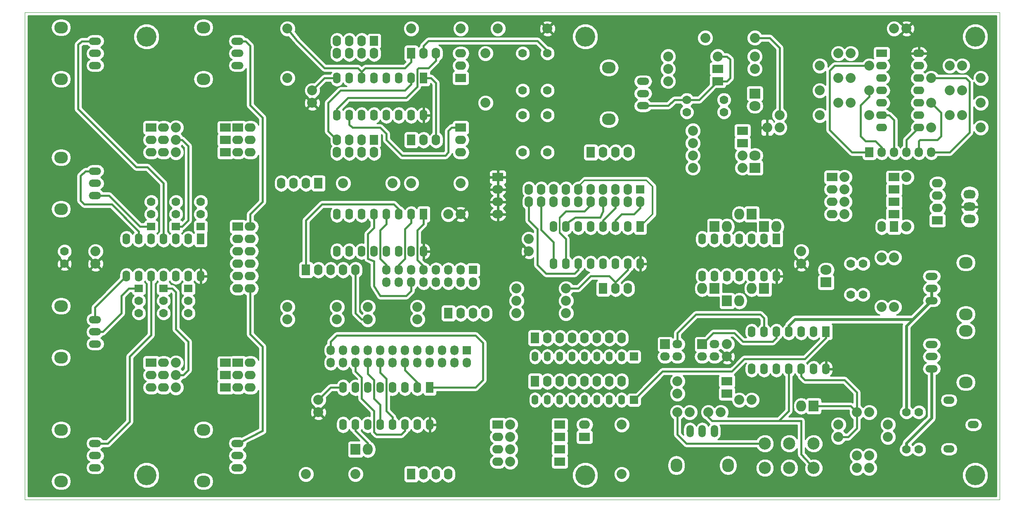
<source format=gbr>
G04 #@! TF.FileFunction,Copper,L1,Top,Signal*
%FSLAX46Y46*%
G04 Gerber Fmt 4.6, Leading zero omitted, Abs format (unit mm)*
G04 Created by KiCad (PCBNEW (2015-04-14 BZR 5600)-product) date Fri 15 May 2015 04:29:23 PM CEST*
%MOMM*%
G01*
G04 APERTURE LIST*
%ADD10C,0.100000*%
%ADD11C,2.032000*%
%ADD12R,1.778000X1.524000*%
%ADD13C,1.778000*%
%ADD14C,2.499360*%
%ADD15R,1.727200X1.727200*%
%ADD16O,1.727200X2.032000*%
%ADD17R,2.286000X1.727200*%
%ADD18O,2.286000X1.727200*%
%ADD19O,1.727200X2.286000*%
%ADD20R,1.727200X2.032000*%
%ADD21R,1.651000X1.651000*%
%ADD22O,1.397000X2.032000*%
%ADD23R,2.286000X1.699260*%
%ADD24R,1.574800X2.286000*%
%ADD25O,1.574800X2.286000*%
%ADD26R,2.286000X1.574800*%
%ADD27O,2.286000X1.574800*%
%ADD28O,2.540000X1.778000*%
%ADD29R,1.727200X2.286000*%
%ADD30O,2.286000X1.524000*%
%ADD31R,2.032000X2.286000*%
%ADD32O,2.032000X2.286000*%
%ADD33R,2.286000X2.032000*%
%ADD34O,2.286000X2.032000*%
%ADD35R,2.032000X2.032000*%
%ADD36O,2.032000X1.727200*%
%ADD37C,4.064000*%
%ADD38O,2.524000X1.524000*%
%ADD39O,2.800000X2.400000*%
%ADD40O,1.524000X2.524000*%
%ADD41O,2.400000X2.800000*%
%ADD42C,0.600000*%
%ADD43C,0.406400*%
%ADD44C,0.304800*%
%ADD45C,0.609600*%
%ADD46C,0.254000*%
G04 APERTURE END LIST*
D10*
X235000000Y-50000000D02*
X35000000Y-50000000D01*
X235000000Y-150000000D02*
X235000000Y-50000000D01*
X35000000Y-150000000D02*
X235000000Y-150000000D01*
X35000000Y-50000000D02*
X35000000Y-150000000D01*
D11*
X168910000Y-132080000D03*
X171450000Y-132080000D03*
D12*
X63500000Y-106680000D03*
D13*
X63500000Y-109220000D03*
X63500000Y-111760000D03*
D14*
X186847480Y-138508740D03*
X191848740Y-138508740D03*
X196850000Y-138508740D03*
X191848740Y-143510000D03*
X186847480Y-143510000D03*
X196850000Y-143510000D03*
D11*
X184785000Y-61595000D03*
X184785000Y-59055000D03*
D15*
X127000000Y-102870000D03*
D16*
X127000000Y-105410000D03*
X124460000Y-102870000D03*
X124460000Y-105410000D03*
X121920000Y-102870000D03*
X121920000Y-105410000D03*
X119380000Y-102870000D03*
X119380000Y-105410000D03*
X116840000Y-102870000D03*
X116840000Y-105410000D03*
X114300000Y-102870000D03*
X114300000Y-105410000D03*
X111760000Y-102870000D03*
X111760000Y-105410000D03*
X109220000Y-102870000D03*
X109220000Y-105410000D03*
D17*
X78740000Y-93980000D03*
D18*
X81280000Y-93980000D03*
X78740000Y-96520000D03*
X81280000Y-96520000D03*
X78740000Y-99060000D03*
X81280000Y-99060000D03*
X78740000Y-101600000D03*
X81280000Y-101600000D03*
X78740000Y-104140000D03*
X81280000Y-104140000D03*
X78740000Y-106680000D03*
X81280000Y-106680000D03*
D17*
X60960000Y-121920000D03*
D18*
X63500000Y-121920000D03*
X60960000Y-124460000D03*
X63500000Y-124460000D03*
X60960000Y-127000000D03*
X63500000Y-127000000D03*
D17*
X78740000Y-121920000D03*
D18*
X81280000Y-121920000D03*
X78740000Y-124460000D03*
X81280000Y-124460000D03*
X78740000Y-127000000D03*
X81280000Y-127000000D03*
D17*
X60960000Y-73660000D03*
D18*
X63500000Y-73660000D03*
X60960000Y-76200000D03*
X63500000Y-76200000D03*
X60960000Y-78740000D03*
X63500000Y-78740000D03*
D17*
X78740000Y-73660000D03*
D18*
X81280000Y-73660000D03*
X78740000Y-76200000D03*
X81280000Y-76200000D03*
X78740000Y-78740000D03*
X81280000Y-78740000D03*
D15*
X161290000Y-86360000D03*
D19*
X161290000Y-88900000D03*
X158750000Y-86360000D03*
X158750000Y-88900000D03*
X156210000Y-86360000D03*
X156210000Y-88900000D03*
X153670000Y-86360000D03*
X153670000Y-88900000D03*
X151130000Y-86360000D03*
X151130000Y-88900000D03*
X148590000Y-86360000D03*
X148590000Y-88900000D03*
X146050000Y-86360000D03*
X146050000Y-88900000D03*
X143510000Y-86360000D03*
X143510000Y-88900000D03*
X140970000Y-86360000D03*
X140970000Y-88900000D03*
X138430000Y-86360000D03*
X138430000Y-88900000D03*
D20*
X106680000Y-55880000D03*
D19*
X106680000Y-58420000D03*
X104140000Y-55880000D03*
X104140000Y-58420000D03*
X101600000Y-55880000D03*
X101600000Y-58420000D03*
X99060000Y-55880000D03*
X99060000Y-58420000D03*
D20*
X106680000Y-76200000D03*
D19*
X106680000Y-78740000D03*
X104140000Y-76200000D03*
X104140000Y-78740000D03*
X101600000Y-76200000D03*
X101600000Y-78740000D03*
X99060000Y-76200000D03*
X99060000Y-78740000D03*
D15*
X125730000Y-119380000D03*
D16*
X125730000Y-121920000D03*
X123190000Y-119380000D03*
X123190000Y-121920000D03*
X120650000Y-119380000D03*
X120650000Y-121920000D03*
X118110000Y-119380000D03*
X118110000Y-121920000D03*
X115570000Y-119380000D03*
X115570000Y-121920000D03*
X113030000Y-119380000D03*
X113030000Y-121920000D03*
X110490000Y-119380000D03*
X110490000Y-121920000D03*
X107950000Y-119380000D03*
X107950000Y-121920000D03*
X105410000Y-119380000D03*
X105410000Y-121920000D03*
X102870000Y-119380000D03*
X102870000Y-121920000D03*
X100330000Y-119380000D03*
X100330000Y-121920000D03*
X97790000Y-119380000D03*
X97790000Y-121920000D03*
D21*
X160020000Y-129540000D03*
D22*
X157480000Y-129540000D03*
X154940000Y-129540000D03*
X152400000Y-129540000D03*
X149860000Y-129540000D03*
X147320000Y-129540000D03*
X144780000Y-129540000D03*
X142240000Y-129540000D03*
X139700000Y-129540000D03*
D21*
X160020000Y-120650000D03*
D22*
X157480000Y-120650000D03*
X154940000Y-120650000D03*
X152400000Y-120650000D03*
X149860000Y-120650000D03*
X147320000Y-120650000D03*
X144780000Y-120650000D03*
X142240000Y-120650000D03*
X139700000Y-120650000D03*
D12*
X71120000Y-93980000D03*
D13*
X71120000Y-91440000D03*
X71120000Y-88900000D03*
D12*
X66040000Y-93980000D03*
D13*
X66040000Y-91440000D03*
X66040000Y-88900000D03*
D12*
X68580000Y-106680000D03*
D13*
X68580000Y-109220000D03*
X68580000Y-111760000D03*
D12*
X60960000Y-93980000D03*
D13*
X60960000Y-91440000D03*
X60960000Y-88900000D03*
D12*
X58420000Y-106680000D03*
D13*
X58420000Y-109220000D03*
X58420000Y-111760000D03*
D11*
X201930000Y-58420000D03*
X204470000Y-58420000D03*
X201930000Y-63500000D03*
X204470000Y-63500000D03*
X201930000Y-68580000D03*
X204470000Y-68580000D03*
X227330000Y-71120000D03*
X224790000Y-71120000D03*
X227330000Y-66040000D03*
X224790000Y-66040000D03*
X227330000Y-60960000D03*
X224790000Y-60960000D03*
X177800000Y-132080000D03*
X175260000Y-132080000D03*
X205740000Y-132080000D03*
X208280000Y-132080000D03*
X66040000Y-73660000D03*
D23*
X76200000Y-73660000D03*
D11*
X66040000Y-76200000D03*
D23*
X76200000Y-76200000D03*
D11*
X66040000Y-78740000D03*
D23*
X76200000Y-78740000D03*
D11*
X66040000Y-121920000D03*
D23*
X76200000Y-121920000D03*
D11*
X168910000Y-128270000D03*
D23*
X179070000Y-128270000D03*
D11*
X168910000Y-125730000D03*
D23*
X179070000Y-125730000D03*
D11*
X201930000Y-137160000D03*
X212090000Y-137160000D03*
X212090000Y-134620000D03*
X201930000Y-134620000D03*
X99060000Y-113030000D03*
X88900000Y-113030000D03*
X88900000Y-53340000D03*
X88900000Y-63500000D03*
X110490000Y-85090000D03*
X100330000Y-85090000D03*
X146050000Y-109220000D03*
X135890000Y-109220000D03*
X146050000Y-106680000D03*
X135890000Y-106680000D03*
D24*
X71120000Y-96520000D03*
D25*
X68580000Y-96520000D03*
X66040000Y-96520000D03*
X63500000Y-96520000D03*
X60960000Y-96520000D03*
X58420000Y-96520000D03*
X55880000Y-96520000D03*
X55880000Y-104140000D03*
X58420000Y-104140000D03*
X60960000Y-104140000D03*
X63500000Y-104140000D03*
X66040000Y-104140000D03*
X68580000Y-104140000D03*
X71120000Y-104140000D03*
D24*
X189230000Y-96520000D03*
D25*
X186690000Y-96520000D03*
X184150000Y-96520000D03*
X181610000Y-96520000D03*
X179070000Y-96520000D03*
X176530000Y-96520000D03*
X173990000Y-96520000D03*
X173990000Y-104140000D03*
X176530000Y-104140000D03*
X179070000Y-104140000D03*
X181610000Y-104140000D03*
X184150000Y-104140000D03*
X186690000Y-104140000D03*
X189230000Y-104140000D03*
D26*
X210820000Y-58420000D03*
D27*
X210820000Y-60960000D03*
X210820000Y-63500000D03*
X210820000Y-66040000D03*
X210820000Y-68580000D03*
X210820000Y-71120000D03*
X210820000Y-73660000D03*
X218440000Y-73660000D03*
X218440000Y-71120000D03*
X218440000Y-68580000D03*
X218440000Y-66040000D03*
X218440000Y-63500000D03*
X218440000Y-60960000D03*
X218440000Y-58420000D03*
D24*
X199390000Y-115570000D03*
D25*
X196850000Y-115570000D03*
X194310000Y-115570000D03*
X191770000Y-115570000D03*
X189230000Y-115570000D03*
X186690000Y-115570000D03*
X184150000Y-115570000D03*
X184150000Y-123190000D03*
X186690000Y-123190000D03*
X189230000Y-123190000D03*
X191770000Y-123190000D03*
X194310000Y-123190000D03*
X196850000Y-123190000D03*
X199390000Y-123190000D03*
D24*
X116840000Y-91440000D03*
D25*
X114300000Y-91440000D03*
X111760000Y-91440000D03*
X109220000Y-91440000D03*
X106680000Y-91440000D03*
X104140000Y-91440000D03*
X101600000Y-91440000D03*
X99060000Y-91440000D03*
X99060000Y-99060000D03*
X101600000Y-99060000D03*
X104140000Y-99060000D03*
X106680000Y-99060000D03*
X109220000Y-99060000D03*
X111760000Y-99060000D03*
X114300000Y-99060000D03*
X116840000Y-99060000D03*
D24*
X116840000Y-63500000D03*
D25*
X114300000Y-63500000D03*
X111760000Y-63500000D03*
X109220000Y-63500000D03*
X106680000Y-63500000D03*
X104140000Y-63500000D03*
X101600000Y-63500000D03*
X99060000Y-63500000D03*
X99060000Y-71120000D03*
X101600000Y-71120000D03*
X104140000Y-71120000D03*
X106680000Y-71120000D03*
X109220000Y-71120000D03*
X111760000Y-71120000D03*
X114300000Y-71120000D03*
X116840000Y-71120000D03*
D24*
X161290000Y-93980000D03*
D25*
X158750000Y-93980000D03*
X156210000Y-93980000D03*
X153670000Y-93980000D03*
X151130000Y-93980000D03*
X148590000Y-93980000D03*
X146050000Y-93980000D03*
X143510000Y-93980000D03*
X143510000Y-101600000D03*
X146050000Y-101600000D03*
X148590000Y-101600000D03*
X151130000Y-101600000D03*
X153670000Y-101600000D03*
X156210000Y-101600000D03*
X158750000Y-101600000D03*
X161290000Y-101600000D03*
D11*
X66040000Y-124460000D03*
D23*
X76200000Y-124460000D03*
D11*
X66040000Y-127000000D03*
D23*
X76200000Y-127000000D03*
D11*
X167005000Y-64135000D03*
D23*
X177165000Y-64135000D03*
D11*
X167005000Y-61595000D03*
D23*
X177165000Y-61595000D03*
D11*
X208280000Y-60960000D03*
X198120000Y-60960000D03*
X208280000Y-66040000D03*
X198120000Y-66040000D03*
X208280000Y-71120000D03*
X198120000Y-71120000D03*
X220980000Y-73660000D03*
X231140000Y-73660000D03*
X220980000Y-68580000D03*
X231140000Y-68580000D03*
X220980000Y-63500000D03*
X231140000Y-63500000D03*
X182245000Y-79375000D03*
X172085000Y-79375000D03*
X172085000Y-81915000D03*
X182245000Y-81915000D03*
X215900000Y-53340000D03*
X213360000Y-53340000D03*
X194310000Y-101600000D03*
X194310000Y-99060000D03*
X179070000Y-120650000D03*
X179070000Y-118110000D03*
X138430000Y-99060000D03*
X138430000Y-96520000D03*
X124460000Y-91440000D03*
X121920000Y-91440000D03*
X49530000Y-101600000D03*
X49530000Y-99060000D03*
X93980000Y-68580000D03*
X93980000Y-66040000D03*
D28*
X228854000Y-89916000D03*
X228854000Y-87376000D03*
X228854000Y-92456000D03*
D29*
X139700000Y-125730000D03*
D19*
X142240000Y-125730000D03*
X144780000Y-125730000D03*
X147320000Y-125730000D03*
X149860000Y-125730000D03*
X152400000Y-125730000D03*
X154940000Y-125730000D03*
X157480000Y-125730000D03*
D29*
X139700000Y-116840000D03*
D19*
X142240000Y-116840000D03*
X144780000Y-116840000D03*
X147320000Y-116840000D03*
X149860000Y-116840000D03*
X152400000Y-116840000D03*
X154940000Y-116840000D03*
X157480000Y-116840000D03*
D11*
X102870000Y-144780000D03*
X92710000Y-144780000D03*
D24*
X118110000Y-127000000D03*
D25*
X115570000Y-127000000D03*
X113030000Y-127000000D03*
X110490000Y-127000000D03*
X107950000Y-127000000D03*
X105410000Y-127000000D03*
X102870000Y-127000000D03*
X100330000Y-127000000D03*
X100330000Y-134620000D03*
X102870000Y-134620000D03*
X105410000Y-134620000D03*
X107950000Y-134620000D03*
X110490000Y-134620000D03*
X113030000Y-134620000D03*
X115570000Y-134620000D03*
X118110000Y-134620000D03*
D11*
X95250000Y-132080000D03*
X95250000Y-129540000D03*
X129540000Y-68580000D03*
X129540000Y-58420000D03*
D13*
X137160000Y-58420000D03*
X142240000Y-58420000D03*
X137160000Y-66040000D03*
X142240000Y-66040000D03*
X137160000Y-71120000D03*
X142240000Y-71120000D03*
X137160000Y-78740000D03*
X142240000Y-78740000D03*
D11*
X142240000Y-53340000D03*
X132080000Y-53340000D03*
D30*
X229600000Y-134620000D03*
X224600000Y-129620000D03*
X224600000Y-139620000D03*
D11*
X187325000Y-73660000D03*
X189865000Y-73660000D03*
X189865000Y-71120000D03*
X181610000Y-129540000D03*
X184150000Y-129540000D03*
X205740000Y-143510000D03*
X205740000Y-140970000D03*
X208280000Y-143510000D03*
X208280000Y-140970000D03*
X172085000Y-76835000D03*
D23*
X182245000Y-76835000D03*
D11*
X172085000Y-74295000D03*
D23*
X182245000Y-74295000D03*
D31*
X196850000Y-130810000D03*
D32*
X194310000Y-130810000D03*
D29*
X92710000Y-102870000D03*
D19*
X95250000Y-102870000D03*
X97790000Y-102870000D03*
X100330000Y-102870000D03*
X102870000Y-102870000D03*
D31*
X102870000Y-139700000D03*
D32*
X105410000Y-139700000D03*
D17*
X200660000Y-83820000D03*
D18*
X200660000Y-86360000D03*
X200660000Y-88900000D03*
X200660000Y-91440000D03*
D29*
X151130000Y-78740000D03*
D19*
X153670000Y-78740000D03*
X156210000Y-78740000D03*
X158750000Y-78740000D03*
D31*
X186690000Y-93980000D03*
D32*
X189230000Y-93980000D03*
D20*
X208280000Y-78740000D03*
D16*
X210820000Y-78740000D03*
X213360000Y-78740000D03*
X215900000Y-78740000D03*
X218440000Y-78740000D03*
X220980000Y-78740000D03*
D31*
X184150000Y-91440000D03*
D32*
X181610000Y-91440000D03*
D29*
X213360000Y-93980000D03*
D19*
X210820000Y-93980000D03*
D33*
X184785000Y-81915000D03*
D34*
X184785000Y-79375000D03*
D31*
X176530000Y-93980000D03*
D32*
X179070000Y-93980000D03*
D31*
X179070000Y-109220000D03*
D32*
X181610000Y-109220000D03*
D31*
X176530000Y-106680000D03*
D32*
X173990000Y-106680000D03*
D33*
X184785000Y-66675000D03*
D34*
X184785000Y-69215000D03*
D31*
X186690000Y-106680000D03*
D32*
X184150000Y-106680000D03*
D29*
X153670000Y-106680000D03*
D19*
X156210000Y-106680000D03*
X158750000Y-106680000D03*
D29*
X114300000Y-144780000D03*
D19*
X116840000Y-144780000D03*
X119380000Y-144780000D03*
X121920000Y-144780000D03*
D17*
X222250000Y-92710000D03*
D18*
X222250000Y-90170000D03*
X222250000Y-87630000D03*
X222250000Y-85090000D03*
D29*
X95250000Y-85090000D03*
D19*
X92710000Y-85090000D03*
X90170000Y-85090000D03*
X87630000Y-85090000D03*
D11*
X167005000Y-59055000D03*
X177165000Y-59055000D03*
X184785000Y-55245000D03*
X174625000Y-55245000D03*
X203200000Y-91440000D03*
D23*
X213360000Y-91440000D03*
D11*
X203200000Y-88900000D03*
D23*
X213360000Y-88900000D03*
D11*
X203200000Y-86360000D03*
D23*
X213360000Y-86360000D03*
D11*
X203200000Y-83820000D03*
D23*
X213360000Y-83820000D03*
D29*
X114300000Y-58420000D03*
D19*
X116840000Y-58420000D03*
X119380000Y-58420000D03*
D29*
X114300000Y-76200000D03*
D19*
X116840000Y-76200000D03*
X119380000Y-76200000D03*
D11*
X215900000Y-83820000D03*
X215900000Y-93980000D03*
X105410000Y-113030000D03*
X115570000Y-113030000D03*
X105410000Y-110490000D03*
X115570000Y-110490000D03*
X99060000Y-110490000D03*
X88900000Y-110490000D03*
X124460000Y-85090000D03*
X114300000Y-85090000D03*
X114300000Y-53340000D03*
X124460000Y-53340000D03*
X146050000Y-111760000D03*
X135890000Y-111760000D03*
D17*
X124460000Y-73660000D03*
D18*
X124460000Y-76200000D03*
X124460000Y-78740000D03*
D17*
X124460000Y-63500000D03*
D18*
X124460000Y-60960000D03*
X124460000Y-58420000D03*
D11*
X134620000Y-142240000D03*
D23*
X144780000Y-142240000D03*
D11*
X134620000Y-139700000D03*
D23*
X144780000Y-139700000D03*
D11*
X134620000Y-137160000D03*
D23*
X144780000Y-137160000D03*
D11*
X134620000Y-134620000D03*
D23*
X144780000Y-134620000D03*
D17*
X132080000Y-134620000D03*
D18*
X132080000Y-137160000D03*
X132080000Y-139700000D03*
X132080000Y-142240000D03*
D17*
X149860000Y-137160000D03*
D18*
X149860000Y-134620000D03*
D11*
X157480000Y-134620000D03*
X157480000Y-144780000D03*
D17*
X132080000Y-83820000D03*
D18*
X132080000Y-86360000D03*
X132080000Y-88900000D03*
X132080000Y-91440000D03*
D29*
X121920000Y-111760000D03*
D19*
X124460000Y-111760000D03*
X127000000Y-111760000D03*
X129540000Y-111760000D03*
D13*
X204470000Y-101600000D03*
X207010000Y-101600000D03*
X204470000Y-107950000D03*
X207010000Y-107950000D03*
D11*
X210820000Y-100330000D03*
X210820000Y-110490000D03*
X213360000Y-110490000D03*
X213360000Y-100330000D03*
D33*
X199390000Y-105410000D03*
D34*
X199390000Y-102870000D03*
D35*
X166370000Y-118110000D03*
D36*
X168910000Y-118110000D03*
X166370000Y-120650000D03*
X168910000Y-120650000D03*
D35*
X173990000Y-118110000D03*
D36*
X176530000Y-118110000D03*
X173990000Y-120650000D03*
X176530000Y-120650000D03*
D37*
X230000000Y-55000000D03*
X230000000Y-145000000D03*
X60000000Y-145000000D03*
X60000000Y-55000000D03*
X150000000Y-145000000D03*
X150000000Y-55000000D03*
D13*
X218440000Y-139700000D03*
X215900000Y-139700000D03*
X218440000Y-132080000D03*
X215900000Y-132080000D03*
X170815000Y-70485000D03*
X170815000Y-67945000D03*
X178435000Y-70485000D03*
X178435000Y-67945000D03*
X43180000Y-99060000D03*
X43180000Y-101600000D03*
D38*
X221060000Y-104180000D03*
X221060000Y-106680000D03*
X221060000Y-109180000D03*
D39*
X228060000Y-101380000D03*
X228060000Y-111980000D03*
D38*
X221060000Y-118150000D03*
X221060000Y-120650000D03*
X221060000Y-123150000D03*
D39*
X228060000Y-115350000D03*
X228060000Y-125950000D03*
D38*
X78660000Y-143470000D03*
X78660000Y-140970000D03*
X78660000Y-138470000D03*
D39*
X71660000Y-146270000D03*
X71660000Y-135670000D03*
D38*
X49450000Y-143470000D03*
X49450000Y-140970000D03*
X49450000Y-138470000D03*
D39*
X42450000Y-146270000D03*
X42450000Y-135670000D03*
D38*
X161845000Y-69175000D03*
X161845000Y-66675000D03*
X161845000Y-64175000D03*
D39*
X154845000Y-71975000D03*
X154845000Y-61375000D03*
D38*
X49450000Y-118070000D03*
X49450000Y-115570000D03*
X49450000Y-113070000D03*
D39*
X42450000Y-120870000D03*
X42450000Y-110270000D03*
D38*
X49450000Y-87590000D03*
X49450000Y-85090000D03*
X49450000Y-82590000D03*
D39*
X42450000Y-90390000D03*
X42450000Y-79790000D03*
D38*
X49450000Y-60920000D03*
X49450000Y-58420000D03*
X49450000Y-55920000D03*
D39*
X42450000Y-63720000D03*
X42450000Y-53120000D03*
D38*
X78660000Y-60920000D03*
X78660000Y-58420000D03*
X78660000Y-55920000D03*
D39*
X71660000Y-63720000D03*
X71660000Y-53120000D03*
D40*
X176490000Y-135970000D03*
X173990000Y-135970000D03*
X171490000Y-135970000D03*
D41*
X179290000Y-142970000D03*
X168690000Y-142970000D03*
D42*
X156210000Y-101600000D03*
X158750000Y-93980000D03*
X139700000Y-116840000D03*
X124460000Y-60960000D03*
D43*
X175260000Y-132080000D02*
X175260000Y-133096000D01*
X175260000Y-133096000D02*
X176022000Y-133858000D01*
X176022000Y-133858000D02*
X190246000Y-133858000D01*
X191770000Y-123190000D02*
X191770000Y-131826000D01*
X191770000Y-131826000D02*
X189738000Y-133858000D01*
X189738000Y-133858000D02*
X190246000Y-133858000D01*
X190246000Y-133858000D02*
X194310000Y-133858000D01*
X196850000Y-143510000D02*
X194310000Y-140716000D01*
X194310000Y-140716000D02*
X194310000Y-133858000D01*
X175260000Y-132080000D02*
X175768000Y-132080000D01*
X196088000Y-143510000D02*
X196850000Y-143510000D01*
X168910000Y-136652000D02*
X170766740Y-138508740D01*
X170766740Y-138508740D02*
X186847480Y-138508740D01*
X168910000Y-132080000D02*
X168910000Y-136652000D01*
X187833000Y-55245000D02*
X189865000Y-57277000D01*
X189865000Y-57277000D02*
X189865000Y-71120000D01*
X184785000Y-55245000D02*
X187833000Y-55245000D01*
X196850000Y-130810000D02*
X204470000Y-130810000D01*
X204470000Y-130810000D02*
X205740000Y-132080000D01*
X194310000Y-124714000D02*
X195072000Y-125476000D01*
X195072000Y-125476000D02*
X203200000Y-125476000D01*
X203200000Y-125476000D02*
X205740000Y-128016000D01*
X205740000Y-128016000D02*
X205740000Y-132080000D01*
X194310000Y-123190000D02*
X194310000Y-124714000D01*
X203962000Y-137160000D02*
X205740000Y-135382000D01*
X205740000Y-135382000D02*
X205740000Y-132080000D01*
X201930000Y-137160000D02*
X203962000Y-137160000D01*
X122555000Y-73660000D02*
X121920000Y-74295000D01*
X121920000Y-74295000D02*
X121920000Y-78740000D01*
X121920000Y-78740000D02*
X121285000Y-79375000D01*
X121285000Y-79375000D02*
X112395000Y-79375000D01*
X112395000Y-79375000D02*
X109220000Y-76200000D01*
X109220000Y-76200000D02*
X109220000Y-74930000D01*
X109220000Y-74930000D02*
X107950000Y-73660000D01*
X107950000Y-73660000D02*
X102235000Y-73660000D01*
X102235000Y-73660000D02*
X101600000Y-73025000D01*
X101600000Y-73025000D02*
X101600000Y-71120000D01*
X124460000Y-73660000D02*
X122555000Y-73660000D01*
X140208000Y-55880000D02*
X117856000Y-55880000D01*
X117856000Y-55880000D02*
X116840000Y-56896000D01*
X116840000Y-56896000D02*
X116840000Y-58420000D01*
X142240000Y-57912000D02*
X140208000Y-55880000D01*
X142240000Y-58420000D02*
X142240000Y-57912000D01*
X114300000Y-64770000D02*
X113030000Y-66040000D01*
X113030000Y-66040000D02*
X99822000Y-66040000D01*
X99822000Y-66040000D02*
X97282000Y-68580000D01*
X97282000Y-68580000D02*
X97282000Y-74422000D01*
X97282000Y-74422000D02*
X99060000Y-76200000D01*
X114300000Y-63500000D02*
X114300000Y-64770000D01*
X78660000Y-55920000D02*
X80304000Y-55920000D01*
X81280000Y-91440000D02*
X81280000Y-93980000D01*
X83820000Y-88900000D02*
X81280000Y-91440000D01*
X83820000Y-71628000D02*
X83820000Y-88900000D01*
X81280000Y-69088000D02*
X83820000Y-71628000D01*
X81280000Y-56896000D02*
X81280000Y-69088000D01*
X80304000Y-55920000D02*
X81280000Y-56896000D01*
X63500000Y-96520000D02*
X63500000Y-85090000D01*
X46696000Y-55920000D02*
X49450000Y-55920000D01*
X45974000Y-56642000D02*
X46696000Y-55920000D01*
X45974000Y-69850000D02*
X45974000Y-56642000D01*
X57912000Y-81788000D02*
X45974000Y-69850000D01*
X60198000Y-81788000D02*
X57912000Y-81788000D01*
X63500000Y-85090000D02*
X60198000Y-81788000D01*
X49450000Y-82590000D02*
X47458000Y-82590000D01*
X47458000Y-82590000D02*
X46482000Y-83566000D01*
X46482000Y-83566000D02*
X46482000Y-88646000D01*
X46482000Y-88646000D02*
X47244000Y-89408000D01*
X52857400Y-89408000D02*
X58420000Y-94970600D01*
X47244000Y-89408000D02*
X52857400Y-89408000D01*
X58420000Y-94970600D02*
X58420000Y-96520000D01*
X49450000Y-113070000D02*
X49450000Y-110570000D01*
X49450000Y-110570000D02*
X55880000Y-104140000D01*
X49450000Y-138470000D02*
X52030000Y-138470000D01*
X52030000Y-138470000D02*
X56515000Y-133985000D01*
X56515000Y-133985000D02*
X56515000Y-120650000D01*
X56515000Y-120650000D02*
X60960000Y-116205000D01*
X60960000Y-116205000D02*
X60960000Y-104140000D01*
X81280000Y-106680000D02*
X81280000Y-116078000D01*
X78700000Y-138470000D02*
X78660000Y-138470000D01*
X83820000Y-135890000D02*
X78700000Y-138470000D01*
X83820000Y-118618000D02*
X83820000Y-135890000D01*
X81280000Y-116078000D02*
X83820000Y-118618000D01*
X158750000Y-102870000D02*
X156210000Y-105410000D01*
X158750000Y-101600000D02*
X158750000Y-102870000D01*
X154940000Y-104140000D02*
X151130000Y-104140000D01*
X151130000Y-104140000D02*
X148590000Y-106680000D01*
X148590000Y-106680000D02*
X146050000Y-106680000D01*
X156210000Y-105410000D02*
X154940000Y-104140000D01*
X156210000Y-106680000D02*
X156210000Y-105410000D01*
X161290000Y-88900000D02*
X161290000Y-90170000D01*
X156210000Y-92710000D02*
X156210000Y-93980000D01*
X157480000Y-91440000D02*
X156210000Y-92710000D01*
X160020000Y-91440000D02*
X157480000Y-91440000D01*
X161290000Y-90170000D02*
X160020000Y-91440000D01*
X153670000Y-93980000D02*
X153670000Y-92710000D01*
X156210000Y-90170000D02*
X156210000Y-88900000D01*
X153670000Y-92710000D02*
X156210000Y-90170000D01*
X146050000Y-93980000D02*
X146050000Y-93345000D01*
X146050000Y-93345000D02*
X147955000Y-92075000D01*
X147955000Y-92075000D02*
X153035000Y-92075000D01*
X153035000Y-92075000D02*
X153670000Y-90805000D01*
X153670000Y-90805000D02*
X153670000Y-88900000D01*
X151130000Y-88900000D02*
X151130000Y-89535000D01*
X151130000Y-89535000D02*
X149860000Y-90805000D01*
X146050000Y-90805000D02*
X144780000Y-92075000D01*
X149860000Y-90805000D02*
X146050000Y-90805000D01*
X146050000Y-101600000D02*
X146050000Y-96520000D01*
D44*
X144780000Y-95250000D02*
X144780000Y-92075000D01*
D43*
X146050000Y-96520000D02*
X144780000Y-95250000D01*
D44*
X148590000Y-86360000D02*
X148590000Y-85725000D01*
X148590000Y-85725000D02*
X149860000Y-84455000D01*
X163830000Y-91440000D02*
X161290000Y-93980000D01*
X163830000Y-85725000D02*
X163830000Y-91440000D01*
X162560000Y-84455000D02*
X163830000Y-85725000D01*
X149860000Y-84455000D02*
X162560000Y-84455000D01*
D43*
X143510000Y-101600000D02*
X143510000Y-97155000D01*
X140970000Y-94615000D02*
X140970000Y-88900000D01*
X143510000Y-97155000D02*
X140970000Y-94615000D01*
X141986000Y-103632000D02*
X147828000Y-103632000D01*
X147828000Y-103632000D02*
X148590000Y-102870000D01*
X138430000Y-88900000D02*
X138430000Y-92710000D01*
X140208000Y-101854000D02*
X141986000Y-103632000D01*
X140208000Y-94488000D02*
X140208000Y-101854000D01*
X138430000Y-92710000D02*
X140208000Y-94488000D01*
X148590000Y-101600000D02*
X148590000Y-102870000D01*
X188468000Y-117602000D02*
X182372000Y-117602000D01*
X182372000Y-117602000D02*
X180594000Y-115824000D01*
X180594000Y-115824000D02*
X176276000Y-115824000D01*
X176276000Y-115824000D02*
X173990000Y-118110000D01*
X189230000Y-116840000D02*
X188468000Y-117602000D01*
X189230000Y-115570000D02*
X189230000Y-116840000D01*
X199390000Y-116840000D02*
X195072000Y-121158000D01*
X195072000Y-121158000D02*
X182626000Y-121158000D01*
X182626000Y-121158000D02*
X180086000Y-123698000D01*
X180086000Y-123698000D02*
X165862000Y-123698000D01*
X165862000Y-123698000D02*
X160020000Y-129540000D01*
X199390000Y-115570000D02*
X199390000Y-116840000D01*
D45*
X215900000Y-138430000D02*
X221060000Y-133270000D01*
X221060000Y-133270000D02*
X221060000Y-123150000D01*
X215900000Y-139700000D02*
X215900000Y-138430000D01*
X221060000Y-106680000D02*
X221060000Y-109180000D01*
X215900000Y-114340000D02*
X221060000Y-109180000D01*
X215900000Y-132080000D02*
X215900000Y-114340000D01*
X221060000Y-109180000D02*
X221020000Y-109180000D01*
X217170000Y-113030000D02*
X221020000Y-109180000D01*
X193040000Y-113030000D02*
X191770000Y-114300000D01*
X217170000Y-113030000D02*
X193040000Y-113030000D01*
X191770000Y-115570000D02*
X191770000Y-114300000D01*
D43*
X119380000Y-59944000D02*
X119380000Y-58420000D01*
X101346000Y-67564000D02*
X99060000Y-69850000D01*
X113284000Y-67564000D02*
X101346000Y-67564000D01*
X115570000Y-65278000D02*
X113284000Y-67564000D01*
X115570000Y-61722000D02*
X115570000Y-65278000D01*
X115824000Y-61468000D02*
X115570000Y-61722000D01*
X117856000Y-61468000D02*
X115824000Y-61468000D01*
X119380000Y-59944000D02*
X117856000Y-61468000D01*
X99060000Y-71120000D02*
X99060000Y-69850000D01*
X114300000Y-60198000D02*
X113030000Y-61468000D01*
X113030000Y-61468000D02*
X104902000Y-61468000D01*
X104902000Y-61468000D02*
X104140000Y-62230000D01*
X104140000Y-62230000D02*
X104140000Y-63500000D01*
X114300000Y-58420000D02*
X114300000Y-60198000D01*
X103378000Y-61468000D02*
X96520000Y-61468000D01*
X96520000Y-61468000D02*
X90932000Y-55880000D01*
X90932000Y-55880000D02*
X88900000Y-53340000D01*
X104140000Y-62230000D02*
X103378000Y-61468000D01*
X104140000Y-113030000D02*
X102870000Y-111760000D01*
X102870000Y-111760000D02*
X102870000Y-102870000D01*
X105410000Y-113030000D02*
X104140000Y-113030000D01*
X110744000Y-89408000D02*
X96012000Y-89408000D01*
X96012000Y-89408000D02*
X92710000Y-92710000D01*
X92710000Y-92710000D02*
X92710000Y-102870000D01*
X111760000Y-90424000D02*
X110744000Y-89408000D01*
X111760000Y-91440000D02*
X111760000Y-90424000D01*
X115570000Y-100838000D02*
X115570000Y-94742000D01*
X115570000Y-94742000D02*
X116840000Y-93472000D01*
X116840000Y-93472000D02*
X116840000Y-91440000D01*
X116840000Y-102108000D02*
X115570000Y-100838000D01*
X116840000Y-102870000D02*
X116840000Y-102108000D01*
X114300000Y-107188000D02*
X113284000Y-108204000D01*
X113284000Y-108204000D02*
X107950000Y-108204000D01*
X107950000Y-108204000D02*
X106680000Y-106172000D01*
X106680000Y-106172000D02*
X106680000Y-101092000D01*
X106680000Y-101092000D02*
X105410000Y-100584000D01*
X105410000Y-100584000D02*
X105410000Y-95504000D01*
X105410000Y-95504000D02*
X106680000Y-94234000D01*
X106680000Y-94234000D02*
X106680000Y-91440000D01*
X114300000Y-105410000D02*
X114300000Y-107188000D01*
X111760000Y-101854000D02*
X113030000Y-100584000D01*
X113030000Y-100584000D02*
X113030000Y-94488000D01*
X113030000Y-94488000D02*
X114300000Y-93218000D01*
X114300000Y-93218000D02*
X114300000Y-91440000D01*
X111760000Y-102870000D02*
X111760000Y-101854000D01*
X109220000Y-101854000D02*
X107950000Y-100584000D01*
X107950000Y-100584000D02*
X107950000Y-94742000D01*
X107950000Y-94742000D02*
X109220000Y-93472000D01*
X109220000Y-93472000D02*
X109220000Y-91440000D01*
X109220000Y-102870000D02*
X109220000Y-101854000D01*
X118364000Y-63500000D02*
X119380000Y-64516000D01*
X119380000Y-64516000D02*
X119380000Y-76200000D01*
X116840000Y-63500000D02*
X118364000Y-63500000D01*
X186690000Y-112776000D02*
X185928000Y-112014000D01*
X185928000Y-112014000D02*
X172720000Y-112014000D01*
X172720000Y-112014000D02*
X168910000Y-115824000D01*
X168910000Y-115824000D02*
X168910000Y-118110000D01*
X186690000Y-115570000D02*
X186690000Y-112776000D01*
X63500000Y-106680000D02*
X65278000Y-106680000D01*
X67564000Y-124460000D02*
X66040000Y-124460000D01*
X68580000Y-123444000D02*
X67564000Y-124460000D01*
X68580000Y-117602000D02*
X68580000Y-123444000D01*
X66040000Y-115062000D02*
X68580000Y-117602000D01*
X66040000Y-107442000D02*
X66040000Y-115062000D01*
X65278000Y-106680000D02*
X66040000Y-107442000D01*
X66040000Y-76200000D02*
X67310000Y-76200000D01*
X67310000Y-93980000D02*
X66040000Y-93980000D01*
X68580000Y-92710000D02*
X67310000Y-93980000D01*
X68580000Y-77470000D02*
X68580000Y-92710000D01*
X67310000Y-76200000D02*
X68580000Y-77470000D01*
X49450000Y-87590000D02*
X52284000Y-87590000D01*
X58674000Y-93980000D02*
X60960000Y-93980000D01*
X52284000Y-87590000D02*
X58674000Y-93980000D01*
X49450000Y-115570000D02*
X51054000Y-115570000D01*
X56388000Y-106680000D02*
X58420000Y-106680000D01*
X54864000Y-108204000D02*
X56388000Y-106680000D01*
X54864000Y-111760000D02*
X54864000Y-108204000D01*
X51054000Y-115570000D02*
X54864000Y-111760000D01*
X105410000Y-138430000D02*
X102870000Y-135890000D01*
X102870000Y-135890000D02*
X102870000Y-134620000D01*
X105410000Y-139700000D02*
X105410000Y-138430000D01*
X113030000Y-123444000D02*
X113030000Y-121920000D01*
X115570000Y-125984000D02*
X113030000Y-123444000D01*
X115570000Y-127000000D02*
X115570000Y-125984000D01*
X107950000Y-123952000D02*
X109220000Y-125222000D01*
X109220000Y-125222000D02*
X109220000Y-131826000D01*
X109220000Y-131826000D02*
X110490000Y-133096000D01*
X110490000Y-133096000D02*
X110490000Y-134620000D01*
X107950000Y-121920000D02*
X107950000Y-123952000D01*
X105410000Y-124206000D02*
X106680000Y-125476000D01*
X105410000Y-121920000D02*
X105410000Y-124206000D01*
X106680000Y-129286000D02*
X107950000Y-130556000D01*
X107950000Y-130556000D02*
X107950000Y-134620000D01*
X106680000Y-125476000D02*
X106680000Y-129286000D01*
X113030000Y-135890000D02*
X112268000Y-136652000D01*
X112268000Y-136652000D02*
X107188000Y-136652000D01*
X107188000Y-136652000D02*
X106680000Y-136144000D01*
X106680000Y-136144000D02*
X106680000Y-131826000D01*
X106680000Y-131826000D02*
X104140000Y-129286000D01*
X104140000Y-129286000D02*
X104140000Y-124968000D01*
X104140000Y-124968000D02*
X102870000Y-123698000D01*
X102870000Y-123698000D02*
X102870000Y-121920000D01*
X113030000Y-134620000D02*
X113030000Y-135890000D01*
X127508000Y-127000000D02*
X129032000Y-125476000D01*
X97790000Y-117602000D02*
X97790000Y-119380000D01*
X118110000Y-127000000D02*
X127508000Y-127000000D01*
X129032000Y-125476000D02*
X129032000Y-117856000D01*
X129032000Y-117856000D02*
X127508000Y-116332000D01*
X99060000Y-116332000D02*
X97790000Y-117602000D01*
X127508000Y-116332000D02*
X99060000Y-116332000D01*
X167045000Y-69175000D02*
X168275000Y-67945000D01*
X168275000Y-67945000D02*
X170815000Y-67945000D01*
X161845000Y-69175000D02*
X167045000Y-69175000D01*
X173355000Y-67945000D02*
X177165000Y-64135000D01*
X170815000Y-67945000D02*
X173355000Y-67945000D01*
X179070000Y-64135000D02*
X179705000Y-63500000D01*
X179705000Y-63500000D02*
X179705000Y-59690000D01*
X179705000Y-59690000D02*
X179070000Y-59055000D01*
X179070000Y-59055000D02*
X177165000Y-59055000D01*
X177165000Y-64135000D02*
X179070000Y-64135000D01*
X201168000Y-60960000D02*
X200152000Y-61976000D01*
X200152000Y-61976000D02*
X200152000Y-74168000D01*
X200152000Y-74168000D02*
X204724000Y-78740000D01*
X204724000Y-78740000D02*
X208280000Y-78740000D01*
X208280000Y-60960000D02*
X201168000Y-60960000D01*
X209550000Y-76454000D02*
X207518000Y-76454000D01*
X207518000Y-76454000D02*
X206502000Y-75438000D01*
X210820000Y-77724000D02*
X209550000Y-76454000D01*
X210820000Y-78740000D02*
X210820000Y-77724000D01*
X208280000Y-67310000D02*
X206502000Y-69088000D01*
X206502000Y-69088000D02*
X206502000Y-75438000D01*
X208280000Y-66040000D02*
X208280000Y-67310000D01*
X213360000Y-72136000D02*
X212344000Y-71120000D01*
X212344000Y-71120000D02*
X210820000Y-71120000D01*
X213360000Y-78740000D02*
X213360000Y-72136000D01*
X215900000Y-76200000D02*
X218440000Y-73660000D01*
X215900000Y-78740000D02*
X215900000Y-76200000D01*
X218440000Y-76454000D02*
X218694000Y-76200000D01*
X218694000Y-76200000D02*
X222250000Y-76200000D01*
X222250000Y-76200000D02*
X223012000Y-75438000D01*
X223012000Y-75438000D02*
X223012000Y-70612000D01*
X223012000Y-70612000D02*
X220980000Y-68580000D01*
X218440000Y-78740000D02*
X218440000Y-76454000D01*
X224790000Y-78740000D02*
X228854000Y-74676000D01*
X228854000Y-74676000D02*
X228854000Y-64262000D01*
X228854000Y-64262000D02*
X228092000Y-63500000D01*
X228092000Y-63500000D02*
X220980000Y-63500000D01*
X220980000Y-78740000D02*
X224790000Y-78740000D01*
X96520000Y-63500000D02*
X93980000Y-66040000D01*
X99060000Y-63500000D02*
X96520000Y-63500000D01*
X97790000Y-127000000D02*
X95250000Y-129540000D01*
X100330000Y-127000000D02*
X97790000Y-127000000D01*
D46*
G36*
X234315000Y-149315000D02*
X232791286Y-149315000D01*
X232791286Y-73333037D01*
X232540466Y-72726005D01*
X232076437Y-72261166D01*
X231469845Y-72009287D01*
X230813037Y-72008714D01*
X230206005Y-72259534D01*
X229741166Y-72723563D01*
X229692200Y-72841486D01*
X229692200Y-69399437D01*
X229739534Y-69513995D01*
X230203563Y-69978834D01*
X230810155Y-70230713D01*
X231466963Y-70231286D01*
X232073995Y-69980466D01*
X232538834Y-69516437D01*
X232790713Y-68909845D01*
X232791286Y-68253037D01*
X232540466Y-67646005D01*
X232076437Y-67181166D01*
X231469845Y-66929287D01*
X230813037Y-66928714D01*
X230206005Y-67179534D01*
X229741166Y-67643563D01*
X229692200Y-67761486D01*
X229692200Y-64319437D01*
X229739534Y-64433995D01*
X230203563Y-64898834D01*
X230810155Y-65150713D01*
X231466963Y-65151286D01*
X232073995Y-64900466D01*
X232538834Y-64436437D01*
X232790713Y-63829845D01*
X232791286Y-63173037D01*
X232667462Y-62873359D01*
X232667462Y-54471828D01*
X232262291Y-53491239D01*
X231512707Y-52740345D01*
X230532827Y-52333464D01*
X229471828Y-52332538D01*
X228491239Y-52737709D01*
X227740345Y-53487293D01*
X227333464Y-54467173D01*
X227332538Y-55528172D01*
X227737709Y-56508761D01*
X228487293Y-57259655D01*
X229467173Y-57666536D01*
X230528172Y-57667462D01*
X231508761Y-57262291D01*
X232259655Y-56512707D01*
X232666536Y-55532827D01*
X232667462Y-54471828D01*
X232667462Y-62873359D01*
X232540466Y-62566005D01*
X232076437Y-62101166D01*
X231469845Y-61849287D01*
X230813037Y-61848714D01*
X230206005Y-62099534D01*
X229741166Y-62563563D01*
X229489287Y-63170155D01*
X229488796Y-63732309D01*
X229446697Y-63669303D01*
X228981286Y-63203892D01*
X228981286Y-60633037D01*
X228730466Y-60026005D01*
X228266437Y-59561166D01*
X227659845Y-59309287D01*
X227003037Y-59308714D01*
X226396005Y-59559534D01*
X226059821Y-59895132D01*
X225726437Y-59561166D01*
X225119845Y-59309287D01*
X224463037Y-59308714D01*
X223856005Y-59559534D01*
X223391166Y-60023563D01*
X223139287Y-60630155D01*
X223138714Y-61286963D01*
X223389534Y-61893995D01*
X223853563Y-62358834D01*
X224460155Y-62610713D01*
X225116963Y-62611286D01*
X225723995Y-62360466D01*
X226060178Y-62024867D01*
X226393563Y-62358834D01*
X227000155Y-62610713D01*
X227656963Y-62611286D01*
X228263995Y-62360466D01*
X228728834Y-61896437D01*
X228980713Y-61289845D01*
X228981286Y-60633037D01*
X228981286Y-63203892D01*
X228684697Y-62907303D01*
X228412766Y-62725604D01*
X228092000Y-62661800D01*
X222420047Y-62661800D01*
X222380466Y-62566005D01*
X221916437Y-62101166D01*
X221309845Y-61849287D01*
X220653037Y-61848714D01*
X220046005Y-62099534D01*
X219725050Y-62419928D01*
X219440801Y-62229999D01*
X219836222Y-61965789D01*
X220144559Y-61504329D01*
X220252833Y-60960000D01*
X220144559Y-60415671D01*
X219836222Y-59954211D01*
X219441170Y-59690246D01*
X219457262Y-59685525D01*
X219891191Y-59335986D01*
X220158327Y-58846996D01*
X220175010Y-58767060D01*
X220175010Y-58072940D01*
X220158327Y-57993004D01*
X219891191Y-57504014D01*
X219457262Y-57154475D01*
X218922600Y-56997600D01*
X218567000Y-56997600D01*
X218567000Y-58293000D01*
X220052852Y-58293000D01*
X220175010Y-58072940D01*
X220175010Y-58767060D01*
X220052852Y-58547000D01*
X218567000Y-58547000D01*
X218567000Y-58567000D01*
X218313000Y-58567000D01*
X218313000Y-58547000D01*
X218313000Y-58293000D01*
X218313000Y-56997600D01*
X217957400Y-56997600D01*
X217561816Y-57113668D01*
X217561816Y-53608358D01*
X217538014Y-52951981D01*
X217332622Y-52456120D01*
X217064107Y-52355498D01*
X216884502Y-52535103D01*
X216884502Y-52175893D01*
X216783880Y-51907378D01*
X216168358Y-51678184D01*
X215511981Y-51701986D01*
X215016120Y-51907378D01*
X214915498Y-52175893D01*
X215900000Y-53160395D01*
X216884502Y-52175893D01*
X216884502Y-52535103D01*
X216079605Y-53340000D01*
X217064107Y-54324502D01*
X217332622Y-54223880D01*
X217561816Y-53608358D01*
X217561816Y-57113668D01*
X217422738Y-57154475D01*
X216988809Y-57504014D01*
X216884502Y-57694947D01*
X216884502Y-54504107D01*
X215900000Y-53519605D01*
X215720395Y-53699210D01*
X215720395Y-53340000D01*
X214735893Y-52355498D01*
X214717083Y-52362546D01*
X214296437Y-51941166D01*
X213689845Y-51689287D01*
X213033037Y-51688714D01*
X212426005Y-51939534D01*
X211961166Y-52403563D01*
X211709287Y-53010155D01*
X211708714Y-53666963D01*
X211959534Y-54273995D01*
X212423563Y-54738834D01*
X213030155Y-54990713D01*
X213686963Y-54991286D01*
X214293995Y-54740466D01*
X214717565Y-54317633D01*
X214735893Y-54324502D01*
X215720395Y-53340000D01*
X215720395Y-53699210D01*
X214915498Y-54504107D01*
X215016120Y-54772622D01*
X215631642Y-55001816D01*
X216288019Y-54978014D01*
X216783880Y-54772622D01*
X216884502Y-54504107D01*
X216884502Y-57694947D01*
X216721673Y-57993004D01*
X216704990Y-58072940D01*
X216827148Y-58293000D01*
X218313000Y-58293000D01*
X218313000Y-58547000D01*
X216827148Y-58547000D01*
X216704990Y-58767060D01*
X216721673Y-58846996D01*
X216988809Y-59335986D01*
X217422738Y-59685525D01*
X217438829Y-59690246D01*
X217043778Y-59954211D01*
X216735441Y-60415671D01*
X216627167Y-60960000D01*
X216735441Y-61504329D01*
X217043778Y-61965789D01*
X217439198Y-62229999D01*
X217043778Y-62494211D01*
X216735441Y-62955671D01*
X216627167Y-63500000D01*
X216735441Y-64044329D01*
X217043778Y-64505789D01*
X217439198Y-64769999D01*
X217043778Y-65034211D01*
X216735441Y-65495671D01*
X216627167Y-66040000D01*
X216735441Y-66584329D01*
X217043778Y-67045789D01*
X217439198Y-67309999D01*
X217043778Y-67574211D01*
X216735441Y-68035671D01*
X216627167Y-68580000D01*
X216735441Y-69124329D01*
X217043778Y-69585789D01*
X217439198Y-69849999D01*
X217043778Y-70114211D01*
X216735441Y-70575671D01*
X216627167Y-71120000D01*
X216735441Y-71664329D01*
X217043778Y-72125789D01*
X217439198Y-72389999D01*
X217043778Y-72654211D01*
X216735441Y-73115671D01*
X216627167Y-73660000D01*
X216731266Y-74183339D01*
X215307303Y-75607303D01*
X215125604Y-75879234D01*
X215061800Y-76200000D01*
X215061800Y-77347603D01*
X214840330Y-77495585D01*
X214630000Y-77810365D01*
X214419670Y-77495585D01*
X214198200Y-77347603D01*
X214198200Y-72136000D01*
X214134396Y-71815235D01*
X214134396Y-71815234D01*
X213952697Y-71543303D01*
X212936697Y-70527303D01*
X212664766Y-70345604D01*
X212344000Y-70281800D01*
X212328201Y-70281800D01*
X212216222Y-70114211D01*
X211820801Y-69849999D01*
X212216222Y-69585789D01*
X212524559Y-69124329D01*
X212632833Y-68580000D01*
X212524559Y-68035671D01*
X212216222Y-67574211D01*
X211820801Y-67309999D01*
X212216222Y-67045789D01*
X212524559Y-66584329D01*
X212632833Y-66040000D01*
X212524559Y-65495671D01*
X212216222Y-65034211D01*
X211820801Y-64769999D01*
X212216222Y-64505789D01*
X212524559Y-64044329D01*
X212632833Y-63500000D01*
X212524559Y-62955671D01*
X212216222Y-62494211D01*
X211820801Y-62229999D01*
X212216222Y-61965789D01*
X212524559Y-61504329D01*
X212632833Y-60960000D01*
X212524559Y-60415671D01*
X212216222Y-59954211D01*
X212043986Y-59839126D01*
X212205123Y-59807863D01*
X212417927Y-59668073D01*
X212560377Y-59457040D01*
X212610440Y-59207400D01*
X212610440Y-57632600D01*
X212563463Y-57390477D01*
X212423673Y-57177673D01*
X212212640Y-57035223D01*
X211963000Y-56985160D01*
X209677000Y-56985160D01*
X209434877Y-57032137D01*
X209222073Y-57171927D01*
X209079623Y-57382960D01*
X209029560Y-57632600D01*
X209029560Y-59207400D01*
X209076537Y-59449523D01*
X209124908Y-59523160D01*
X208609845Y-59309287D01*
X207953037Y-59308714D01*
X207346005Y-59559534D01*
X206881166Y-60023563D01*
X206840374Y-60121800D01*
X206121286Y-60121800D01*
X206121286Y-58093037D01*
X205870466Y-57486005D01*
X205406437Y-57021166D01*
X204799845Y-56769287D01*
X204143037Y-56768714D01*
X203536005Y-57019534D01*
X203199821Y-57355132D01*
X202866437Y-57021166D01*
X202259845Y-56769287D01*
X201603037Y-56768714D01*
X200996005Y-57019534D01*
X200531166Y-57483563D01*
X200279287Y-58090155D01*
X200278714Y-58746963D01*
X200529534Y-59353995D01*
X200993563Y-59818834D01*
X201600155Y-60070713D01*
X202256963Y-60071286D01*
X202863995Y-59820466D01*
X203200178Y-59484867D01*
X203533563Y-59818834D01*
X204140155Y-60070713D01*
X204796963Y-60071286D01*
X205403995Y-59820466D01*
X205868834Y-59356437D01*
X206120713Y-58749845D01*
X206121286Y-58093037D01*
X206121286Y-60121800D01*
X201168000Y-60121800D01*
X200847234Y-60185604D01*
X200575303Y-60367303D01*
X199770815Y-61171790D01*
X199771286Y-60633037D01*
X199520466Y-60026005D01*
X199056437Y-59561166D01*
X198449845Y-59309287D01*
X197793037Y-59308714D01*
X197186005Y-59559534D01*
X196721166Y-60023563D01*
X196469287Y-60630155D01*
X196468714Y-61286963D01*
X196719534Y-61893995D01*
X197183563Y-62358834D01*
X197790155Y-62610713D01*
X198446963Y-62611286D01*
X199053995Y-62360466D01*
X199313800Y-62101113D01*
X199313800Y-64898978D01*
X199056437Y-64641166D01*
X198449845Y-64389287D01*
X197793037Y-64388714D01*
X197186005Y-64639534D01*
X196721166Y-65103563D01*
X196469287Y-65710155D01*
X196468714Y-66366963D01*
X196719534Y-66973995D01*
X197183563Y-67438834D01*
X197790155Y-67690713D01*
X198446963Y-67691286D01*
X199053995Y-67440466D01*
X199313800Y-67181113D01*
X199313800Y-69978978D01*
X199056437Y-69721166D01*
X198449845Y-69469287D01*
X197793037Y-69468714D01*
X197186005Y-69719534D01*
X196721166Y-70183563D01*
X196469287Y-70790155D01*
X196468714Y-71446963D01*
X196719534Y-72053995D01*
X197183563Y-72518834D01*
X197790155Y-72770713D01*
X198446963Y-72771286D01*
X199053995Y-72520466D01*
X199313800Y-72261113D01*
X199313800Y-74168000D01*
X199377604Y-74488766D01*
X199559303Y-74760697D01*
X204131303Y-79332697D01*
X204403234Y-79514395D01*
X204403235Y-79514396D01*
X204724000Y-79578200D01*
X206768960Y-79578200D01*
X206768960Y-79756000D01*
X206815937Y-79998123D01*
X206955727Y-80210927D01*
X207166760Y-80353377D01*
X207416400Y-80403440D01*
X209143600Y-80403440D01*
X209385723Y-80356463D01*
X209598527Y-80216673D01*
X209740977Y-80005640D01*
X209748718Y-79967037D01*
X209760330Y-79984415D01*
X210246511Y-80309271D01*
X210820000Y-80423345D01*
X211393489Y-80309271D01*
X211879670Y-79984415D01*
X212090000Y-79669634D01*
X212300330Y-79984415D01*
X212786511Y-80309271D01*
X213360000Y-80423345D01*
X213933489Y-80309271D01*
X214419670Y-79984415D01*
X214630000Y-79669634D01*
X214840330Y-79984415D01*
X215326511Y-80309271D01*
X215900000Y-80423345D01*
X216473489Y-80309271D01*
X216959670Y-79984415D01*
X217170000Y-79669634D01*
X217380330Y-79984415D01*
X217866511Y-80309271D01*
X218440000Y-80423345D01*
X219013489Y-80309271D01*
X219499670Y-79984415D01*
X219710000Y-79669634D01*
X219920330Y-79984415D01*
X220406511Y-80309271D01*
X220980000Y-80423345D01*
X221553489Y-80309271D01*
X222039670Y-79984415D01*
X222311094Y-79578200D01*
X224790000Y-79578200D01*
X225110765Y-79514396D01*
X225110766Y-79514396D01*
X225382697Y-79332697D01*
X229446697Y-75268697D01*
X229628396Y-74996765D01*
X229692200Y-74676000D01*
X229692200Y-74479437D01*
X229739534Y-74593995D01*
X230203563Y-75058834D01*
X230810155Y-75310713D01*
X231466963Y-75311286D01*
X232073995Y-75060466D01*
X232538834Y-74596437D01*
X232790713Y-73989845D01*
X232791286Y-73333037D01*
X232791286Y-149315000D01*
X232667462Y-149315000D01*
X232667462Y-144471828D01*
X232262291Y-143491239D01*
X231512707Y-142740345D01*
X231412833Y-142698873D01*
X231412833Y-134620000D01*
X231306493Y-134085391D01*
X231003661Y-133632172D01*
X230796321Y-133493631D01*
X230796321Y-92456000D01*
X230796321Y-87376000D01*
X230660979Y-86695589D01*
X230275557Y-86118764D01*
X229698732Y-85733342D01*
X229018321Y-85598000D01*
X228689679Y-85598000D01*
X228009268Y-85733342D01*
X227432443Y-86118764D01*
X227047021Y-86695589D01*
X226911679Y-87376000D01*
X227047021Y-88056411D01*
X227432443Y-88633236D01*
X227498176Y-88677157D01*
X227288568Y-88870917D01*
X226998126Y-89500933D01*
X226995243Y-89513134D01*
X227112738Y-89789000D01*
X228727000Y-89789000D01*
X228727000Y-89769000D01*
X228981000Y-89769000D01*
X228981000Y-89789000D01*
X230595262Y-89789000D01*
X230712757Y-89513134D01*
X230709874Y-89500933D01*
X230419432Y-88870917D01*
X230209823Y-88677157D01*
X230275557Y-88633236D01*
X230660979Y-88056411D01*
X230796321Y-87376000D01*
X230796321Y-92456000D01*
X230660979Y-91775589D01*
X230275557Y-91198764D01*
X230209823Y-91154842D01*
X230419432Y-90961083D01*
X230709874Y-90331067D01*
X230712757Y-90318866D01*
X230595262Y-90043000D01*
X228981000Y-90043000D01*
X228981000Y-90063000D01*
X228727000Y-90063000D01*
X228727000Y-90043000D01*
X227112738Y-90043000D01*
X226995243Y-90318866D01*
X226998126Y-90331067D01*
X227288568Y-90961083D01*
X227498176Y-91154842D01*
X227432443Y-91198764D01*
X227047021Y-91775589D01*
X226911679Y-92456000D01*
X227047021Y-93136411D01*
X227432443Y-93713236D01*
X228009268Y-94098658D01*
X228689679Y-94234000D01*
X229018321Y-94234000D01*
X229698732Y-94098658D01*
X230275557Y-93713236D01*
X230660979Y-93136411D01*
X230796321Y-92456000D01*
X230796321Y-133493631D01*
X230550442Y-133329340D01*
X230134868Y-133246677D01*
X230134868Y-125950000D01*
X230134868Y-115350000D01*
X229995187Y-114647776D01*
X229597409Y-114052459D01*
X229017535Y-113665000D01*
X229597409Y-113277541D01*
X229995187Y-112682224D01*
X230134868Y-111980000D01*
X230134868Y-101380000D01*
X229995187Y-100677776D01*
X229597409Y-100082459D01*
X229002092Y-99684681D01*
X228299868Y-99545000D01*
X227820132Y-99545000D01*
X227117908Y-99684681D01*
X226522591Y-100082459D01*
X226124813Y-100677776D01*
X225985132Y-101380000D01*
X226124813Y-102082224D01*
X226522591Y-102677541D01*
X227117908Y-103075319D01*
X227820132Y-103215000D01*
X228299868Y-103215000D01*
X229002092Y-103075319D01*
X229597409Y-102677541D01*
X229995187Y-102082224D01*
X230134868Y-101380000D01*
X230134868Y-111980000D01*
X229995187Y-111277776D01*
X229597409Y-110682459D01*
X229002092Y-110284681D01*
X228299868Y-110145000D01*
X227820132Y-110145000D01*
X227117908Y-110284681D01*
X226522591Y-110682459D01*
X226124813Y-111277776D01*
X225985132Y-111980000D01*
X226124813Y-112682224D01*
X226522591Y-113277541D01*
X227102464Y-113665000D01*
X226522591Y-114052459D01*
X226124813Y-114647776D01*
X225985132Y-115350000D01*
X226124813Y-116052224D01*
X226522591Y-116647541D01*
X227117908Y-117045319D01*
X227820132Y-117185000D01*
X228299868Y-117185000D01*
X229002092Y-117045319D01*
X229597409Y-116647541D01*
X229995187Y-116052224D01*
X230134868Y-115350000D01*
X230134868Y-125950000D01*
X229995187Y-125247776D01*
X229597409Y-124652459D01*
X229002092Y-124254681D01*
X228299868Y-124115000D01*
X227820132Y-124115000D01*
X227117908Y-124254681D01*
X226522591Y-124652459D01*
X226124813Y-125247776D01*
X225985132Y-125950000D01*
X226124813Y-126652224D01*
X226522591Y-127247541D01*
X227117908Y-127645319D01*
X227820132Y-127785000D01*
X228299868Y-127785000D01*
X229002092Y-127645319D01*
X229597409Y-127247541D01*
X229995187Y-126652224D01*
X230134868Y-125950000D01*
X230134868Y-133246677D01*
X230015833Y-133223000D01*
X229184167Y-133223000D01*
X228649558Y-133329340D01*
X228196339Y-133632172D01*
X227893507Y-134085391D01*
X227787167Y-134620000D01*
X227893507Y-135154609D01*
X228196339Y-135607828D01*
X228649558Y-135910660D01*
X229184167Y-136017000D01*
X230015833Y-136017000D01*
X230550442Y-135910660D01*
X231003661Y-135607828D01*
X231306493Y-135154609D01*
X231412833Y-134620000D01*
X231412833Y-142698873D01*
X230532827Y-142333464D01*
X229471828Y-142332538D01*
X228491239Y-142737709D01*
X227740345Y-143487293D01*
X227333464Y-144467173D01*
X227332538Y-145528172D01*
X227737709Y-146508761D01*
X228487293Y-147259655D01*
X229467173Y-147666536D01*
X230528172Y-147667462D01*
X231508761Y-147262291D01*
X232259655Y-146512707D01*
X232666536Y-145532827D01*
X232667462Y-144471828D01*
X232667462Y-149315000D01*
X226412833Y-149315000D01*
X226412833Y-139620000D01*
X226412833Y-129620000D01*
X226306493Y-129085391D01*
X226003661Y-128632172D01*
X225550442Y-128329340D01*
X225015833Y-128223000D01*
X224184167Y-128223000D01*
X224062833Y-128247134D01*
X224062833Y-90170000D01*
X223948759Y-89596511D01*
X223623903Y-89110330D01*
X223309122Y-88900000D01*
X223623903Y-88689670D01*
X223948759Y-88203489D01*
X224062833Y-87630000D01*
X223948759Y-87056511D01*
X223623903Y-86570330D01*
X223309122Y-86360000D01*
X223623903Y-86149670D01*
X223948759Y-85663489D01*
X224062833Y-85090000D01*
X223948759Y-84516511D01*
X223623903Y-84030330D01*
X223137722Y-83705474D01*
X222564233Y-83591400D01*
X221935767Y-83591400D01*
X221362278Y-83705474D01*
X220876097Y-84030330D01*
X220551241Y-84516511D01*
X220437167Y-85090000D01*
X220551241Y-85663489D01*
X220876097Y-86149670D01*
X221190877Y-86360000D01*
X220876097Y-86570330D01*
X220551241Y-87056511D01*
X220437167Y-87630000D01*
X220551241Y-88203489D01*
X220876097Y-88689670D01*
X221190877Y-88900000D01*
X220876097Y-89110330D01*
X220551241Y-89596511D01*
X220437167Y-90170000D01*
X220551241Y-90743489D01*
X220876097Y-91229670D01*
X220892439Y-91240589D01*
X220864877Y-91245937D01*
X220652073Y-91385727D01*
X220509623Y-91596760D01*
X220459560Y-91846400D01*
X220459560Y-93573600D01*
X220506537Y-93815723D01*
X220646327Y-94028527D01*
X220857360Y-94170977D01*
X221107000Y-94221040D01*
X223393000Y-94221040D01*
X223635123Y-94174063D01*
X223847927Y-94034273D01*
X223990377Y-93823240D01*
X224040440Y-93573600D01*
X224040440Y-91846400D01*
X223993463Y-91604277D01*
X223853673Y-91391473D01*
X223642640Y-91249023D01*
X223605950Y-91241665D01*
X223623903Y-91229670D01*
X223948759Y-90743489D01*
X224062833Y-90170000D01*
X224062833Y-128247134D01*
X223649558Y-128329340D01*
X223196339Y-128632172D01*
X222994164Y-128934747D01*
X222994164Y-123150000D01*
X222887824Y-122615391D01*
X222584992Y-122162172D01*
X222192624Y-121900000D01*
X222584992Y-121637828D01*
X222887824Y-121184609D01*
X222994164Y-120650000D01*
X222887824Y-120115391D01*
X222584992Y-119662172D01*
X222192624Y-119400000D01*
X222584992Y-119137828D01*
X222887824Y-118684609D01*
X222994164Y-118150000D01*
X222994164Y-109180000D01*
X222887824Y-108645391D01*
X222584992Y-108192172D01*
X222192624Y-107930000D01*
X222584992Y-107667828D01*
X222887824Y-107214609D01*
X222994164Y-106680000D01*
X222887824Y-106145391D01*
X222584992Y-105692172D01*
X222192624Y-105430000D01*
X222584992Y-105167828D01*
X222887824Y-104714609D01*
X222994164Y-104180000D01*
X222887824Y-103645391D01*
X222584992Y-103192172D01*
X222131773Y-102889340D01*
X221597164Y-102783000D01*
X220522836Y-102783000D01*
X219988227Y-102889340D01*
X219535008Y-103192172D01*
X219232176Y-103645391D01*
X219125836Y-104180000D01*
X219232176Y-104714609D01*
X219535008Y-105167828D01*
X219927375Y-105430000D01*
X219535008Y-105692172D01*
X219232176Y-106145391D01*
X219125836Y-106680000D01*
X219232176Y-107214609D01*
X219535008Y-107667828D01*
X219927375Y-107930000D01*
X219535008Y-108192172D01*
X219232176Y-108645391D01*
X219125836Y-109180000D01*
X219219589Y-109651332D01*
X217551286Y-111319635D01*
X217551286Y-93653037D01*
X217300466Y-93046005D01*
X216836437Y-92581166D01*
X216229845Y-92329287D01*
X215573037Y-92328714D01*
X215103713Y-92522634D01*
X215150440Y-92289630D01*
X215150440Y-90590370D01*
X215103463Y-90348247D01*
X214985761Y-90169068D01*
X215100377Y-89999270D01*
X215150440Y-89749630D01*
X215150440Y-88050370D01*
X215103463Y-87808247D01*
X214985761Y-87629068D01*
X215100377Y-87459270D01*
X215150440Y-87209630D01*
X215150440Y-85510370D01*
X215105294Y-85277686D01*
X215570155Y-85470713D01*
X216226963Y-85471286D01*
X216833995Y-85220466D01*
X217298834Y-84756437D01*
X217550713Y-84149845D01*
X217551286Y-83493037D01*
X217300466Y-82886005D01*
X216836437Y-82421166D01*
X216229845Y-82169287D01*
X215573037Y-82168714D01*
X214966005Y-82419534D01*
X214907745Y-82477691D01*
X214752640Y-82372993D01*
X214503000Y-82322930D01*
X212217000Y-82322930D01*
X211974877Y-82369907D01*
X211762073Y-82509697D01*
X211619623Y-82720730D01*
X211569560Y-82970370D01*
X211569560Y-84669630D01*
X211616537Y-84911753D01*
X211734238Y-85090931D01*
X211619623Y-85260730D01*
X211569560Y-85510370D01*
X211569560Y-87209630D01*
X211616537Y-87451753D01*
X211734238Y-87630931D01*
X211619623Y-87800730D01*
X211569560Y-88050370D01*
X211569560Y-89749630D01*
X211616537Y-89991753D01*
X211734238Y-90170931D01*
X211619623Y-90340730D01*
X211569560Y-90590370D01*
X211569560Y-92289630D01*
X211593915Y-92415162D01*
X211393489Y-92281241D01*
X210820000Y-92167167D01*
X210246511Y-92281241D01*
X209760330Y-92606097D01*
X209435474Y-93092278D01*
X209321400Y-93665767D01*
X209321400Y-94294233D01*
X209435474Y-94867722D01*
X209760330Y-95353903D01*
X210246511Y-95678759D01*
X210820000Y-95792833D01*
X211393489Y-95678759D01*
X211879670Y-95353903D01*
X211890589Y-95337560D01*
X211895937Y-95365123D01*
X212035727Y-95577927D01*
X212246760Y-95720377D01*
X212496400Y-95770440D01*
X214223600Y-95770440D01*
X214465723Y-95723463D01*
X214678527Y-95583673D01*
X214820977Y-95372640D01*
X214843795Y-95258857D01*
X214963563Y-95378834D01*
X215570155Y-95630713D01*
X216226963Y-95631286D01*
X216833995Y-95380466D01*
X217298834Y-94916437D01*
X217550713Y-94309845D01*
X217551286Y-93653037D01*
X217551286Y-111319635D01*
X216780722Y-112090200D01*
X213810600Y-112090200D01*
X214293995Y-111890466D01*
X214758834Y-111426437D01*
X215010713Y-110819845D01*
X215011286Y-110163037D01*
X215011286Y-100003037D01*
X214760466Y-99396005D01*
X214296437Y-98931166D01*
X213689845Y-98679287D01*
X213033037Y-98678714D01*
X212426005Y-98929534D01*
X212089821Y-99265132D01*
X211756437Y-98931166D01*
X211149845Y-98679287D01*
X210493037Y-98678714D01*
X209886005Y-98929534D01*
X209421166Y-99393563D01*
X209169287Y-100000155D01*
X209168714Y-100656963D01*
X209419534Y-101263995D01*
X209883563Y-101728834D01*
X210490155Y-101980713D01*
X211146963Y-101981286D01*
X211753995Y-101730466D01*
X212090178Y-101394867D01*
X212423563Y-101728834D01*
X213030155Y-101980713D01*
X213686963Y-101981286D01*
X214293995Y-101730466D01*
X214758834Y-101266437D01*
X215010713Y-100659845D01*
X215011286Y-100003037D01*
X215011286Y-110163037D01*
X214760466Y-109556005D01*
X214296437Y-109091166D01*
X213689845Y-108839287D01*
X213033037Y-108838714D01*
X212426005Y-109089534D01*
X212089821Y-109425132D01*
X211756437Y-109091166D01*
X211149845Y-108839287D01*
X210493037Y-108838714D01*
X209886005Y-109089534D01*
X209421166Y-109553563D01*
X209169287Y-110160155D01*
X209168714Y-110816963D01*
X209419534Y-111423995D01*
X209883563Y-111888834D01*
X210368506Y-112090200D01*
X208534264Y-112090200D01*
X208534264Y-107648188D01*
X208534264Y-101298188D01*
X208302738Y-100737851D01*
X207874404Y-100308769D01*
X207314472Y-100076265D01*
X206708188Y-100075736D01*
X206147851Y-100307262D01*
X205739664Y-100714737D01*
X205334404Y-100308769D01*
X204851286Y-100108160D01*
X204851286Y-91113037D01*
X204600466Y-90506005D01*
X204264867Y-90169821D01*
X204598834Y-89836437D01*
X204850713Y-89229845D01*
X204851286Y-88573037D01*
X204600466Y-87966005D01*
X204264867Y-87629821D01*
X204598834Y-87296437D01*
X204850713Y-86689845D01*
X204851286Y-86033037D01*
X204600466Y-85426005D01*
X204264867Y-85089821D01*
X204598834Y-84756437D01*
X204850713Y-84149845D01*
X204851286Y-83493037D01*
X204600466Y-82886005D01*
X204136437Y-82421166D01*
X203529845Y-82169287D01*
X202873037Y-82168714D01*
X202266005Y-82419534D01*
X202216094Y-82469357D01*
X202052640Y-82359023D01*
X201803000Y-82308960D01*
X199517000Y-82308960D01*
X199274877Y-82355937D01*
X199062073Y-82495727D01*
X198919623Y-82706760D01*
X198869560Y-82956400D01*
X198869560Y-84683600D01*
X198916537Y-84925723D01*
X199056327Y-85138527D01*
X199267360Y-85280977D01*
X199304049Y-85288334D01*
X199286097Y-85300330D01*
X198961241Y-85786511D01*
X198847167Y-86360000D01*
X198961241Y-86933489D01*
X199286097Y-87419670D01*
X199600877Y-87630000D01*
X199286097Y-87840330D01*
X198961241Y-88326511D01*
X198847167Y-88900000D01*
X198961241Y-89473489D01*
X199286097Y-89959670D01*
X199600877Y-90170000D01*
X199286097Y-90380330D01*
X198961241Y-90866511D01*
X198847167Y-91440000D01*
X198961241Y-92013489D01*
X199286097Y-92499670D01*
X199772278Y-92824526D01*
X200345767Y-92938600D01*
X200974233Y-92938600D01*
X201547722Y-92824526D01*
X201968568Y-92543324D01*
X202263563Y-92838834D01*
X202870155Y-93090713D01*
X203526963Y-93091286D01*
X204133995Y-92840466D01*
X204598834Y-92376437D01*
X204850713Y-91769845D01*
X204851286Y-91113037D01*
X204851286Y-100108160D01*
X204774472Y-100076265D01*
X204168188Y-100075736D01*
X203607851Y-100307262D01*
X203178769Y-100735596D01*
X202946265Y-101295528D01*
X202945736Y-101901812D01*
X203177262Y-102462149D01*
X203605596Y-102891231D01*
X204165528Y-103123735D01*
X204771812Y-103124264D01*
X205332149Y-102892738D01*
X205740335Y-102485262D01*
X206145596Y-102891231D01*
X206705528Y-103123735D01*
X207311812Y-103124264D01*
X207872149Y-102892738D01*
X208301231Y-102464404D01*
X208533735Y-101904472D01*
X208534264Y-101298188D01*
X208534264Y-107648188D01*
X208302738Y-107087851D01*
X207874404Y-106658769D01*
X207314472Y-106426265D01*
X206708188Y-106425736D01*
X206147851Y-106657262D01*
X205739664Y-107064737D01*
X205334404Y-106658769D01*
X204774472Y-106426265D01*
X204168188Y-106425736D01*
X203607851Y-106657262D01*
X203178769Y-107085596D01*
X202946265Y-107645528D01*
X202945736Y-108251812D01*
X203177262Y-108812149D01*
X203605596Y-109241231D01*
X204165528Y-109473735D01*
X204771812Y-109474264D01*
X205332149Y-109242738D01*
X205740335Y-108835262D01*
X206145596Y-109241231D01*
X206705528Y-109473735D01*
X207311812Y-109474264D01*
X207872149Y-109242738D01*
X208301231Y-108814404D01*
X208533735Y-108254472D01*
X208534264Y-107648188D01*
X208534264Y-112090200D01*
X201202833Y-112090200D01*
X201202833Y-102870000D01*
X201077158Y-102238190D01*
X200719266Y-101702567D01*
X200183643Y-101344675D01*
X199551833Y-101219000D01*
X199228167Y-101219000D01*
X198596357Y-101344675D01*
X198060734Y-101702567D01*
X197702842Y-102238190D01*
X197577167Y-102870000D01*
X197702842Y-103501810D01*
X197930440Y-103842434D01*
X197792073Y-103933327D01*
X197649623Y-104144360D01*
X197599560Y-104394000D01*
X197599560Y-106426000D01*
X197646537Y-106668123D01*
X197786327Y-106880927D01*
X197997360Y-107023377D01*
X198247000Y-107073440D01*
X200533000Y-107073440D01*
X200775123Y-107026463D01*
X200987927Y-106886673D01*
X201130377Y-106675640D01*
X201180440Y-106426000D01*
X201180440Y-104394000D01*
X201133463Y-104151877D01*
X200993673Y-103939073D01*
X200849854Y-103841993D01*
X201077158Y-103501810D01*
X201202833Y-102870000D01*
X201202833Y-112090200D01*
X195971816Y-112090200D01*
X195971816Y-101868358D01*
X195961286Y-101577976D01*
X195961286Y-98733037D01*
X195710466Y-98126005D01*
X195246437Y-97661166D01*
X194639845Y-97409287D01*
X193983037Y-97408714D01*
X193376005Y-97659534D01*
X192911166Y-98123563D01*
X192659287Y-98730155D01*
X192658714Y-99386963D01*
X192909534Y-99993995D01*
X193332366Y-100417565D01*
X193325498Y-100435893D01*
X194310000Y-101420395D01*
X195294502Y-100435893D01*
X195287453Y-100417083D01*
X195708834Y-99996437D01*
X195960713Y-99389845D01*
X195961286Y-98733037D01*
X195961286Y-101577976D01*
X195948014Y-101211981D01*
X195742622Y-100716120D01*
X195474107Y-100615498D01*
X194489605Y-101600000D01*
X195474107Y-102584502D01*
X195742622Y-102483880D01*
X195971816Y-101868358D01*
X195971816Y-112090200D01*
X195294502Y-112090200D01*
X195294502Y-102764107D01*
X194310000Y-101779605D01*
X194130395Y-101959210D01*
X194130395Y-101600000D01*
X193145893Y-100615498D01*
X192877378Y-100716120D01*
X192648184Y-101331642D01*
X192671986Y-101988019D01*
X192877378Y-102483880D01*
X193145893Y-102584502D01*
X194130395Y-101600000D01*
X194130395Y-101959210D01*
X193325498Y-102764107D01*
X193426120Y-103032622D01*
X194041642Y-103261816D01*
X194698019Y-103238014D01*
X195193880Y-103032622D01*
X195294502Y-102764107D01*
X195294502Y-112090200D01*
X193040000Y-112090200D01*
X192680354Y-112161738D01*
X192375461Y-112365461D01*
X191516286Y-113224636D01*
X191516286Y-73333037D01*
X191265466Y-72726005D01*
X190929867Y-72389821D01*
X191263834Y-72056437D01*
X191515713Y-71449845D01*
X191516286Y-70793037D01*
X191265466Y-70186005D01*
X190801437Y-69721166D01*
X190703200Y-69680374D01*
X190703200Y-57277000D01*
X190639396Y-56956235D01*
X190639396Y-56956234D01*
X190457697Y-56684303D01*
X188425697Y-54652303D01*
X188153766Y-54470604D01*
X187833000Y-54406800D01*
X186225047Y-54406800D01*
X186185466Y-54311005D01*
X185721437Y-53846166D01*
X185114845Y-53594287D01*
X184458037Y-53593714D01*
X183851005Y-53844534D01*
X183386166Y-54308563D01*
X183134287Y-54915155D01*
X183133714Y-55571963D01*
X183384534Y-56178995D01*
X183848563Y-56643834D01*
X184455155Y-56895713D01*
X185111963Y-56896286D01*
X185718995Y-56645466D01*
X186183834Y-56181437D01*
X186224625Y-56083200D01*
X187485806Y-56083200D01*
X189026800Y-57624194D01*
X189026800Y-69679952D01*
X188931005Y-69719534D01*
X188466166Y-70183563D01*
X188214287Y-70790155D01*
X188213714Y-71446963D01*
X188464534Y-72053995D01*
X188800132Y-72390178D01*
X188658500Y-72531564D01*
X188658500Y-72390690D01*
X188561827Y-72157301D01*
X188383198Y-71978673D01*
X188149809Y-71882000D01*
X187610750Y-71882000D01*
X187452000Y-72040750D01*
X187452000Y-73533000D01*
X187472000Y-73533000D01*
X187472000Y-73787000D01*
X187452000Y-73787000D01*
X187452000Y-75279250D01*
X187610750Y-75438000D01*
X188149809Y-75438000D01*
X188383198Y-75341327D01*
X188561827Y-75162699D01*
X188658500Y-74929310D01*
X188658500Y-74788299D01*
X188928563Y-75058834D01*
X189535155Y-75310713D01*
X190191963Y-75311286D01*
X190798995Y-75060466D01*
X191263834Y-74596437D01*
X191515713Y-73989845D01*
X191516286Y-73333037D01*
X191516286Y-113224636D01*
X191105461Y-113635461D01*
X190901738Y-113940354D01*
X190881000Y-114044609D01*
X190881000Y-94141833D01*
X190881000Y-93818167D01*
X190755325Y-93186357D01*
X190397433Y-92650734D01*
X189861810Y-92292842D01*
X189230000Y-92167167D01*
X188598190Y-92292842D01*
X188257565Y-92520440D01*
X188166673Y-92382073D01*
X187955640Y-92239623D01*
X187706000Y-92189560D01*
X187198000Y-92189560D01*
X187198000Y-75279250D01*
X187198000Y-73787000D01*
X187198000Y-73533000D01*
X187198000Y-72040750D01*
X187039250Y-71882000D01*
X186597833Y-71882000D01*
X186597833Y-69215000D01*
X186472158Y-68583190D01*
X186244559Y-68242565D01*
X186382927Y-68151673D01*
X186525377Y-67940640D01*
X186575440Y-67691000D01*
X186575440Y-65659000D01*
X186528463Y-65416877D01*
X186436286Y-65276554D01*
X186436286Y-61268037D01*
X186185466Y-60661005D01*
X185849867Y-60324821D01*
X186183834Y-59991437D01*
X186435713Y-59384845D01*
X186436286Y-58728037D01*
X186185466Y-58121005D01*
X185721437Y-57656166D01*
X185114845Y-57404287D01*
X184458037Y-57403714D01*
X183851005Y-57654534D01*
X183386166Y-58118563D01*
X183134287Y-58725155D01*
X183133714Y-59381963D01*
X183384534Y-59988995D01*
X183720132Y-60325178D01*
X183386166Y-60658563D01*
X183134287Y-61265155D01*
X183133714Y-61921963D01*
X183384534Y-62528995D01*
X183848563Y-62993834D01*
X184455155Y-63245713D01*
X185111963Y-63246286D01*
X185718995Y-62995466D01*
X186183834Y-62531437D01*
X186435713Y-61924845D01*
X186436286Y-61268037D01*
X186436286Y-65276554D01*
X186388673Y-65204073D01*
X186177640Y-65061623D01*
X185928000Y-65011560D01*
X183642000Y-65011560D01*
X183399877Y-65058537D01*
X183187073Y-65198327D01*
X183044623Y-65409360D01*
X182994560Y-65659000D01*
X182994560Y-67691000D01*
X183041537Y-67933123D01*
X183181327Y-68145927D01*
X183325145Y-68243006D01*
X183097842Y-68583190D01*
X182972167Y-69215000D01*
X183097842Y-69846810D01*
X183455734Y-70382433D01*
X183991357Y-70740325D01*
X184623167Y-70866000D01*
X184946833Y-70866000D01*
X185578643Y-70740325D01*
X186114266Y-70382433D01*
X186472158Y-69846810D01*
X186597833Y-69215000D01*
X186597833Y-71882000D01*
X186500191Y-71882000D01*
X186266802Y-71978673D01*
X186088173Y-72157301D01*
X185991500Y-72390690D01*
X185991500Y-72643309D01*
X185991500Y-73374250D01*
X186150250Y-73533000D01*
X187198000Y-73533000D01*
X187198000Y-73787000D01*
X186150250Y-73787000D01*
X185991500Y-73945750D01*
X185991500Y-74676691D01*
X185991500Y-74929310D01*
X186088173Y-75162699D01*
X186266802Y-75341327D01*
X186500191Y-75438000D01*
X187039250Y-75438000D01*
X187198000Y-75279250D01*
X187198000Y-92189560D01*
X186597833Y-92189560D01*
X186597833Y-79375000D01*
X186472158Y-78743190D01*
X186114266Y-78207567D01*
X185578643Y-77849675D01*
X184946833Y-77724000D01*
X184623167Y-77724000D01*
X184002798Y-77847399D01*
X184035440Y-77684630D01*
X184035440Y-75985370D01*
X183988463Y-75743247D01*
X183870761Y-75564068D01*
X183985377Y-75394270D01*
X184035440Y-75144630D01*
X184035440Y-73445370D01*
X183988463Y-73203247D01*
X183848673Y-72990443D01*
X183637640Y-72847993D01*
X183388000Y-72797930D01*
X181102000Y-72797930D01*
X180859877Y-72844907D01*
X180647073Y-72984697D01*
X180543200Y-73138579D01*
X180543200Y-63500000D01*
X180543200Y-59690000D01*
X180479396Y-59369235D01*
X180297697Y-59097303D01*
X179662697Y-58462303D01*
X179390766Y-58280604D01*
X179070000Y-58216800D01*
X178605047Y-58216800D01*
X178565466Y-58121005D01*
X178101437Y-57656166D01*
X177494845Y-57404287D01*
X176838037Y-57403714D01*
X176276286Y-57635824D01*
X176276286Y-54918037D01*
X176025466Y-54311005D01*
X175561437Y-53846166D01*
X174954845Y-53594287D01*
X174298037Y-53593714D01*
X173691005Y-53844534D01*
X173226166Y-54308563D01*
X172974287Y-54915155D01*
X172973714Y-55571963D01*
X173224534Y-56178995D01*
X173688563Y-56643834D01*
X174295155Y-56895713D01*
X174951963Y-56896286D01*
X175558995Y-56645466D01*
X176023834Y-56181437D01*
X176275713Y-55574845D01*
X176276286Y-54918037D01*
X176276286Y-57635824D01*
X176231005Y-57654534D01*
X175766166Y-58118563D01*
X175514287Y-58725155D01*
X175513714Y-59381963D01*
X175764534Y-59988995D01*
X175897410Y-60122103D01*
X175779877Y-60144907D01*
X175567073Y-60284697D01*
X175424623Y-60495730D01*
X175374560Y-60745370D01*
X175374560Y-62444630D01*
X175421537Y-62686753D01*
X175539238Y-62865931D01*
X175424623Y-63035730D01*
X175374560Y-63285370D01*
X175374560Y-64740046D01*
X173007806Y-67106800D01*
X172117633Y-67106800D01*
X172107738Y-67082851D01*
X171679404Y-66653769D01*
X171119472Y-66421265D01*
X170513188Y-66420736D01*
X169952851Y-66652262D01*
X169523769Y-67080596D01*
X169512888Y-67106800D01*
X168656286Y-67106800D01*
X168656286Y-63808037D01*
X168405466Y-63201005D01*
X168069867Y-62864821D01*
X168403834Y-62531437D01*
X168655713Y-61924845D01*
X168656286Y-61268037D01*
X168405466Y-60661005D01*
X168069867Y-60324821D01*
X168403834Y-59991437D01*
X168655713Y-59384845D01*
X168656286Y-58728037D01*
X168405466Y-58121005D01*
X167941437Y-57656166D01*
X167334845Y-57404287D01*
X166678037Y-57403714D01*
X166071005Y-57654534D01*
X165606166Y-58118563D01*
X165354287Y-58725155D01*
X165353714Y-59381963D01*
X165604534Y-59988995D01*
X165940132Y-60325178D01*
X165606166Y-60658563D01*
X165354287Y-61265155D01*
X165353714Y-61921963D01*
X165604534Y-62528995D01*
X165940132Y-62865178D01*
X165606166Y-63198563D01*
X165354287Y-63805155D01*
X165353714Y-64461963D01*
X165604534Y-65068995D01*
X166068563Y-65533834D01*
X166675155Y-65785713D01*
X167331963Y-65786286D01*
X167938995Y-65535466D01*
X168403834Y-65071437D01*
X168655713Y-64464845D01*
X168656286Y-63808037D01*
X168656286Y-67106800D01*
X168275000Y-67106800D01*
X167954235Y-67170604D01*
X167682303Y-67352303D01*
X166697806Y-68336800D01*
X163469970Y-68336800D01*
X163369992Y-68187172D01*
X162977624Y-67925000D01*
X163369992Y-67662828D01*
X163672824Y-67209609D01*
X163779164Y-66675000D01*
X163672824Y-66140391D01*
X163369992Y-65687172D01*
X162977624Y-65425000D01*
X163369992Y-65162828D01*
X163672824Y-64709609D01*
X163779164Y-64175000D01*
X163672824Y-63640391D01*
X163369992Y-63187172D01*
X162916773Y-62884340D01*
X162382164Y-62778000D01*
X161307836Y-62778000D01*
X160773227Y-62884340D01*
X160320008Y-63187172D01*
X160017176Y-63640391D01*
X159910836Y-64175000D01*
X160017176Y-64709609D01*
X160320008Y-65162828D01*
X160712375Y-65425000D01*
X160320008Y-65687172D01*
X160017176Y-66140391D01*
X159910836Y-66675000D01*
X160017176Y-67209609D01*
X160320008Y-67662828D01*
X160712375Y-67925000D01*
X160320008Y-68187172D01*
X160017176Y-68640391D01*
X159910836Y-69175000D01*
X160017176Y-69709609D01*
X160320008Y-70162828D01*
X160773227Y-70465660D01*
X161307836Y-70572000D01*
X162382164Y-70572000D01*
X162916773Y-70465660D01*
X163369992Y-70162828D01*
X163469970Y-70013200D01*
X167045000Y-70013200D01*
X167365765Y-69949396D01*
X167365766Y-69949396D01*
X167637697Y-69767697D01*
X168622194Y-68783200D01*
X169512366Y-68783200D01*
X169522262Y-68807149D01*
X169929737Y-69215335D01*
X169523769Y-69620596D01*
X169291265Y-70180528D01*
X169290736Y-70786812D01*
X169522262Y-71347149D01*
X169950596Y-71776231D01*
X170510528Y-72008735D01*
X171116812Y-72009264D01*
X171677149Y-71777738D01*
X172106231Y-71349404D01*
X172338735Y-70789472D01*
X172339264Y-70183188D01*
X172107738Y-69622851D01*
X171700262Y-69214664D01*
X172106231Y-68809404D01*
X172117111Y-68783200D01*
X173355000Y-68783200D01*
X173675765Y-68719396D01*
X173675766Y-68719396D01*
X173947697Y-68537697D01*
X176853324Y-65632070D01*
X178308000Y-65632070D01*
X178550123Y-65585093D01*
X178762927Y-65445303D01*
X178905377Y-65234270D01*
X178955440Y-64984630D01*
X178955440Y-64973200D01*
X179070000Y-64973200D01*
X179390765Y-64909396D01*
X179390766Y-64909396D01*
X179662697Y-64727697D01*
X180297697Y-64092697D01*
X180479396Y-63820765D01*
X180543200Y-63500000D01*
X180543200Y-73138579D01*
X180504623Y-73195730D01*
X180454560Y-73445370D01*
X180454560Y-75144630D01*
X180501537Y-75386753D01*
X180619238Y-75565931D01*
X180504623Y-75735730D01*
X180454560Y-75985370D01*
X180454560Y-77684630D01*
X180501537Y-77926753D01*
X180641327Y-78139557D01*
X180852360Y-78282007D01*
X180977796Y-78307162D01*
X180846166Y-78438563D01*
X180594287Y-79045155D01*
X180593714Y-79701963D01*
X180844534Y-80308995D01*
X181180132Y-80645178D01*
X180846166Y-80978563D01*
X180594287Y-81585155D01*
X180593714Y-82241963D01*
X180844534Y-82848995D01*
X181308563Y-83313834D01*
X181915155Y-83565713D01*
X182571963Y-83566286D01*
X183144424Y-83329750D01*
X183181327Y-83385927D01*
X183392360Y-83528377D01*
X183642000Y-83578440D01*
X185928000Y-83578440D01*
X186170123Y-83531463D01*
X186382927Y-83391673D01*
X186525377Y-83180640D01*
X186575440Y-82931000D01*
X186575440Y-80899000D01*
X186528463Y-80656877D01*
X186388673Y-80444073D01*
X186244854Y-80346993D01*
X186472158Y-80006810D01*
X186597833Y-79375000D01*
X186597833Y-92189560D01*
X185813440Y-92189560D01*
X185813440Y-90297000D01*
X185766463Y-90054877D01*
X185626673Y-89842073D01*
X185415640Y-89699623D01*
X185166000Y-89649560D01*
X183134000Y-89649560D01*
X182891877Y-89696537D01*
X182679073Y-89836327D01*
X182581993Y-89980145D01*
X182241810Y-89752842D01*
X181610000Y-89627167D01*
X180978190Y-89752842D01*
X180442567Y-90110734D01*
X180084675Y-90646357D01*
X179959264Y-91276839D01*
X179959264Y-70183188D01*
X179727738Y-69622851D01*
X179320262Y-69214664D01*
X179726231Y-68809404D01*
X179958735Y-68249472D01*
X179959264Y-67643188D01*
X179727738Y-67082851D01*
X179299404Y-66653769D01*
X178739472Y-66421265D01*
X178133188Y-66420736D01*
X177572851Y-66652262D01*
X177143769Y-67080596D01*
X176911265Y-67640528D01*
X176910736Y-68246812D01*
X177142262Y-68807149D01*
X177549737Y-69215335D01*
X177143769Y-69620596D01*
X176911265Y-70180528D01*
X176910736Y-70786812D01*
X177142262Y-71347149D01*
X177570596Y-71776231D01*
X178130528Y-72008735D01*
X178736812Y-72009264D01*
X179297149Y-71777738D01*
X179726231Y-71349404D01*
X179958735Y-70789472D01*
X179959264Y-70183188D01*
X179959264Y-91276839D01*
X179959000Y-91278167D01*
X179959000Y-91601833D01*
X180084675Y-92233643D01*
X180442567Y-92769266D01*
X180978190Y-93127158D01*
X181610000Y-93252833D01*
X182241810Y-93127158D01*
X182582434Y-92899559D01*
X182673327Y-93037927D01*
X182884360Y-93180377D01*
X183134000Y-93230440D01*
X185026560Y-93230440D01*
X185026560Y-95037430D01*
X184694329Y-94815441D01*
X184150000Y-94707167D01*
X183605671Y-94815441D01*
X183144211Y-95123778D01*
X182880000Y-95519198D01*
X182615789Y-95123778D01*
X182154329Y-94815441D01*
X181610000Y-94707167D01*
X181065671Y-94815441D01*
X180604211Y-95123778D01*
X180340000Y-95519198D01*
X180211365Y-95326683D01*
X180237433Y-95309266D01*
X180595325Y-94773643D01*
X180721000Y-94141833D01*
X180721000Y-93818167D01*
X180595325Y-93186357D01*
X180237433Y-92650734D01*
X179701810Y-92292842D01*
X179070000Y-92167167D01*
X178438190Y-92292842D01*
X178097565Y-92520440D01*
X178006673Y-92382073D01*
X177795640Y-92239623D01*
X177546000Y-92189560D01*
X175514000Y-92189560D01*
X175271877Y-92236537D01*
X175059073Y-92376327D01*
X174916623Y-92587360D01*
X174866560Y-92837000D01*
X174866560Y-95037430D01*
X174534329Y-94815441D01*
X173990000Y-94707167D01*
X173736286Y-94757633D01*
X173736286Y-81588037D01*
X173485466Y-80981005D01*
X173149867Y-80644821D01*
X173483834Y-80311437D01*
X173735713Y-79704845D01*
X173736286Y-79048037D01*
X173485466Y-78441005D01*
X173149867Y-78104821D01*
X173483834Y-77771437D01*
X173735713Y-77164845D01*
X173736286Y-76508037D01*
X173485466Y-75901005D01*
X173149867Y-75564821D01*
X173483834Y-75231437D01*
X173735713Y-74624845D01*
X173736286Y-73968037D01*
X173485466Y-73361005D01*
X173021437Y-72896166D01*
X172414845Y-72644287D01*
X171758037Y-72643714D01*
X171151005Y-72894534D01*
X170686166Y-73358563D01*
X170434287Y-73965155D01*
X170433714Y-74621963D01*
X170684534Y-75228995D01*
X171020132Y-75565178D01*
X170686166Y-75898563D01*
X170434287Y-76505155D01*
X170433714Y-77161963D01*
X170684534Y-77768995D01*
X171020132Y-78105178D01*
X170686166Y-78438563D01*
X170434287Y-79045155D01*
X170433714Y-79701963D01*
X170684534Y-80308995D01*
X171020132Y-80645178D01*
X170686166Y-80978563D01*
X170434287Y-81585155D01*
X170433714Y-82241963D01*
X170684534Y-82848995D01*
X171148563Y-83313834D01*
X171755155Y-83565713D01*
X172411963Y-83566286D01*
X173018995Y-83315466D01*
X173483834Y-82851437D01*
X173735713Y-82244845D01*
X173736286Y-81588037D01*
X173736286Y-94757633D01*
X173445671Y-94815441D01*
X172984211Y-95123778D01*
X172675874Y-95585238D01*
X172567600Y-96129567D01*
X172567600Y-96910433D01*
X172675874Y-97454762D01*
X172984211Y-97916222D01*
X173445671Y-98224559D01*
X173990000Y-98332833D01*
X174534329Y-98224559D01*
X174995789Y-97916222D01*
X175260000Y-97520801D01*
X175524211Y-97916222D01*
X175985671Y-98224559D01*
X176530000Y-98332833D01*
X177074329Y-98224559D01*
X177535789Y-97916222D01*
X177800000Y-97520801D01*
X178064211Y-97916222D01*
X178525671Y-98224559D01*
X179070000Y-98332833D01*
X179614329Y-98224559D01*
X180075789Y-97916222D01*
X180340000Y-97520801D01*
X180604211Y-97916222D01*
X181065671Y-98224559D01*
X181610000Y-98332833D01*
X182154329Y-98224559D01*
X182615789Y-97916222D01*
X182880000Y-97520801D01*
X183144211Y-97916222D01*
X183605671Y-98224559D01*
X184150000Y-98332833D01*
X184694329Y-98224559D01*
X185155789Y-97916222D01*
X185420000Y-97520801D01*
X185684211Y-97916222D01*
X186145671Y-98224559D01*
X186690000Y-98332833D01*
X187234329Y-98224559D01*
X187695789Y-97916222D01*
X187810873Y-97743986D01*
X187842137Y-97905123D01*
X187981927Y-98117927D01*
X188192960Y-98260377D01*
X188442600Y-98310440D01*
X190017400Y-98310440D01*
X190259523Y-98263463D01*
X190472327Y-98123673D01*
X190614777Y-97912640D01*
X190664840Y-97663000D01*
X190664840Y-95377000D01*
X190617863Y-95134877D01*
X190566351Y-95056461D01*
X190755325Y-94773643D01*
X190881000Y-94141833D01*
X190881000Y-114044609D01*
X190869270Y-114103579D01*
X190764211Y-114173778D01*
X190652400Y-114341115D01*
X190652400Y-104622600D01*
X190652400Y-104267000D01*
X190652400Y-104013000D01*
X190652400Y-103657400D01*
X190495525Y-103122738D01*
X190145986Y-102688809D01*
X189656996Y-102421673D01*
X189577060Y-102404990D01*
X189357000Y-102527148D01*
X189357000Y-104013000D01*
X190652400Y-104013000D01*
X190652400Y-104267000D01*
X189357000Y-104267000D01*
X189357000Y-105752852D01*
X189577060Y-105875010D01*
X189656996Y-105858327D01*
X190145986Y-105591191D01*
X190495525Y-105157262D01*
X190652400Y-104622600D01*
X190652400Y-114341115D01*
X190500000Y-114569198D01*
X190235789Y-114173778D01*
X189774329Y-113865441D01*
X189230000Y-113757167D01*
X189103000Y-113782428D01*
X189103000Y-105752852D01*
X189103000Y-104267000D01*
X189083000Y-104267000D01*
X189083000Y-104013000D01*
X189103000Y-104013000D01*
X189103000Y-102527148D01*
X188882940Y-102404990D01*
X188803004Y-102421673D01*
X188314014Y-102688809D01*
X187964475Y-103122738D01*
X187959753Y-103138829D01*
X187695789Y-102743778D01*
X187234329Y-102435441D01*
X186690000Y-102327167D01*
X186145671Y-102435441D01*
X185684211Y-102743778D01*
X185420000Y-103139198D01*
X185155789Y-102743778D01*
X184694329Y-102435441D01*
X184150000Y-102327167D01*
X183605671Y-102435441D01*
X183144211Y-102743778D01*
X182880000Y-103139198D01*
X182615789Y-102743778D01*
X182154329Y-102435441D01*
X181610000Y-102327167D01*
X181065671Y-102435441D01*
X180604211Y-102743778D01*
X180340000Y-103139198D01*
X180075789Y-102743778D01*
X179614329Y-102435441D01*
X179070000Y-102327167D01*
X178525671Y-102435441D01*
X178064211Y-102743778D01*
X177800000Y-103139198D01*
X177535789Y-102743778D01*
X177074329Y-102435441D01*
X176530000Y-102327167D01*
X175985671Y-102435441D01*
X175524211Y-102743778D01*
X175260000Y-103139198D01*
X174995789Y-102743778D01*
X174534329Y-102435441D01*
X173990000Y-102327167D01*
X173445671Y-102435441D01*
X172984211Y-102743778D01*
X172675874Y-103205238D01*
X172567600Y-103749567D01*
X172567600Y-104530433D01*
X172675874Y-105074762D01*
X172848634Y-105333316D01*
X172822567Y-105350734D01*
X172464675Y-105886357D01*
X172339000Y-106518167D01*
X172339000Y-106841833D01*
X172464675Y-107473643D01*
X172822567Y-108009266D01*
X173358190Y-108367158D01*
X173990000Y-108492833D01*
X174621810Y-108367158D01*
X174962434Y-108139559D01*
X175053327Y-108277927D01*
X175264360Y-108420377D01*
X175514000Y-108470440D01*
X177406560Y-108470440D01*
X177406560Y-110363000D01*
X177453537Y-110605123D01*
X177593327Y-110817927D01*
X177804360Y-110960377D01*
X178054000Y-111010440D01*
X180086000Y-111010440D01*
X180328123Y-110963463D01*
X180540927Y-110823673D01*
X180638006Y-110679854D01*
X180978190Y-110907158D01*
X181610000Y-111032833D01*
X182241810Y-110907158D01*
X182777433Y-110549266D01*
X183135325Y-110013643D01*
X183261000Y-109381833D01*
X183261000Y-109058167D01*
X183135325Y-108426357D01*
X182777433Y-107890734D01*
X182241810Y-107532842D01*
X181610000Y-107407167D01*
X180978190Y-107532842D01*
X180637565Y-107760440D01*
X180546673Y-107622073D01*
X180335640Y-107479623D01*
X180086000Y-107429560D01*
X178193440Y-107429560D01*
X178193440Y-105622569D01*
X178525671Y-105844559D01*
X179070000Y-105952833D01*
X179614329Y-105844559D01*
X180075789Y-105536222D01*
X180340000Y-105140801D01*
X180604211Y-105536222D01*
X181065671Y-105844559D01*
X181610000Y-105952833D01*
X182154329Y-105844559D01*
X182615789Y-105536222D01*
X182880000Y-105140801D01*
X183008634Y-105333316D01*
X182982567Y-105350734D01*
X182624675Y-105886357D01*
X182499000Y-106518167D01*
X182499000Y-106841833D01*
X182624675Y-107473643D01*
X182982567Y-108009266D01*
X183518190Y-108367158D01*
X184150000Y-108492833D01*
X184781810Y-108367158D01*
X185122434Y-108139559D01*
X185213327Y-108277927D01*
X185424360Y-108420377D01*
X185674000Y-108470440D01*
X187706000Y-108470440D01*
X187948123Y-108423463D01*
X188160927Y-108283673D01*
X188303377Y-108072640D01*
X188353440Y-107823000D01*
X188353440Y-105612729D01*
X188803004Y-105858327D01*
X188882940Y-105875010D01*
X189103000Y-105752852D01*
X189103000Y-113782428D01*
X188685671Y-113865441D01*
X188224211Y-114173778D01*
X187960000Y-114569198D01*
X187695789Y-114173778D01*
X187528200Y-114061798D01*
X187528200Y-112776000D01*
X187464396Y-112455235D01*
X187282697Y-112183303D01*
X186520697Y-111421303D01*
X186248766Y-111239604D01*
X185928000Y-111175800D01*
X172720000Y-111175800D01*
X172399235Y-111239604D01*
X172127303Y-111421303D01*
X168317303Y-115231303D01*
X168135604Y-115503234D01*
X168071800Y-115824000D01*
X168071800Y-116778905D01*
X167979181Y-116840791D01*
X167846673Y-116639073D01*
X167635640Y-116496623D01*
X167386000Y-116446560D01*
X165354000Y-116446560D01*
X165111877Y-116493537D01*
X164899073Y-116633327D01*
X164756623Y-116844360D01*
X164706560Y-117094000D01*
X164706560Y-119126000D01*
X164753537Y-119368123D01*
X164893327Y-119580927D01*
X165057721Y-119691895D01*
X164800729Y-120076511D01*
X164686655Y-120650000D01*
X164800729Y-121223489D01*
X165125585Y-121709670D01*
X165611766Y-122034526D01*
X166185255Y-122148600D01*
X166554745Y-122148600D01*
X167128234Y-122034526D01*
X167614415Y-121709670D01*
X167640000Y-121671379D01*
X167665585Y-121709670D01*
X168151766Y-122034526D01*
X168725255Y-122148600D01*
X169094745Y-122148600D01*
X169668234Y-122034526D01*
X170154415Y-121709670D01*
X170479271Y-121223489D01*
X170593345Y-120650000D01*
X170479271Y-120076511D01*
X170154415Y-119590330D01*
X169839634Y-119380000D01*
X170154415Y-119169670D01*
X170479271Y-118683489D01*
X170593345Y-118110000D01*
X170479271Y-117536511D01*
X170154415Y-117050330D01*
X169748200Y-116778905D01*
X169748200Y-116171194D01*
X173067194Y-112852200D01*
X185580806Y-112852200D01*
X185851800Y-113123194D01*
X185851800Y-114061798D01*
X185684211Y-114173778D01*
X185420000Y-114569198D01*
X185155789Y-114173778D01*
X184694329Y-113865441D01*
X184150000Y-113757167D01*
X183605671Y-113865441D01*
X183144211Y-114173778D01*
X182835874Y-114635238D01*
X182727600Y-115179567D01*
X182727600Y-115960433D01*
X182835874Y-116504762D01*
X183008957Y-116763800D01*
X182719194Y-116763800D01*
X181186697Y-115231303D01*
X180914766Y-115049604D01*
X180594000Y-114985800D01*
X176276000Y-114985800D01*
X175955234Y-115049604D01*
X175683303Y-115231303D01*
X174468046Y-116446560D01*
X172974000Y-116446560D01*
X172731877Y-116493537D01*
X172519073Y-116633327D01*
X172376623Y-116844360D01*
X172326560Y-117094000D01*
X172326560Y-119126000D01*
X172373537Y-119368123D01*
X172513327Y-119580927D01*
X172677721Y-119691895D01*
X172420729Y-120076511D01*
X172306655Y-120650000D01*
X172420729Y-121223489D01*
X172745585Y-121709670D01*
X173231766Y-122034526D01*
X173805255Y-122148600D01*
X174174745Y-122148600D01*
X174748234Y-122034526D01*
X175234415Y-121709670D01*
X175260000Y-121671379D01*
X175285585Y-121709670D01*
X175771766Y-122034526D01*
X176345255Y-122148600D01*
X176714745Y-122148600D01*
X177288234Y-122034526D01*
X177774415Y-121709670D01*
X177840911Y-121610151D01*
X177905893Y-121634502D01*
X178890395Y-120650000D01*
X177905893Y-119665498D01*
X177840911Y-119689848D01*
X177774415Y-119590330D01*
X177459634Y-119380000D01*
X177774415Y-119169670D01*
X177782664Y-119157323D01*
X178092366Y-119467565D01*
X178085498Y-119485893D01*
X179070000Y-120470395D01*
X180054502Y-119485893D01*
X180047453Y-119467083D01*
X180468834Y-119046437D01*
X180720713Y-118439845D01*
X180721286Y-117783037D01*
X180470466Y-117176005D01*
X180006437Y-116711166D01*
X179888513Y-116662200D01*
X180246806Y-116662200D01*
X181779303Y-118194697D01*
X182051235Y-118376396D01*
X182372000Y-118440200D01*
X188468000Y-118440200D01*
X188788765Y-118376396D01*
X188788766Y-118376396D01*
X189060697Y-118194697D01*
X189822697Y-117432697D01*
X190004396Y-117160765D01*
X190013556Y-117114712D01*
X190235789Y-116966222D01*
X190500000Y-116570801D01*
X190764211Y-116966222D01*
X191225671Y-117274559D01*
X191770000Y-117382833D01*
X192314329Y-117274559D01*
X192775789Y-116966222D01*
X193040000Y-116570801D01*
X193304211Y-116966222D01*
X193765671Y-117274559D01*
X194310000Y-117382833D01*
X194854329Y-117274559D01*
X195315789Y-116966222D01*
X195580000Y-116570801D01*
X195844211Y-116966222D01*
X196305671Y-117274559D01*
X196850000Y-117382833D01*
X197394329Y-117274559D01*
X197855789Y-116966222D01*
X197970873Y-116793986D01*
X198002137Y-116955123D01*
X198036766Y-117007839D01*
X194724806Y-120319800D01*
X182626000Y-120319800D01*
X182305235Y-120383604D01*
X182033303Y-120565303D01*
X180731816Y-121866790D01*
X180731816Y-120918358D01*
X180708014Y-120261981D01*
X180502622Y-119766120D01*
X180234107Y-119665498D01*
X179249605Y-120650000D01*
X180234107Y-121634502D01*
X180502622Y-121533880D01*
X180731816Y-120918358D01*
X180731816Y-121866790D01*
X180054502Y-122544104D01*
X180054502Y-121814107D01*
X179070000Y-120829605D01*
X178085498Y-121814107D01*
X178186120Y-122082622D01*
X178801642Y-122311816D01*
X179458019Y-122288014D01*
X179953880Y-122082622D01*
X180054502Y-121814107D01*
X180054502Y-122544104D01*
X179738806Y-122859800D01*
X165862000Y-122859800D01*
X165541235Y-122923604D01*
X165269303Y-123105303D01*
X164617400Y-123757206D01*
X164617400Y-91440000D01*
X164617400Y-85725000D01*
X164557463Y-85423675D01*
X164386776Y-85168224D01*
X163116776Y-83898224D01*
X162861325Y-83727537D01*
X162560000Y-83667600D01*
X160248600Y-83667600D01*
X160248600Y-79054233D01*
X160248600Y-78425767D01*
X160134526Y-77852278D01*
X159809670Y-77366097D01*
X159323489Y-77041241D01*
X158750000Y-76927167D01*
X158176511Y-77041241D01*
X157690330Y-77366097D01*
X157480000Y-77680877D01*
X157269670Y-77366097D01*
X156919868Y-77132366D01*
X156919868Y-71975000D01*
X156919868Y-61375000D01*
X156780187Y-60672776D01*
X156382409Y-60077459D01*
X155787092Y-59679681D01*
X155084868Y-59540000D01*
X154605132Y-59540000D01*
X153902908Y-59679681D01*
X153307591Y-60077459D01*
X152909813Y-60672776D01*
X152770132Y-61375000D01*
X152909813Y-62077224D01*
X153307591Y-62672541D01*
X153902908Y-63070319D01*
X154605132Y-63210000D01*
X155084868Y-63210000D01*
X155787092Y-63070319D01*
X156382409Y-62672541D01*
X156780187Y-62077224D01*
X156919868Y-61375000D01*
X156919868Y-71975000D01*
X156780187Y-71272776D01*
X156382409Y-70677459D01*
X155787092Y-70279681D01*
X155084868Y-70140000D01*
X154605132Y-70140000D01*
X153902908Y-70279681D01*
X153307591Y-70677459D01*
X152909813Y-71272776D01*
X152770132Y-71975000D01*
X152909813Y-72677224D01*
X153307591Y-73272541D01*
X153902908Y-73670319D01*
X154605132Y-73810000D01*
X155084868Y-73810000D01*
X155787092Y-73670319D01*
X156382409Y-73272541D01*
X156780187Y-72677224D01*
X156919868Y-71975000D01*
X156919868Y-77132366D01*
X156783489Y-77041241D01*
X156210000Y-76927167D01*
X155636511Y-77041241D01*
X155150330Y-77366097D01*
X154940000Y-77680877D01*
X154729670Y-77366097D01*
X154243489Y-77041241D01*
X153670000Y-76927167D01*
X153096511Y-77041241D01*
X152667462Y-77327922D01*
X152667462Y-54471828D01*
X152262291Y-53491239D01*
X151512707Y-52740345D01*
X150532827Y-52333464D01*
X149471828Y-52332538D01*
X148491239Y-52737709D01*
X147740345Y-53487293D01*
X147333464Y-54467173D01*
X147332538Y-55528172D01*
X147737709Y-56508761D01*
X148487293Y-57259655D01*
X149467173Y-57666536D01*
X150528172Y-57667462D01*
X151508761Y-57262291D01*
X152259655Y-56512707D01*
X152666536Y-55532827D01*
X152667462Y-54471828D01*
X152667462Y-77327922D01*
X152610330Y-77366097D01*
X152599410Y-77382439D01*
X152594063Y-77354877D01*
X152454273Y-77142073D01*
X152243240Y-76999623D01*
X151993600Y-76949560D01*
X150266400Y-76949560D01*
X150024277Y-76996537D01*
X149811473Y-77136327D01*
X149669023Y-77347360D01*
X149618960Y-77597000D01*
X149618960Y-79883000D01*
X149665937Y-80125123D01*
X149805727Y-80337927D01*
X150016760Y-80480377D01*
X150266400Y-80530440D01*
X151993600Y-80530440D01*
X152235723Y-80483463D01*
X152448527Y-80343673D01*
X152590977Y-80132640D01*
X152598334Y-80095950D01*
X152610330Y-80113903D01*
X153096511Y-80438759D01*
X153670000Y-80552833D01*
X154243489Y-80438759D01*
X154729670Y-80113903D01*
X154940000Y-79799122D01*
X155150330Y-80113903D01*
X155636511Y-80438759D01*
X156210000Y-80552833D01*
X156783489Y-80438759D01*
X157269670Y-80113903D01*
X157480000Y-79799122D01*
X157690330Y-80113903D01*
X158176511Y-80438759D01*
X158750000Y-80552833D01*
X159323489Y-80438759D01*
X159809670Y-80113903D01*
X160134526Y-79627722D01*
X160248600Y-79054233D01*
X160248600Y-83667600D01*
X149860000Y-83667600D01*
X149558675Y-83727537D01*
X149303224Y-83898224D01*
X148643616Y-84557831D01*
X148590000Y-84547167D01*
X148016511Y-84661241D01*
X147530330Y-84986097D01*
X147320000Y-85300877D01*
X147109670Y-84986097D01*
X146623489Y-84661241D01*
X146050000Y-84547167D01*
X145476511Y-84661241D01*
X144990330Y-84986097D01*
X144780000Y-85300877D01*
X144569670Y-84986097D01*
X144083489Y-84661241D01*
X143901816Y-84625104D01*
X143901816Y-53608358D01*
X143878014Y-52951981D01*
X143672622Y-52456120D01*
X143404107Y-52355498D01*
X143224502Y-52535103D01*
X143224502Y-52175893D01*
X143123880Y-51907378D01*
X142508358Y-51678184D01*
X141851981Y-51701986D01*
X141356120Y-51907378D01*
X141255498Y-52175893D01*
X142240000Y-53160395D01*
X143224502Y-52175893D01*
X143224502Y-52535103D01*
X142419605Y-53340000D01*
X143404107Y-54324502D01*
X143672622Y-54223880D01*
X143901816Y-53608358D01*
X143901816Y-84625104D01*
X143764264Y-84597743D01*
X143764264Y-78438188D01*
X143764264Y-70818188D01*
X143764264Y-65738188D01*
X143764264Y-58118188D01*
X143532738Y-57557851D01*
X143224502Y-57249076D01*
X143224502Y-54504107D01*
X142240000Y-53519605D01*
X142060395Y-53699210D01*
X142060395Y-53340000D01*
X141075893Y-52355498D01*
X140807378Y-52456120D01*
X140578184Y-53071642D01*
X140601986Y-53728019D01*
X140807378Y-54223880D01*
X141075893Y-54324502D01*
X142060395Y-53340000D01*
X142060395Y-53699210D01*
X141255498Y-54504107D01*
X141356120Y-54772622D01*
X141971642Y-55001816D01*
X142628019Y-54978014D01*
X143123880Y-54772622D01*
X143224502Y-54504107D01*
X143224502Y-57249076D01*
X143104404Y-57128769D01*
X142544472Y-56896265D01*
X142409541Y-56896147D01*
X140800697Y-55287303D01*
X140528766Y-55105604D01*
X140208000Y-55041800D01*
X133731286Y-55041800D01*
X133731286Y-53013037D01*
X133480466Y-52406005D01*
X133016437Y-51941166D01*
X132409845Y-51689287D01*
X131753037Y-51688714D01*
X131146005Y-51939534D01*
X130681166Y-52403563D01*
X130429287Y-53010155D01*
X130428714Y-53666963D01*
X130679534Y-54273995D01*
X131143563Y-54738834D01*
X131750155Y-54990713D01*
X132406963Y-54991286D01*
X133013995Y-54740466D01*
X133478834Y-54276437D01*
X133730713Y-53669845D01*
X133731286Y-53013037D01*
X133731286Y-55041800D01*
X126111286Y-55041800D01*
X126111286Y-53013037D01*
X125860466Y-52406005D01*
X125396437Y-51941166D01*
X124789845Y-51689287D01*
X124133037Y-51688714D01*
X123526005Y-51939534D01*
X123061166Y-52403563D01*
X122809287Y-53010155D01*
X122808714Y-53666963D01*
X123059534Y-54273995D01*
X123523563Y-54738834D01*
X124130155Y-54990713D01*
X124786963Y-54991286D01*
X125393995Y-54740466D01*
X125858834Y-54276437D01*
X126110713Y-53669845D01*
X126111286Y-53013037D01*
X126111286Y-55041800D01*
X117856000Y-55041800D01*
X117535234Y-55105604D01*
X117263303Y-55287303D01*
X116247303Y-56303303D01*
X116065604Y-56575234D01*
X116001800Y-56896000D01*
X116001800Y-56898115D01*
X115951286Y-56931867D01*
X115951286Y-53013037D01*
X115700466Y-52406005D01*
X115236437Y-51941166D01*
X114629845Y-51689287D01*
X113973037Y-51688714D01*
X113366005Y-51939534D01*
X112901166Y-52403563D01*
X112649287Y-53010155D01*
X112648714Y-53666963D01*
X112899534Y-54273995D01*
X113363563Y-54738834D01*
X113970155Y-54990713D01*
X114626963Y-54991286D01*
X115233995Y-54740466D01*
X115698834Y-54276437D01*
X115950713Y-53669845D01*
X115951286Y-53013037D01*
X115951286Y-56931867D01*
X115780330Y-57046097D01*
X115769410Y-57062439D01*
X115764063Y-57034877D01*
X115624273Y-56822073D01*
X115413240Y-56679623D01*
X115163600Y-56629560D01*
X113436400Y-56629560D01*
X113194277Y-56676537D01*
X112981473Y-56816327D01*
X112839023Y-57027360D01*
X112788960Y-57277000D01*
X112788960Y-59563000D01*
X112835937Y-59805123D01*
X112975727Y-60017927D01*
X113166144Y-60146461D01*
X112682806Y-60629800D01*
X108191040Y-60629800D01*
X108191040Y-56896000D01*
X108191040Y-54864000D01*
X108144063Y-54621877D01*
X108004273Y-54409073D01*
X107793240Y-54266623D01*
X107543600Y-54216560D01*
X105816400Y-54216560D01*
X105574277Y-54263537D01*
X105361473Y-54403327D01*
X105245650Y-54574912D01*
X105199670Y-54506097D01*
X104713489Y-54181241D01*
X104140000Y-54067167D01*
X103566511Y-54181241D01*
X103080330Y-54506097D01*
X102870000Y-54820877D01*
X102659670Y-54506097D01*
X102173489Y-54181241D01*
X101600000Y-54067167D01*
X101026511Y-54181241D01*
X100540330Y-54506097D01*
X100330000Y-54820877D01*
X100119670Y-54506097D01*
X99633489Y-54181241D01*
X99060000Y-54067167D01*
X98486511Y-54181241D01*
X98000330Y-54506097D01*
X97675474Y-54992278D01*
X97561400Y-55565767D01*
X97561400Y-56194233D01*
X97675474Y-56767722D01*
X97930904Y-57149999D01*
X97675474Y-57532278D01*
X97561400Y-58105767D01*
X97561400Y-58734233D01*
X97675474Y-59307722D01*
X98000330Y-59793903D01*
X98486511Y-60118759D01*
X99060000Y-60232833D01*
X99633489Y-60118759D01*
X100119670Y-59793903D01*
X100330000Y-59479122D01*
X100540330Y-59793903D01*
X101026511Y-60118759D01*
X101600000Y-60232833D01*
X102173489Y-60118759D01*
X102659670Y-59793903D01*
X102870000Y-59479122D01*
X103080330Y-59793903D01*
X103566511Y-60118759D01*
X104140000Y-60232833D01*
X104713489Y-60118759D01*
X105199670Y-59793903D01*
X105410000Y-59479122D01*
X105620330Y-59793903D01*
X106106511Y-60118759D01*
X106680000Y-60232833D01*
X107253489Y-60118759D01*
X107739670Y-59793903D01*
X108064526Y-59307722D01*
X108178600Y-58734233D01*
X108178600Y-58105767D01*
X108064526Y-57532278D01*
X107962849Y-57380109D01*
X107998527Y-57356673D01*
X108140977Y-57145640D01*
X108191040Y-56896000D01*
X108191040Y-60629800D01*
X104902000Y-60629800D01*
X104581235Y-60693604D01*
X104309303Y-60875303D01*
X104140000Y-61044606D01*
X103970697Y-60875303D01*
X103698766Y-60693604D01*
X103378000Y-60629800D01*
X96867194Y-60629800D01*
X91557520Y-55320126D01*
X90443620Y-53927751D01*
X90550713Y-53669845D01*
X90551286Y-53013037D01*
X90300466Y-52406005D01*
X89836437Y-51941166D01*
X89229845Y-51689287D01*
X88573037Y-51688714D01*
X87966005Y-51939534D01*
X87501166Y-52403563D01*
X87249287Y-53010155D01*
X87248714Y-53666963D01*
X87499534Y-54273995D01*
X87963563Y-54738834D01*
X88570155Y-54990713D01*
X89147554Y-54991216D01*
X90277476Y-56403619D01*
X90313291Y-56433767D01*
X90339303Y-56472697D01*
X95927303Y-62060697D01*
X96199234Y-62242395D01*
X96199235Y-62242396D01*
X96520000Y-62306200D01*
X97918957Y-62306200D01*
X97745874Y-62565238D01*
X97726666Y-62661800D01*
X96520000Y-62661800D01*
X96199235Y-62725604D01*
X95927303Y-62907303D01*
X94405570Y-64429035D01*
X94309845Y-64389287D01*
X93653037Y-64388714D01*
X93046005Y-64639534D01*
X92581166Y-65103563D01*
X92329287Y-65710155D01*
X92328714Y-66366963D01*
X92579534Y-66973995D01*
X93002366Y-67397565D01*
X92995498Y-67415893D01*
X93980000Y-68400395D01*
X94964502Y-67415893D01*
X94957453Y-67397083D01*
X95378834Y-66976437D01*
X95630713Y-66369845D01*
X95631286Y-65713037D01*
X95590665Y-65614728D01*
X96867194Y-64338200D01*
X97726666Y-64338200D01*
X97745874Y-64434762D01*
X98054211Y-64896222D01*
X98515671Y-65204559D01*
X99060000Y-65312833D01*
X99604329Y-65204559D01*
X100065789Y-64896222D01*
X100330000Y-64500801D01*
X100594211Y-64896222D01*
X101051541Y-65201800D01*
X99822000Y-65201800D01*
X99501235Y-65265604D01*
X99229303Y-65447303D01*
X96689303Y-67987303D01*
X96507604Y-68259234D01*
X96443800Y-68580000D01*
X96443800Y-74422000D01*
X96507604Y-74742766D01*
X96689303Y-75014697D01*
X97561400Y-75886794D01*
X97561400Y-76514233D01*
X97675474Y-77087722D01*
X97930904Y-77469999D01*
X97675474Y-77852278D01*
X97561400Y-78425767D01*
X97561400Y-79054233D01*
X97675474Y-79627722D01*
X98000330Y-80113903D01*
X98486511Y-80438759D01*
X99060000Y-80552833D01*
X99633489Y-80438759D01*
X100119670Y-80113903D01*
X100330000Y-79799122D01*
X100540330Y-80113903D01*
X101026511Y-80438759D01*
X101600000Y-80552833D01*
X102173489Y-80438759D01*
X102659670Y-80113903D01*
X102870000Y-79799122D01*
X103080330Y-80113903D01*
X103566511Y-80438759D01*
X104140000Y-80552833D01*
X104713489Y-80438759D01*
X105199670Y-80113903D01*
X105410000Y-79799122D01*
X105620330Y-80113903D01*
X106106511Y-80438759D01*
X106680000Y-80552833D01*
X107253489Y-80438759D01*
X107739670Y-80113903D01*
X108064526Y-79627722D01*
X108178600Y-79054233D01*
X108178600Y-78425767D01*
X108064526Y-77852278D01*
X107962849Y-77700109D01*
X107998527Y-77676673D01*
X108140977Y-77465640D01*
X108191040Y-77216000D01*
X108191040Y-75184000D01*
X108167553Y-75062947D01*
X108381800Y-75277194D01*
X108381800Y-76200000D01*
X108445604Y-76520766D01*
X108627303Y-76792697D01*
X111802303Y-79967697D01*
X112074234Y-80149396D01*
X112074235Y-80149396D01*
X112395000Y-80213200D01*
X121285000Y-80213200D01*
X121605765Y-80149396D01*
X121605766Y-80149396D01*
X121877697Y-79967697D01*
X122512697Y-79332697D01*
X122694396Y-79060765D01*
X122702683Y-79019100D01*
X122761241Y-79313489D01*
X123086097Y-79799670D01*
X123572278Y-80124526D01*
X124145767Y-80238600D01*
X124774233Y-80238600D01*
X125347722Y-80124526D01*
X125833903Y-79799670D01*
X126158759Y-79313489D01*
X126272833Y-78740000D01*
X126158759Y-78166511D01*
X125833903Y-77680330D01*
X125519122Y-77470000D01*
X125833903Y-77259670D01*
X126158759Y-76773489D01*
X126272833Y-76200000D01*
X126272833Y-60960000D01*
X126158759Y-60386511D01*
X125833903Y-59900330D01*
X125519122Y-59690000D01*
X125833903Y-59479670D01*
X126158759Y-58993489D01*
X126272833Y-58420000D01*
X126158759Y-57846511D01*
X125833903Y-57360330D01*
X125347722Y-57035474D01*
X124774233Y-56921400D01*
X124145767Y-56921400D01*
X123572278Y-57035474D01*
X123086097Y-57360330D01*
X122761241Y-57846511D01*
X122647167Y-58420000D01*
X122761241Y-58993489D01*
X123086097Y-59479670D01*
X123400877Y-59690000D01*
X123086097Y-59900330D01*
X122761241Y-60386511D01*
X122647167Y-60960000D01*
X122761241Y-61533489D01*
X123086097Y-62019670D01*
X123102439Y-62030589D01*
X123074877Y-62035937D01*
X122862073Y-62175727D01*
X122719623Y-62386760D01*
X122669560Y-62636400D01*
X122669560Y-64363600D01*
X122716537Y-64605723D01*
X122856327Y-64818527D01*
X123067360Y-64960977D01*
X123317000Y-65011040D01*
X125603000Y-65011040D01*
X125845123Y-64964063D01*
X126057927Y-64824273D01*
X126200377Y-64613240D01*
X126250440Y-64363600D01*
X126250440Y-62636400D01*
X126203463Y-62394277D01*
X126063673Y-62181473D01*
X125852640Y-62039023D01*
X125815950Y-62031665D01*
X125833903Y-62019670D01*
X126158759Y-61533489D01*
X126272833Y-60960000D01*
X126272833Y-76200000D01*
X126158759Y-75626511D01*
X125833903Y-75140330D01*
X125817560Y-75129410D01*
X125845123Y-75124063D01*
X126057927Y-74984273D01*
X126200377Y-74773240D01*
X126250440Y-74523600D01*
X126250440Y-72796400D01*
X126203463Y-72554277D01*
X126063673Y-72341473D01*
X125852640Y-72199023D01*
X125603000Y-72148960D01*
X123317000Y-72148960D01*
X123074877Y-72195937D01*
X122862073Y-72335727D01*
X122719623Y-72546760D01*
X122669560Y-72796400D01*
X122669560Y-72821800D01*
X122555000Y-72821800D01*
X122234235Y-72885604D01*
X121962303Y-73067303D01*
X121327303Y-73702303D01*
X121145604Y-73974234D01*
X121081800Y-74295000D01*
X121081800Y-78392806D01*
X120937806Y-78536800D01*
X112742194Y-78536800D01*
X110058200Y-75852806D01*
X110058200Y-74930000D01*
X109994396Y-74609235D01*
X109994396Y-74609234D01*
X109812697Y-74337303D01*
X108542697Y-73067303D01*
X108270766Y-72885604D01*
X107950000Y-72821800D01*
X107228458Y-72821800D01*
X107685789Y-72516222D01*
X107950000Y-72120801D01*
X108214211Y-72516222D01*
X108675671Y-72824559D01*
X109220000Y-72932833D01*
X109764329Y-72824559D01*
X110225789Y-72516222D01*
X110490000Y-72120801D01*
X110754211Y-72516222D01*
X111215671Y-72824559D01*
X111760000Y-72932833D01*
X112304329Y-72824559D01*
X112765789Y-72516222D01*
X113030000Y-72120801D01*
X113294211Y-72516222D01*
X113755671Y-72824559D01*
X114300000Y-72932833D01*
X114844329Y-72824559D01*
X115305789Y-72516222D01*
X115569753Y-72121170D01*
X115574475Y-72137262D01*
X115924014Y-72571191D01*
X116413004Y-72838327D01*
X116492940Y-72855010D01*
X116713000Y-72732852D01*
X116713000Y-71247000D01*
X116693000Y-71247000D01*
X116693000Y-70993000D01*
X116713000Y-70993000D01*
X116713000Y-69507148D01*
X116492940Y-69384990D01*
X116413004Y-69401673D01*
X115924014Y-69668809D01*
X115574475Y-70102738D01*
X115569753Y-70118829D01*
X115305789Y-69723778D01*
X114844329Y-69415441D01*
X114300000Y-69307167D01*
X113755671Y-69415441D01*
X113294211Y-69723778D01*
X113029999Y-70119198D01*
X112765789Y-69723778D01*
X112304329Y-69415441D01*
X111760000Y-69307167D01*
X111215671Y-69415441D01*
X110754211Y-69723778D01*
X110489999Y-70119198D01*
X110225789Y-69723778D01*
X109764329Y-69415441D01*
X109220000Y-69307167D01*
X108675671Y-69415441D01*
X108214211Y-69723778D01*
X107949999Y-70119198D01*
X107685789Y-69723778D01*
X107224329Y-69415441D01*
X106680000Y-69307167D01*
X106135671Y-69415441D01*
X105674211Y-69723778D01*
X105410000Y-70119198D01*
X105145789Y-69723778D01*
X104684329Y-69415441D01*
X104140000Y-69307167D01*
X103595671Y-69415441D01*
X103134211Y-69723778D01*
X102870000Y-70119198D01*
X102605789Y-69723778D01*
X102144329Y-69415441D01*
X101600000Y-69307167D01*
X101055671Y-69415441D01*
X100594211Y-69723778D01*
X100330000Y-70119198D01*
X100188285Y-69907108D01*
X101693194Y-68402200D01*
X113284000Y-68402200D01*
X113604765Y-68338396D01*
X113604766Y-68338396D01*
X113876697Y-68156697D01*
X116162697Y-65870697D01*
X116344396Y-65598766D01*
X116344396Y-65598765D01*
X116405725Y-65290440D01*
X117627400Y-65290440D01*
X117869523Y-65243463D01*
X118082327Y-65103673D01*
X118224777Y-64892640D01*
X118274840Y-64643000D01*
X118274840Y-64596234D01*
X118541800Y-64863194D01*
X118541800Y-74678115D01*
X118320330Y-74826097D01*
X118262400Y-74912795D01*
X118262400Y-71602600D01*
X118262400Y-71247000D01*
X118262400Y-70993000D01*
X118262400Y-70637400D01*
X118105525Y-70102738D01*
X117755986Y-69668809D01*
X117266996Y-69401673D01*
X117187060Y-69384990D01*
X116967000Y-69507148D01*
X116967000Y-70993000D01*
X118262400Y-70993000D01*
X118262400Y-71247000D01*
X116967000Y-71247000D01*
X116967000Y-72732852D01*
X117187060Y-72855010D01*
X117266996Y-72838327D01*
X117755986Y-72571191D01*
X118105525Y-72137262D01*
X118262400Y-71602600D01*
X118262400Y-74912795D01*
X118110000Y-75140877D01*
X117899670Y-74826097D01*
X117413489Y-74501241D01*
X116840000Y-74387167D01*
X116266511Y-74501241D01*
X115780330Y-74826097D01*
X115769410Y-74842439D01*
X115764063Y-74814877D01*
X115624273Y-74602073D01*
X115413240Y-74459623D01*
X115163600Y-74409560D01*
X113436400Y-74409560D01*
X113194277Y-74456537D01*
X112981473Y-74596327D01*
X112839023Y-74807360D01*
X112788960Y-75057000D01*
X112788960Y-77343000D01*
X112835937Y-77585123D01*
X112975727Y-77797927D01*
X113186760Y-77940377D01*
X113436400Y-77990440D01*
X115163600Y-77990440D01*
X115405723Y-77943463D01*
X115618527Y-77803673D01*
X115760977Y-77592640D01*
X115768334Y-77555950D01*
X115780330Y-77573903D01*
X116266511Y-77898759D01*
X116840000Y-78012833D01*
X117413489Y-77898759D01*
X117899670Y-77573903D01*
X118110000Y-77259122D01*
X118320330Y-77573903D01*
X118806511Y-77898759D01*
X119380000Y-78012833D01*
X119953489Y-77898759D01*
X120439670Y-77573903D01*
X120764526Y-77087722D01*
X120878600Y-76514233D01*
X120878600Y-75885767D01*
X120764526Y-75312278D01*
X120439670Y-74826097D01*
X120218200Y-74678115D01*
X120218200Y-64516000D01*
X120154396Y-64195235D01*
X120154396Y-64195234D01*
X119972697Y-63923303D01*
X118956697Y-62907303D01*
X118684766Y-62725604D01*
X118364000Y-62661800D01*
X118274840Y-62661800D01*
X118274840Y-62357000D01*
X118243900Y-62197537D01*
X118448697Y-62060697D01*
X119972697Y-60536697D01*
X120154395Y-60264766D01*
X120154396Y-60264765D01*
X120218200Y-59944000D01*
X120218200Y-59941884D01*
X120439670Y-59793903D01*
X120764526Y-59307722D01*
X120878600Y-58734233D01*
X120878600Y-58105767D01*
X120764526Y-57532278D01*
X120439670Y-57046097D01*
X119953489Y-56721241D01*
X119938200Y-56718200D01*
X139860806Y-56718200D01*
X140875251Y-57732645D01*
X140716265Y-58115528D01*
X140715736Y-58721812D01*
X140947262Y-59282149D01*
X141375596Y-59711231D01*
X141935528Y-59943735D01*
X142541812Y-59944264D01*
X143102149Y-59712738D01*
X143531231Y-59284404D01*
X143763735Y-58724472D01*
X143764264Y-58118188D01*
X143764264Y-65738188D01*
X143532738Y-65177851D01*
X143104404Y-64748769D01*
X142544472Y-64516265D01*
X141938188Y-64515736D01*
X141377851Y-64747262D01*
X140948769Y-65175596D01*
X140716265Y-65735528D01*
X140715736Y-66341812D01*
X140947262Y-66902149D01*
X141375596Y-67331231D01*
X141935528Y-67563735D01*
X142541812Y-67564264D01*
X143102149Y-67332738D01*
X143531231Y-66904404D01*
X143763735Y-66344472D01*
X143764264Y-65738188D01*
X143764264Y-70818188D01*
X143532738Y-70257851D01*
X143104404Y-69828769D01*
X142544472Y-69596265D01*
X141938188Y-69595736D01*
X141377851Y-69827262D01*
X140948769Y-70255596D01*
X140716265Y-70815528D01*
X140715736Y-71421812D01*
X140947262Y-71982149D01*
X141375596Y-72411231D01*
X141935528Y-72643735D01*
X142541812Y-72644264D01*
X143102149Y-72412738D01*
X143531231Y-71984404D01*
X143763735Y-71424472D01*
X143764264Y-70818188D01*
X143764264Y-78438188D01*
X143532738Y-77877851D01*
X143104404Y-77448769D01*
X142544472Y-77216265D01*
X141938188Y-77215736D01*
X141377851Y-77447262D01*
X140948769Y-77875596D01*
X140716265Y-78435528D01*
X140715736Y-79041812D01*
X140947262Y-79602149D01*
X141375596Y-80031231D01*
X141935528Y-80263735D01*
X142541812Y-80264264D01*
X143102149Y-80032738D01*
X143531231Y-79604404D01*
X143763735Y-79044472D01*
X143764264Y-78438188D01*
X143764264Y-84597743D01*
X143510000Y-84547167D01*
X142936511Y-84661241D01*
X142450330Y-84986097D01*
X142240000Y-85300877D01*
X142029670Y-84986097D01*
X141543489Y-84661241D01*
X140970000Y-84547167D01*
X140396511Y-84661241D01*
X139910330Y-84986097D01*
X139700000Y-85300877D01*
X139489670Y-84986097D01*
X139003489Y-84661241D01*
X138684264Y-84597743D01*
X138684264Y-78438188D01*
X138684264Y-70818188D01*
X138684264Y-65738188D01*
X138684264Y-58118188D01*
X138452738Y-57557851D01*
X138024404Y-57128769D01*
X137464472Y-56896265D01*
X136858188Y-56895736D01*
X136297851Y-57127262D01*
X135868769Y-57555596D01*
X135636265Y-58115528D01*
X135635736Y-58721812D01*
X135867262Y-59282149D01*
X136295596Y-59711231D01*
X136855528Y-59943735D01*
X137461812Y-59944264D01*
X138022149Y-59712738D01*
X138451231Y-59284404D01*
X138683735Y-58724472D01*
X138684264Y-58118188D01*
X138684264Y-65738188D01*
X138452738Y-65177851D01*
X138024404Y-64748769D01*
X137464472Y-64516265D01*
X136858188Y-64515736D01*
X136297851Y-64747262D01*
X135868769Y-65175596D01*
X135636265Y-65735528D01*
X135635736Y-66341812D01*
X135867262Y-66902149D01*
X136295596Y-67331231D01*
X136855528Y-67563735D01*
X137461812Y-67564264D01*
X138022149Y-67332738D01*
X138451231Y-66904404D01*
X138683735Y-66344472D01*
X138684264Y-65738188D01*
X138684264Y-70818188D01*
X138452738Y-70257851D01*
X138024404Y-69828769D01*
X137464472Y-69596265D01*
X136858188Y-69595736D01*
X136297851Y-69827262D01*
X135868769Y-70255596D01*
X135636265Y-70815528D01*
X135635736Y-71421812D01*
X135867262Y-71982149D01*
X136295596Y-72411231D01*
X136855528Y-72643735D01*
X137461812Y-72644264D01*
X138022149Y-72412738D01*
X138451231Y-71984404D01*
X138683735Y-71424472D01*
X138684264Y-70818188D01*
X138684264Y-78438188D01*
X138452738Y-77877851D01*
X138024404Y-77448769D01*
X137464472Y-77216265D01*
X136858188Y-77215736D01*
X136297851Y-77447262D01*
X135868769Y-77875596D01*
X135636265Y-78435528D01*
X135635736Y-79041812D01*
X135867262Y-79602149D01*
X136295596Y-80031231D01*
X136855528Y-80263735D01*
X137461812Y-80264264D01*
X138022149Y-80032738D01*
X138451231Y-79604404D01*
X138683735Y-79044472D01*
X138684264Y-78438188D01*
X138684264Y-84597743D01*
X138430000Y-84547167D01*
X137856511Y-84661241D01*
X137370330Y-84986097D01*
X137045474Y-85472278D01*
X136931400Y-86045767D01*
X136931400Y-86674233D01*
X137045474Y-87247722D01*
X137300904Y-87629999D01*
X137045474Y-88012278D01*
X136931400Y-88585767D01*
X136931400Y-89214233D01*
X137045474Y-89787722D01*
X137370330Y-90273903D01*
X137591800Y-90421884D01*
X137591800Y-92710000D01*
X137655604Y-93030766D01*
X137837303Y-93302697D01*
X139369800Y-94835194D01*
X139369800Y-95124534D01*
X139366437Y-95121166D01*
X138759845Y-94869287D01*
X138103037Y-94868714D01*
X137496005Y-95119534D01*
X137031166Y-95583563D01*
X136779287Y-96190155D01*
X136778714Y-96846963D01*
X137029534Y-97453995D01*
X137452366Y-97877565D01*
X137445498Y-97895893D01*
X138430000Y-98880395D01*
X138444142Y-98866252D01*
X138623747Y-99045857D01*
X138609605Y-99060000D01*
X138623747Y-99074142D01*
X138444142Y-99253747D01*
X138430000Y-99239605D01*
X138250395Y-99419210D01*
X138250395Y-99060000D01*
X137265893Y-98075498D01*
X136997378Y-98176120D01*
X136768184Y-98791642D01*
X136791986Y-99448019D01*
X136997378Y-99943880D01*
X137265893Y-100044502D01*
X138250395Y-99060000D01*
X138250395Y-99419210D01*
X137445498Y-100224107D01*
X137546120Y-100492622D01*
X138161642Y-100721816D01*
X138818019Y-100698014D01*
X139313880Y-100492622D01*
X139369800Y-100343396D01*
X139369800Y-101854000D01*
X139433604Y-102174766D01*
X139615303Y-102446697D01*
X141393303Y-104224697D01*
X141665235Y-104406396D01*
X141986000Y-104470200D01*
X147828000Y-104470200D01*
X148148765Y-104406396D01*
X148148766Y-104406396D01*
X148420697Y-104224697D01*
X149182697Y-103462697D01*
X149364396Y-103190765D01*
X149373556Y-103144712D01*
X149595789Y-102996222D01*
X149860000Y-102600801D01*
X150124211Y-102996222D01*
X150585671Y-103304559D01*
X150850899Y-103357316D01*
X150809235Y-103365604D01*
X150537303Y-103547303D01*
X148242806Y-105841800D01*
X147490047Y-105841800D01*
X147450466Y-105746005D01*
X146986437Y-105281166D01*
X146379845Y-105029287D01*
X145723037Y-105028714D01*
X145116005Y-105279534D01*
X144651166Y-105743563D01*
X144399287Y-106350155D01*
X144398714Y-107006963D01*
X144649534Y-107613995D01*
X144985132Y-107950178D01*
X144651166Y-108283563D01*
X144399287Y-108890155D01*
X144398714Y-109546963D01*
X144649534Y-110153995D01*
X144985132Y-110490178D01*
X144651166Y-110823563D01*
X144399287Y-111430155D01*
X144398714Y-112086963D01*
X144649534Y-112693995D01*
X145113563Y-113158834D01*
X145720155Y-113410713D01*
X146376963Y-113411286D01*
X146983995Y-113160466D01*
X147448834Y-112696437D01*
X147700713Y-112089845D01*
X147701286Y-111433037D01*
X147450466Y-110826005D01*
X147114867Y-110489821D01*
X147448834Y-110156437D01*
X147700713Y-109549845D01*
X147701286Y-108893037D01*
X147450466Y-108286005D01*
X147114867Y-107949821D01*
X147448834Y-107616437D01*
X147489625Y-107518200D01*
X148590000Y-107518200D01*
X148910765Y-107454396D01*
X148910766Y-107454396D01*
X149182697Y-107272697D01*
X151477194Y-104978200D01*
X152500852Y-104978200D01*
X152351473Y-105076327D01*
X152209023Y-105287360D01*
X152158960Y-105537000D01*
X152158960Y-107823000D01*
X152205937Y-108065123D01*
X152345727Y-108277927D01*
X152556760Y-108420377D01*
X152806400Y-108470440D01*
X154533600Y-108470440D01*
X154775723Y-108423463D01*
X154988527Y-108283673D01*
X155130977Y-108072640D01*
X155138334Y-108035950D01*
X155150330Y-108053903D01*
X155636511Y-108378759D01*
X156210000Y-108492833D01*
X156783489Y-108378759D01*
X157269670Y-108053903D01*
X157480000Y-107739122D01*
X157690330Y-108053903D01*
X158176511Y-108378759D01*
X158750000Y-108492833D01*
X159323489Y-108378759D01*
X159809670Y-108053903D01*
X160134526Y-107567722D01*
X160248600Y-106994233D01*
X160248600Y-106365767D01*
X160134526Y-105792278D01*
X159809670Y-105306097D01*
X159323489Y-104981241D01*
X158750000Y-104867167D01*
X158176511Y-104981241D01*
X157690330Y-105306097D01*
X157480000Y-105620877D01*
X157361645Y-105443748D01*
X159342697Y-103462697D01*
X159524395Y-103190766D01*
X159524396Y-103190765D01*
X159533556Y-103144712D01*
X159755789Y-102996222D01*
X160019753Y-102601170D01*
X160024475Y-102617262D01*
X160374014Y-103051191D01*
X160863004Y-103318327D01*
X160942940Y-103335010D01*
X161163000Y-103212852D01*
X161163000Y-101727000D01*
X161143000Y-101727000D01*
X161143000Y-101473000D01*
X161163000Y-101473000D01*
X161163000Y-99987148D01*
X160942940Y-99864990D01*
X160863004Y-99881673D01*
X160374014Y-100148809D01*
X160024475Y-100582738D01*
X160019753Y-100598829D01*
X159755789Y-100203778D01*
X159294329Y-99895441D01*
X158750000Y-99787167D01*
X158205671Y-99895441D01*
X157744211Y-100203778D01*
X157480000Y-100599198D01*
X157215789Y-100203778D01*
X156754329Y-99895441D01*
X156210000Y-99787167D01*
X155665671Y-99895441D01*
X155204211Y-100203778D01*
X154940000Y-100599198D01*
X154675789Y-100203778D01*
X154214329Y-99895441D01*
X153670000Y-99787167D01*
X153125671Y-99895441D01*
X152664211Y-100203778D01*
X152400000Y-100599198D01*
X152135789Y-100203778D01*
X151674329Y-99895441D01*
X151130000Y-99787167D01*
X150585671Y-99895441D01*
X150124211Y-100203778D01*
X149860000Y-100599198D01*
X149595789Y-100203778D01*
X149134329Y-99895441D01*
X148590000Y-99787167D01*
X148045671Y-99895441D01*
X147584211Y-100203778D01*
X147320000Y-100599198D01*
X147055789Y-100203778D01*
X146888200Y-100091798D01*
X146888200Y-96520000D01*
X146824396Y-96199235D01*
X146824396Y-96199234D01*
X146642697Y-95927303D01*
X146432202Y-95716808D01*
X146594329Y-95684559D01*
X147055789Y-95376222D01*
X147320000Y-94980801D01*
X147584211Y-95376222D01*
X148045671Y-95684559D01*
X148590000Y-95792833D01*
X149134329Y-95684559D01*
X149595789Y-95376222D01*
X149860000Y-94980801D01*
X150124211Y-95376222D01*
X150585671Y-95684559D01*
X151130000Y-95792833D01*
X151674329Y-95684559D01*
X152135789Y-95376222D01*
X152400000Y-94980801D01*
X152664211Y-95376222D01*
X153125671Y-95684559D01*
X153670000Y-95792833D01*
X154214329Y-95684559D01*
X154675789Y-95376222D01*
X154940000Y-94980801D01*
X155204211Y-95376222D01*
X155665671Y-95684559D01*
X156210000Y-95792833D01*
X156754329Y-95684559D01*
X157215789Y-95376222D01*
X157480000Y-94980801D01*
X157744211Y-95376222D01*
X158205671Y-95684559D01*
X158750000Y-95792833D01*
X159294329Y-95684559D01*
X159755789Y-95376222D01*
X159870873Y-95203986D01*
X159902137Y-95365123D01*
X160041927Y-95577927D01*
X160252960Y-95720377D01*
X160502600Y-95770440D01*
X162077400Y-95770440D01*
X162319523Y-95723463D01*
X162532327Y-95583673D01*
X162674777Y-95372640D01*
X162724840Y-95123000D01*
X162724840Y-93658712D01*
X164386776Y-91996776D01*
X164557463Y-91741325D01*
X164617400Y-91440000D01*
X164617400Y-123757206D01*
X162712400Y-125662206D01*
X162712400Y-102082600D01*
X162712400Y-101727000D01*
X162712400Y-101473000D01*
X162712400Y-101117400D01*
X162555525Y-100582738D01*
X162205986Y-100148809D01*
X161716996Y-99881673D01*
X161637060Y-99864990D01*
X161417000Y-99987148D01*
X161417000Y-101473000D01*
X162712400Y-101473000D01*
X162712400Y-101727000D01*
X161417000Y-101727000D01*
X161417000Y-103212852D01*
X161637060Y-103335010D01*
X161716996Y-103318327D01*
X162205986Y-103051191D01*
X162555525Y-102617262D01*
X162712400Y-102082600D01*
X162712400Y-125662206D01*
X161492940Y-126881666D01*
X161492940Y-121475500D01*
X161492940Y-119824500D01*
X161445963Y-119582377D01*
X161306173Y-119369573D01*
X161095140Y-119227123D01*
X160845500Y-119177060D01*
X159194500Y-119177060D01*
X158978600Y-119218949D01*
X158978600Y-117154233D01*
X158978600Y-116525767D01*
X158864526Y-115952278D01*
X158539670Y-115466097D01*
X158053489Y-115141241D01*
X157480000Y-115027167D01*
X156906511Y-115141241D01*
X156420330Y-115466097D01*
X156210000Y-115780877D01*
X155999670Y-115466097D01*
X155513489Y-115141241D01*
X154940000Y-115027167D01*
X154366511Y-115141241D01*
X153880330Y-115466097D01*
X153670000Y-115780877D01*
X153459670Y-115466097D01*
X152973489Y-115141241D01*
X152400000Y-115027167D01*
X151826511Y-115141241D01*
X151340330Y-115466097D01*
X151130000Y-115780877D01*
X150919670Y-115466097D01*
X150433489Y-115141241D01*
X149860000Y-115027167D01*
X149286511Y-115141241D01*
X148800330Y-115466097D01*
X148590000Y-115780877D01*
X148379670Y-115466097D01*
X147893489Y-115141241D01*
X147320000Y-115027167D01*
X146746511Y-115141241D01*
X146260330Y-115466097D01*
X146050000Y-115780877D01*
X145839670Y-115466097D01*
X145353489Y-115141241D01*
X144780000Y-115027167D01*
X144206511Y-115141241D01*
X143720330Y-115466097D01*
X143510000Y-115780877D01*
X143299670Y-115466097D01*
X142813489Y-115141241D01*
X142240000Y-115027167D01*
X141666511Y-115141241D01*
X141180330Y-115466097D01*
X141169410Y-115482439D01*
X141164063Y-115454877D01*
X141024273Y-115242073D01*
X140813240Y-115099623D01*
X140563600Y-115049560D01*
X138836400Y-115049560D01*
X138594277Y-115096537D01*
X138381473Y-115236327D01*
X138239023Y-115447360D01*
X138188960Y-115697000D01*
X138188960Y-117983000D01*
X138235937Y-118225123D01*
X138375727Y-118437927D01*
X138586760Y-118580377D01*
X138836400Y-118630440D01*
X140563600Y-118630440D01*
X140805723Y-118583463D01*
X141018527Y-118443673D01*
X141160977Y-118232640D01*
X141168334Y-118195950D01*
X141180330Y-118213903D01*
X141666511Y-118538759D01*
X142240000Y-118652833D01*
X142813489Y-118538759D01*
X143299670Y-118213903D01*
X143510000Y-117899122D01*
X143720330Y-118213903D01*
X144206511Y-118538759D01*
X144780000Y-118652833D01*
X145353489Y-118538759D01*
X145839670Y-118213903D01*
X146050000Y-117899122D01*
X146260330Y-118213903D01*
X146746511Y-118538759D01*
X147320000Y-118652833D01*
X147893489Y-118538759D01*
X148379670Y-118213903D01*
X148590000Y-117899122D01*
X148800330Y-118213903D01*
X149286511Y-118538759D01*
X149860000Y-118652833D01*
X150433489Y-118538759D01*
X150919670Y-118213903D01*
X151130000Y-117899122D01*
X151340330Y-118213903D01*
X151826511Y-118538759D01*
X152400000Y-118652833D01*
X152973489Y-118538759D01*
X153459670Y-118213903D01*
X153670000Y-117899122D01*
X153880330Y-118213903D01*
X154366511Y-118538759D01*
X154940000Y-118652833D01*
X155513489Y-118538759D01*
X155999670Y-118213903D01*
X156210000Y-117899122D01*
X156420330Y-118213903D01*
X156906511Y-118538759D01*
X157480000Y-118652833D01*
X158053489Y-118538759D01*
X158539670Y-118213903D01*
X158864526Y-117727722D01*
X158978600Y-117154233D01*
X158978600Y-119218949D01*
X158952377Y-119224037D01*
X158739573Y-119363827D01*
X158597123Y-119574860D01*
X158590479Y-119607988D01*
X158422927Y-119357228D01*
X157990308Y-119068162D01*
X157480000Y-118966655D01*
X156969692Y-119068162D01*
X156537073Y-119357228D01*
X156248007Y-119789847D01*
X156210000Y-119980920D01*
X156171993Y-119789847D01*
X155882927Y-119357228D01*
X155450308Y-119068162D01*
X154940000Y-118966655D01*
X154429692Y-119068162D01*
X153997073Y-119357228D01*
X153708007Y-119789847D01*
X153670000Y-119980920D01*
X153631993Y-119789847D01*
X153342927Y-119357228D01*
X152910308Y-119068162D01*
X152400000Y-118966655D01*
X151889692Y-119068162D01*
X151457073Y-119357228D01*
X151168007Y-119789847D01*
X151130000Y-119980920D01*
X151091993Y-119789847D01*
X150802927Y-119357228D01*
X150370308Y-119068162D01*
X149860000Y-118966655D01*
X149349692Y-119068162D01*
X148917073Y-119357228D01*
X148628007Y-119789847D01*
X148590000Y-119980920D01*
X148551993Y-119789847D01*
X148262927Y-119357228D01*
X147830308Y-119068162D01*
X147320000Y-118966655D01*
X146809692Y-119068162D01*
X146377073Y-119357228D01*
X146088007Y-119789847D01*
X146050000Y-119980920D01*
X146011993Y-119789847D01*
X145722927Y-119357228D01*
X145290308Y-119068162D01*
X144780000Y-118966655D01*
X144269692Y-119068162D01*
X143837073Y-119357228D01*
X143548007Y-119789847D01*
X143510000Y-119980920D01*
X143471993Y-119789847D01*
X143182927Y-119357228D01*
X142750308Y-119068162D01*
X142240000Y-118966655D01*
X141729692Y-119068162D01*
X141297073Y-119357228D01*
X141008007Y-119789847D01*
X140970000Y-119980920D01*
X140931993Y-119789847D01*
X140642927Y-119357228D01*
X140210308Y-119068162D01*
X139700000Y-118966655D01*
X139189692Y-119068162D01*
X138757073Y-119357228D01*
X138468007Y-119789847D01*
X138366500Y-120300155D01*
X138366500Y-120999845D01*
X138468007Y-121510153D01*
X138757073Y-121942772D01*
X139189692Y-122231838D01*
X139700000Y-122333345D01*
X140210308Y-122231838D01*
X140642927Y-121942772D01*
X140931993Y-121510153D01*
X140970000Y-121319079D01*
X141008007Y-121510153D01*
X141297073Y-121942772D01*
X141729692Y-122231838D01*
X142240000Y-122333345D01*
X142750308Y-122231838D01*
X143182927Y-121942772D01*
X143471993Y-121510153D01*
X143510000Y-121319079D01*
X143548007Y-121510153D01*
X143837073Y-121942772D01*
X144269692Y-122231838D01*
X144780000Y-122333345D01*
X145290308Y-122231838D01*
X145722927Y-121942772D01*
X146011993Y-121510153D01*
X146050000Y-121319079D01*
X146088007Y-121510153D01*
X146377073Y-121942772D01*
X146809692Y-122231838D01*
X147320000Y-122333345D01*
X147830308Y-122231838D01*
X148262927Y-121942772D01*
X148551993Y-121510153D01*
X148590000Y-121319079D01*
X148628007Y-121510153D01*
X148917073Y-121942772D01*
X149349692Y-122231838D01*
X149860000Y-122333345D01*
X150370308Y-122231838D01*
X150802927Y-121942772D01*
X151091993Y-121510153D01*
X151130000Y-121319079D01*
X151168007Y-121510153D01*
X151457073Y-121942772D01*
X151889692Y-122231838D01*
X152400000Y-122333345D01*
X152910308Y-122231838D01*
X153342927Y-121942772D01*
X153631993Y-121510153D01*
X153670000Y-121319079D01*
X153708007Y-121510153D01*
X153997073Y-121942772D01*
X154429692Y-122231838D01*
X154940000Y-122333345D01*
X155450308Y-122231838D01*
X155882927Y-121942772D01*
X156171993Y-121510153D01*
X156210000Y-121319079D01*
X156248007Y-121510153D01*
X156537073Y-121942772D01*
X156969692Y-122231838D01*
X157480000Y-122333345D01*
X157990308Y-122231838D01*
X158422927Y-121942772D01*
X158589385Y-121693648D01*
X158594037Y-121717623D01*
X158733827Y-121930427D01*
X158944860Y-122072877D01*
X159194500Y-122122940D01*
X160845500Y-122122940D01*
X161087623Y-122075963D01*
X161300427Y-121936173D01*
X161442877Y-121725140D01*
X161492940Y-121475500D01*
X161492940Y-126881666D01*
X160307546Y-128067060D01*
X159194500Y-128067060D01*
X158978600Y-128108949D01*
X158978600Y-126044233D01*
X158978600Y-125415767D01*
X158864526Y-124842278D01*
X158539670Y-124356097D01*
X158053489Y-124031241D01*
X157480000Y-123917167D01*
X156906511Y-124031241D01*
X156420330Y-124356097D01*
X156210000Y-124670877D01*
X155999670Y-124356097D01*
X155513489Y-124031241D01*
X154940000Y-123917167D01*
X154366511Y-124031241D01*
X153880330Y-124356097D01*
X153670000Y-124670877D01*
X153459670Y-124356097D01*
X152973489Y-124031241D01*
X152400000Y-123917167D01*
X151826511Y-124031241D01*
X151340330Y-124356097D01*
X151130000Y-124670877D01*
X150919670Y-124356097D01*
X150433489Y-124031241D01*
X149860000Y-123917167D01*
X149286511Y-124031241D01*
X148800330Y-124356097D01*
X148590000Y-124670877D01*
X148379670Y-124356097D01*
X147893489Y-124031241D01*
X147320000Y-123917167D01*
X146746511Y-124031241D01*
X146260330Y-124356097D01*
X146050000Y-124670877D01*
X145839670Y-124356097D01*
X145353489Y-124031241D01*
X144780000Y-123917167D01*
X144206511Y-124031241D01*
X143720330Y-124356097D01*
X143510000Y-124670877D01*
X143299670Y-124356097D01*
X142813489Y-124031241D01*
X142240000Y-123917167D01*
X141666511Y-124031241D01*
X141180330Y-124356097D01*
X141169410Y-124372439D01*
X141164063Y-124344877D01*
X141024273Y-124132073D01*
X140813240Y-123989623D01*
X140563600Y-123939560D01*
X138836400Y-123939560D01*
X138594277Y-123986537D01*
X138381473Y-124126327D01*
X138239023Y-124337360D01*
X138188960Y-124587000D01*
X138188960Y-126873000D01*
X138235937Y-127115123D01*
X138375727Y-127327927D01*
X138586760Y-127470377D01*
X138836400Y-127520440D01*
X140563600Y-127520440D01*
X140805723Y-127473463D01*
X141018527Y-127333673D01*
X141160977Y-127122640D01*
X141168334Y-127085950D01*
X141180330Y-127103903D01*
X141666511Y-127428759D01*
X142240000Y-127542833D01*
X142813489Y-127428759D01*
X143299670Y-127103903D01*
X143510000Y-126789122D01*
X143720330Y-127103903D01*
X144206511Y-127428759D01*
X144780000Y-127542833D01*
X145353489Y-127428759D01*
X145839670Y-127103903D01*
X146050000Y-126789122D01*
X146260330Y-127103903D01*
X146746511Y-127428759D01*
X147320000Y-127542833D01*
X147893489Y-127428759D01*
X148379670Y-127103903D01*
X148590000Y-126789122D01*
X148800330Y-127103903D01*
X149286511Y-127428759D01*
X149860000Y-127542833D01*
X150433489Y-127428759D01*
X150919670Y-127103903D01*
X151130000Y-126789122D01*
X151340330Y-127103903D01*
X151826511Y-127428759D01*
X152400000Y-127542833D01*
X152973489Y-127428759D01*
X153459670Y-127103903D01*
X153670000Y-126789122D01*
X153880330Y-127103903D01*
X154366511Y-127428759D01*
X154940000Y-127542833D01*
X155513489Y-127428759D01*
X155999670Y-127103903D01*
X156210000Y-126789122D01*
X156420330Y-127103903D01*
X156906511Y-127428759D01*
X157480000Y-127542833D01*
X158053489Y-127428759D01*
X158539670Y-127103903D01*
X158864526Y-126617722D01*
X158978600Y-126044233D01*
X158978600Y-128108949D01*
X158952377Y-128114037D01*
X158739573Y-128253827D01*
X158597123Y-128464860D01*
X158590479Y-128497988D01*
X158422927Y-128247228D01*
X157990308Y-127958162D01*
X157480000Y-127856655D01*
X156969692Y-127958162D01*
X156537073Y-128247228D01*
X156248007Y-128679847D01*
X156210000Y-128870920D01*
X156171993Y-128679847D01*
X155882927Y-128247228D01*
X155450308Y-127958162D01*
X154940000Y-127856655D01*
X154429692Y-127958162D01*
X153997073Y-128247228D01*
X153708007Y-128679847D01*
X153670000Y-128870920D01*
X153631993Y-128679847D01*
X153342927Y-128247228D01*
X152910308Y-127958162D01*
X152400000Y-127856655D01*
X151889692Y-127958162D01*
X151457073Y-128247228D01*
X151168007Y-128679847D01*
X151130000Y-128870920D01*
X151091993Y-128679847D01*
X150802927Y-128247228D01*
X150370308Y-127958162D01*
X149860000Y-127856655D01*
X149349692Y-127958162D01*
X148917073Y-128247228D01*
X148628007Y-128679847D01*
X148590000Y-128870920D01*
X148551993Y-128679847D01*
X148262927Y-128247228D01*
X147830308Y-127958162D01*
X147320000Y-127856655D01*
X146809692Y-127958162D01*
X146377073Y-128247228D01*
X146088007Y-128679847D01*
X146050000Y-128870920D01*
X146011993Y-128679847D01*
X145722927Y-128247228D01*
X145290308Y-127958162D01*
X144780000Y-127856655D01*
X144269692Y-127958162D01*
X143837073Y-128247228D01*
X143548007Y-128679847D01*
X143510000Y-128870920D01*
X143471993Y-128679847D01*
X143182927Y-128247228D01*
X142750308Y-127958162D01*
X142240000Y-127856655D01*
X141729692Y-127958162D01*
X141297073Y-128247228D01*
X141008007Y-128679847D01*
X140970000Y-128870920D01*
X140931993Y-128679847D01*
X140642927Y-128247228D01*
X140210308Y-127958162D01*
X139700000Y-127856655D01*
X139189692Y-127958162D01*
X138757073Y-128247228D01*
X138468007Y-128679847D01*
X138366500Y-129190155D01*
X138366500Y-129889845D01*
X138468007Y-130400153D01*
X138757073Y-130832772D01*
X139189692Y-131121838D01*
X139700000Y-131223345D01*
X140210308Y-131121838D01*
X140642927Y-130832772D01*
X140931993Y-130400153D01*
X140970000Y-130209079D01*
X141008007Y-130400153D01*
X141297073Y-130832772D01*
X141729692Y-131121838D01*
X142240000Y-131223345D01*
X142750308Y-131121838D01*
X143182927Y-130832772D01*
X143471993Y-130400153D01*
X143510000Y-130209079D01*
X143548007Y-130400153D01*
X143837073Y-130832772D01*
X144269692Y-131121838D01*
X144780000Y-131223345D01*
X145290308Y-131121838D01*
X145722927Y-130832772D01*
X146011993Y-130400153D01*
X146050000Y-130209079D01*
X146088007Y-130400153D01*
X146377073Y-130832772D01*
X146809692Y-131121838D01*
X147320000Y-131223345D01*
X147830308Y-131121838D01*
X148262927Y-130832772D01*
X148551993Y-130400153D01*
X148590000Y-130209079D01*
X148628007Y-130400153D01*
X148917073Y-130832772D01*
X149349692Y-131121838D01*
X149860000Y-131223345D01*
X150370308Y-131121838D01*
X150802927Y-130832772D01*
X151091993Y-130400153D01*
X151130000Y-130209079D01*
X151168007Y-130400153D01*
X151457073Y-130832772D01*
X151889692Y-131121838D01*
X152400000Y-131223345D01*
X152910308Y-131121838D01*
X153342927Y-130832772D01*
X153631993Y-130400153D01*
X153670000Y-130209079D01*
X153708007Y-130400153D01*
X153997073Y-130832772D01*
X154429692Y-131121838D01*
X154940000Y-131223345D01*
X155450308Y-131121838D01*
X155882927Y-130832772D01*
X156171993Y-130400153D01*
X156210000Y-130209079D01*
X156248007Y-130400153D01*
X156537073Y-130832772D01*
X156969692Y-131121838D01*
X157480000Y-131223345D01*
X157990308Y-131121838D01*
X158422927Y-130832772D01*
X158589385Y-130583648D01*
X158594037Y-130607623D01*
X158733827Y-130820427D01*
X158944860Y-130962877D01*
X159194500Y-131012940D01*
X160845500Y-131012940D01*
X161087623Y-130965963D01*
X161300427Y-130826173D01*
X161442877Y-130615140D01*
X161492940Y-130365500D01*
X161492940Y-129252454D01*
X166209194Y-124536200D01*
X167768978Y-124536200D01*
X167511166Y-124793563D01*
X167259287Y-125400155D01*
X167258714Y-126056963D01*
X167509534Y-126663995D01*
X167845132Y-127000178D01*
X167511166Y-127333563D01*
X167259287Y-127940155D01*
X167258714Y-128596963D01*
X167509534Y-129203995D01*
X167973563Y-129668834D01*
X168580155Y-129920713D01*
X169236963Y-129921286D01*
X169843995Y-129670466D01*
X170308834Y-129206437D01*
X170560713Y-128599845D01*
X170561286Y-127943037D01*
X170310466Y-127336005D01*
X169974867Y-126999821D01*
X170308834Y-126666437D01*
X170560713Y-126059845D01*
X170561286Y-125403037D01*
X170310466Y-124796005D01*
X170051113Y-124536200D01*
X177393431Y-124536200D01*
X177329623Y-124630730D01*
X177279560Y-124880370D01*
X177279560Y-126579630D01*
X177326537Y-126821753D01*
X177444238Y-127000931D01*
X177329623Y-127170730D01*
X177279560Y-127420370D01*
X177279560Y-129119630D01*
X177326537Y-129361753D01*
X177466327Y-129574557D01*
X177677360Y-129717007D01*
X177927000Y-129767070D01*
X179958801Y-129767070D01*
X179958714Y-129866963D01*
X180209534Y-130473995D01*
X180673563Y-130938834D01*
X181280155Y-131190713D01*
X181936963Y-131191286D01*
X182543995Y-130940466D01*
X182880178Y-130604867D01*
X183213563Y-130938834D01*
X183820155Y-131190713D01*
X184476963Y-131191286D01*
X185083995Y-130940466D01*
X185548834Y-130476437D01*
X185800713Y-129869845D01*
X185801286Y-129213037D01*
X185550466Y-128606005D01*
X185086437Y-128141166D01*
X184479845Y-127889287D01*
X183823037Y-127888714D01*
X183216005Y-128139534D01*
X182879821Y-128475132D01*
X182546437Y-128141166D01*
X181939845Y-127889287D01*
X181283037Y-127888714D01*
X180860440Y-128063327D01*
X180860440Y-127420370D01*
X180813463Y-127178247D01*
X180695761Y-126999068D01*
X180810377Y-126829270D01*
X180860440Y-126579630D01*
X180860440Y-124880370D01*
X180813463Y-124638247D01*
X180673673Y-124425443D01*
X180575854Y-124359414D01*
X180678697Y-124290697D01*
X182973194Y-121996200D01*
X183008957Y-121996200D01*
X182835874Y-122255238D01*
X182727600Y-122799567D01*
X182727600Y-123580433D01*
X182835874Y-124124762D01*
X183144211Y-124586222D01*
X183605671Y-124894559D01*
X184150000Y-125002833D01*
X184694329Y-124894559D01*
X185155789Y-124586222D01*
X185420000Y-124190801D01*
X185684211Y-124586222D01*
X186145671Y-124894559D01*
X186690000Y-125002833D01*
X187234329Y-124894559D01*
X187695789Y-124586222D01*
X187960000Y-124190801D01*
X188224211Y-124586222D01*
X188685671Y-124894559D01*
X189230000Y-125002833D01*
X189774329Y-124894559D01*
X190235789Y-124586222D01*
X190500000Y-124190801D01*
X190764211Y-124586222D01*
X190931800Y-124698201D01*
X190931800Y-131478806D01*
X189390806Y-133019800D01*
X179195465Y-133019800D01*
X179198834Y-133016437D01*
X179450713Y-132409845D01*
X179451286Y-131753037D01*
X179200466Y-131146005D01*
X178736437Y-130681166D01*
X178129845Y-130429287D01*
X177473037Y-130428714D01*
X176866005Y-130679534D01*
X176529821Y-131015132D01*
X176196437Y-130681166D01*
X175589845Y-130429287D01*
X174933037Y-130428714D01*
X174326005Y-130679534D01*
X173861166Y-131143563D01*
X173609287Y-131750155D01*
X173608714Y-132406963D01*
X173859534Y-133013995D01*
X174323563Y-133478834D01*
X174605224Y-133595790D01*
X174667303Y-133688697D01*
X175429303Y-134450697D01*
X175477052Y-134482602D01*
X175240000Y-134837375D01*
X174977828Y-134445008D01*
X174524609Y-134142176D01*
X173990000Y-134035836D01*
X173455391Y-134142176D01*
X173002172Y-134445008D01*
X172740000Y-134837375D01*
X172477828Y-134445008D01*
X172024609Y-134142176D01*
X171490000Y-134035836D01*
X170955391Y-134142176D01*
X170502172Y-134445008D01*
X170199340Y-134898227D01*
X170093000Y-135432836D01*
X170093000Y-136507164D01*
X170128368Y-136684974D01*
X169748200Y-136304806D01*
X169748200Y-133520047D01*
X169843995Y-133480466D01*
X170180178Y-133144867D01*
X170513563Y-133478834D01*
X171120155Y-133730713D01*
X171776963Y-133731286D01*
X172383995Y-133480466D01*
X172848834Y-133016437D01*
X173100713Y-132409845D01*
X173101286Y-131753037D01*
X172850466Y-131146005D01*
X172386437Y-130681166D01*
X171779845Y-130429287D01*
X171123037Y-130428714D01*
X170516005Y-130679534D01*
X170179821Y-131015132D01*
X169846437Y-130681166D01*
X169239845Y-130429287D01*
X168583037Y-130428714D01*
X167976005Y-130679534D01*
X167511166Y-131143563D01*
X167259287Y-131750155D01*
X167258714Y-132406963D01*
X167509534Y-133013995D01*
X167973563Y-133478834D01*
X168071800Y-133519625D01*
X168071800Y-136652000D01*
X168135604Y-136972766D01*
X168317303Y-137244697D01*
X170174043Y-139101437D01*
X170445975Y-139283136D01*
X170766740Y-139346940D01*
X185154590Y-139346940D01*
X185248794Y-139574931D01*
X185778501Y-140105562D01*
X186470949Y-140393092D01*
X187220721Y-140393746D01*
X187913671Y-140107426D01*
X188444302Y-139577719D01*
X188731832Y-138885271D01*
X188732486Y-138135499D01*
X188446166Y-137442549D01*
X187916459Y-136911918D01*
X187224011Y-136624388D01*
X186474239Y-136623734D01*
X185781289Y-136910054D01*
X185250658Y-137439761D01*
X185154830Y-137670540D01*
X177215102Y-137670540D01*
X177477828Y-137494992D01*
X177780660Y-137041773D01*
X177887000Y-136507164D01*
X177887000Y-135432836D01*
X177780660Y-134898227D01*
X177645669Y-134696200D01*
X189738000Y-134696200D01*
X190246000Y-134696200D01*
X193471800Y-134696200D01*
X193471800Y-137501538D01*
X193447426Y-137442549D01*
X192917719Y-136911918D01*
X192225271Y-136624388D01*
X191475499Y-136623734D01*
X190782549Y-136910054D01*
X190251918Y-137439761D01*
X189964388Y-138132209D01*
X189963734Y-138881981D01*
X190250054Y-139574931D01*
X190779761Y-140105562D01*
X191472209Y-140393092D01*
X192221981Y-140393746D01*
X192914931Y-140107426D01*
X193445562Y-139577719D01*
X193471800Y-139514530D01*
X193471800Y-140716000D01*
X193499885Y-140857194D01*
X193521223Y-140999568D01*
X193531655Y-141016914D01*
X193535604Y-141036765D01*
X193615583Y-141156463D01*
X193689782Y-141279834D01*
X195093968Y-142824439D01*
X194965648Y-143133469D01*
X194964994Y-143883241D01*
X195251314Y-144576191D01*
X195781021Y-145106822D01*
X196473469Y-145394352D01*
X197223241Y-145395006D01*
X197916191Y-145108686D01*
X198446822Y-144578979D01*
X198734352Y-143886531D01*
X198735006Y-143136759D01*
X198448686Y-142443809D01*
X197918979Y-141913178D01*
X197226531Y-141625648D01*
X196476759Y-141624994D01*
X196325841Y-141687351D01*
X195148200Y-140391946D01*
X195148200Y-139325375D01*
X195251314Y-139574931D01*
X195781021Y-140105562D01*
X196473469Y-140393092D01*
X197223241Y-140393746D01*
X197916191Y-140107426D01*
X198446822Y-139577719D01*
X198734352Y-138885271D01*
X198735006Y-138135499D01*
X198448686Y-137442549D01*
X197918979Y-136911918D01*
X197226531Y-136624388D01*
X196476759Y-136623734D01*
X195783809Y-136910054D01*
X195253178Y-137439761D01*
X195148200Y-137692575D01*
X195148200Y-133858000D01*
X195084396Y-133537235D01*
X194902697Y-133265303D01*
X194630765Y-133083604D01*
X194310000Y-133019800D01*
X191761594Y-133019800D01*
X192362697Y-132418697D01*
X192544396Y-132146766D01*
X192544396Y-132146765D01*
X192608200Y-131826000D01*
X192608200Y-124698201D01*
X192775789Y-124586222D01*
X193040000Y-124190801D01*
X193304211Y-124586222D01*
X193471800Y-124698201D01*
X193471800Y-124714000D01*
X193535604Y-125034766D01*
X193717303Y-125306697D01*
X194479303Y-126068697D01*
X194751235Y-126250396D01*
X195072000Y-126314200D01*
X202852806Y-126314200D01*
X204901800Y-128363194D01*
X204901800Y-130109794D01*
X204790766Y-130035604D01*
X204470000Y-129971800D01*
X198513440Y-129971800D01*
X198513440Y-129667000D01*
X198466463Y-129424877D01*
X198326673Y-129212073D01*
X198115640Y-129069623D01*
X197866000Y-129019560D01*
X195834000Y-129019560D01*
X195591877Y-129066537D01*
X195379073Y-129206327D01*
X195281993Y-129350145D01*
X194941810Y-129122842D01*
X194310000Y-128997167D01*
X193678190Y-129122842D01*
X193142567Y-129480734D01*
X192784675Y-130016357D01*
X192659000Y-130648167D01*
X192659000Y-130971833D01*
X192784675Y-131603643D01*
X193142567Y-132139266D01*
X193678190Y-132497158D01*
X194310000Y-132622833D01*
X194941810Y-132497158D01*
X195282434Y-132269559D01*
X195373327Y-132407927D01*
X195584360Y-132550377D01*
X195834000Y-132600440D01*
X197866000Y-132600440D01*
X198108123Y-132553463D01*
X198320927Y-132413673D01*
X198463377Y-132202640D01*
X198513440Y-131953000D01*
X198513440Y-131648200D01*
X204122806Y-131648200D01*
X204129035Y-131654429D01*
X204089287Y-131750155D01*
X204088714Y-132406963D01*
X204339534Y-133013995D01*
X204803563Y-133478834D01*
X204901800Y-133519625D01*
X204901800Y-135034806D01*
X203614806Y-136321800D01*
X203370047Y-136321800D01*
X203330466Y-136226005D01*
X202994867Y-135889821D01*
X203328834Y-135556437D01*
X203580713Y-134949845D01*
X203581286Y-134293037D01*
X203330466Y-133686005D01*
X202866437Y-133221166D01*
X202259845Y-132969287D01*
X201603037Y-132968714D01*
X200996005Y-133219534D01*
X200531166Y-133683563D01*
X200279287Y-134290155D01*
X200278714Y-134946963D01*
X200529534Y-135553995D01*
X200865132Y-135890178D01*
X200531166Y-136223563D01*
X200279287Y-136830155D01*
X200278714Y-137486963D01*
X200529534Y-138093995D01*
X200993563Y-138558834D01*
X201600155Y-138810713D01*
X202256963Y-138811286D01*
X202863995Y-138560466D01*
X203328834Y-138096437D01*
X203369625Y-137998200D01*
X203962000Y-137998200D01*
X204282765Y-137934396D01*
X204282766Y-137934396D01*
X204554697Y-137752697D01*
X206332697Y-135974697D01*
X206514396Y-135702765D01*
X206578200Y-135382000D01*
X206578200Y-133520047D01*
X206673995Y-133480466D01*
X207010178Y-133144867D01*
X207343563Y-133478834D01*
X207950155Y-133730713D01*
X208606963Y-133731286D01*
X209213995Y-133480466D01*
X209678834Y-133016437D01*
X209930713Y-132409845D01*
X209931286Y-131753037D01*
X209680466Y-131146005D01*
X209216437Y-130681166D01*
X208609845Y-130429287D01*
X207953037Y-130428714D01*
X207346005Y-130679534D01*
X207009821Y-131015132D01*
X206676437Y-130681166D01*
X206578200Y-130640374D01*
X206578200Y-128016000D01*
X206514396Y-127695235D01*
X206514395Y-127695234D01*
X206332697Y-127423303D01*
X203792697Y-124883303D01*
X203520766Y-124701604D01*
X203200000Y-124637800D01*
X200308717Y-124637800D01*
X200655525Y-124207262D01*
X200812400Y-123672600D01*
X200812400Y-123317000D01*
X200812400Y-123063000D01*
X200812400Y-122707400D01*
X200655525Y-122172738D01*
X200305986Y-121738809D01*
X199816996Y-121471673D01*
X199737060Y-121454990D01*
X199517000Y-121577148D01*
X199517000Y-123063000D01*
X200812400Y-123063000D01*
X200812400Y-123317000D01*
X199517000Y-123317000D01*
X199517000Y-123337000D01*
X199263000Y-123337000D01*
X199263000Y-123317000D01*
X199243000Y-123317000D01*
X199243000Y-123063000D01*
X199263000Y-123063000D01*
X199263000Y-121577148D01*
X199042940Y-121454990D01*
X198963004Y-121471673D01*
X198474014Y-121738809D01*
X198124475Y-122172738D01*
X198119753Y-122188829D01*
X197855789Y-121793778D01*
X197394329Y-121485441D01*
X196850000Y-121377167D01*
X196305671Y-121485441D01*
X195844211Y-121793778D01*
X195580000Y-122189198D01*
X195403581Y-121925169D01*
X195403581Y-121925168D01*
X195664697Y-121750697D01*
X199982697Y-117432697D01*
X200030977Y-117360440D01*
X200177400Y-117360440D01*
X200419523Y-117313463D01*
X200632327Y-117173673D01*
X200774777Y-116962640D01*
X200824840Y-116713000D01*
X200824840Y-114427000D01*
X200777863Y-114184877D01*
X200638073Y-113972073D01*
X200634705Y-113969800D01*
X215038789Y-113969800D01*
X215031738Y-113980354D01*
X214960200Y-114340000D01*
X214960200Y-130864777D01*
X214608769Y-131215596D01*
X214376265Y-131775528D01*
X214375736Y-132381812D01*
X214607262Y-132942149D01*
X215035596Y-133371231D01*
X215595528Y-133603735D01*
X216201812Y-133604264D01*
X216762149Y-133372738D01*
X217170335Y-132965262D01*
X217575596Y-133371231D01*
X218135528Y-133603735D01*
X218741812Y-133604264D01*
X219302149Y-133372738D01*
X219731231Y-132944404D01*
X219963735Y-132384472D01*
X219964264Y-131778188D01*
X219732738Y-131217851D01*
X219304404Y-130788769D01*
X218744472Y-130556265D01*
X218138188Y-130555736D01*
X217577851Y-130787262D01*
X217169664Y-131194737D01*
X216839800Y-130864296D01*
X216839800Y-114729278D01*
X220992078Y-110577000D01*
X221597164Y-110577000D01*
X222131773Y-110470660D01*
X222584992Y-110167828D01*
X222887824Y-109714609D01*
X222994164Y-109180000D01*
X222994164Y-118150000D01*
X222887824Y-117615391D01*
X222584992Y-117162172D01*
X222131773Y-116859340D01*
X221597164Y-116753000D01*
X220522836Y-116753000D01*
X219988227Y-116859340D01*
X219535008Y-117162172D01*
X219232176Y-117615391D01*
X219125836Y-118150000D01*
X219232176Y-118684609D01*
X219535008Y-119137828D01*
X219927375Y-119400000D01*
X219535008Y-119662172D01*
X219232176Y-120115391D01*
X219125836Y-120650000D01*
X219232176Y-121184609D01*
X219535008Y-121637828D01*
X219927375Y-121900000D01*
X219535008Y-122162172D01*
X219232176Y-122615391D01*
X219125836Y-123150000D01*
X219232176Y-123684609D01*
X219535008Y-124137828D01*
X219988227Y-124440660D01*
X220120200Y-124466910D01*
X220120200Y-132880722D01*
X215235461Y-137765461D01*
X215031738Y-138070354D01*
X214960200Y-138430000D01*
X214960200Y-138484777D01*
X214608769Y-138835596D01*
X214376265Y-139395528D01*
X214375736Y-140001812D01*
X214607262Y-140562149D01*
X215035596Y-140991231D01*
X215595528Y-141223735D01*
X216201812Y-141224264D01*
X216762149Y-140992738D01*
X217170335Y-140585262D01*
X217575596Y-140991231D01*
X218135528Y-141223735D01*
X218741812Y-141224264D01*
X219302149Y-140992738D01*
X219731231Y-140564404D01*
X219963735Y-140004472D01*
X219964264Y-139398188D01*
X219732738Y-138837851D01*
X219304404Y-138408769D01*
X218744472Y-138176265D01*
X218138188Y-138175736D01*
X217577851Y-138407262D01*
X217169664Y-138814737D01*
X217007144Y-138651933D01*
X221724539Y-133934539D01*
X221928262Y-133629646D01*
X221999800Y-133270000D01*
X221999800Y-124466910D01*
X222131773Y-124440660D01*
X222584992Y-124137828D01*
X222887824Y-123684609D01*
X222994164Y-123150000D01*
X222994164Y-128934747D01*
X222893507Y-129085391D01*
X222787167Y-129620000D01*
X222893507Y-130154609D01*
X223196339Y-130607828D01*
X223649558Y-130910660D01*
X224184167Y-131017000D01*
X225015833Y-131017000D01*
X225550442Y-130910660D01*
X226003661Y-130607828D01*
X226306493Y-130154609D01*
X226412833Y-129620000D01*
X226412833Y-139620000D01*
X226306493Y-139085391D01*
X226003661Y-138632172D01*
X225550442Y-138329340D01*
X225015833Y-138223000D01*
X224184167Y-138223000D01*
X223649558Y-138329340D01*
X223196339Y-138632172D01*
X222893507Y-139085391D01*
X222787167Y-139620000D01*
X222893507Y-140154609D01*
X223196339Y-140607828D01*
X223649558Y-140910660D01*
X224184167Y-141017000D01*
X225015833Y-141017000D01*
X225550442Y-140910660D01*
X226003661Y-140607828D01*
X226306493Y-140154609D01*
X226412833Y-139620000D01*
X226412833Y-149315000D01*
X213741286Y-149315000D01*
X213741286Y-136833037D01*
X213490466Y-136226005D01*
X213154867Y-135889821D01*
X213488834Y-135556437D01*
X213740713Y-134949845D01*
X213741286Y-134293037D01*
X213490466Y-133686005D01*
X213026437Y-133221166D01*
X212419845Y-132969287D01*
X211763037Y-132968714D01*
X211156005Y-133219534D01*
X210691166Y-133683563D01*
X210439287Y-134290155D01*
X210438714Y-134946963D01*
X210689534Y-135553995D01*
X211025132Y-135890178D01*
X210691166Y-136223563D01*
X210439287Y-136830155D01*
X210438714Y-137486963D01*
X210689534Y-138093995D01*
X211153563Y-138558834D01*
X211760155Y-138810713D01*
X212416963Y-138811286D01*
X213023995Y-138560466D01*
X213488834Y-138096437D01*
X213740713Y-137489845D01*
X213741286Y-136833037D01*
X213741286Y-149315000D01*
X209931286Y-149315000D01*
X209931286Y-143183037D01*
X209680466Y-142576005D01*
X209344867Y-142239821D01*
X209678834Y-141906437D01*
X209930713Y-141299845D01*
X209931286Y-140643037D01*
X209680466Y-140036005D01*
X209216437Y-139571166D01*
X208609845Y-139319287D01*
X207953037Y-139318714D01*
X207346005Y-139569534D01*
X207009821Y-139905132D01*
X206676437Y-139571166D01*
X206069845Y-139319287D01*
X205413037Y-139318714D01*
X204806005Y-139569534D01*
X204341166Y-140033563D01*
X204089287Y-140640155D01*
X204088714Y-141296963D01*
X204339534Y-141903995D01*
X204675132Y-142240178D01*
X204341166Y-142573563D01*
X204089287Y-143180155D01*
X204088714Y-143836963D01*
X204339534Y-144443995D01*
X204803563Y-144908834D01*
X205410155Y-145160713D01*
X206066963Y-145161286D01*
X206673995Y-144910466D01*
X207010178Y-144574867D01*
X207343563Y-144908834D01*
X207950155Y-145160713D01*
X208606963Y-145161286D01*
X209213995Y-144910466D01*
X209678834Y-144446437D01*
X209930713Y-143839845D01*
X209931286Y-143183037D01*
X209931286Y-149315000D01*
X193733746Y-149315000D01*
X193733746Y-143136759D01*
X193447426Y-142443809D01*
X192917719Y-141913178D01*
X192225271Y-141625648D01*
X191475499Y-141624994D01*
X190782549Y-141911314D01*
X190251918Y-142441021D01*
X189964388Y-143133469D01*
X189963734Y-143883241D01*
X190250054Y-144576191D01*
X190779761Y-145106822D01*
X191472209Y-145394352D01*
X192221981Y-145395006D01*
X192914931Y-145108686D01*
X193445562Y-144578979D01*
X193733092Y-143886531D01*
X193733746Y-143136759D01*
X193733746Y-149315000D01*
X188732486Y-149315000D01*
X188732486Y-143136759D01*
X188446166Y-142443809D01*
X187916459Y-141913178D01*
X187224011Y-141625648D01*
X186474239Y-141624994D01*
X185781289Y-141911314D01*
X185250658Y-142441021D01*
X184963128Y-143133469D01*
X184962474Y-143883241D01*
X185248794Y-144576191D01*
X185778501Y-145106822D01*
X186470949Y-145394352D01*
X187220721Y-145395006D01*
X187913671Y-145108686D01*
X188444302Y-144578979D01*
X188731832Y-143886531D01*
X188732486Y-143136759D01*
X188732486Y-149315000D01*
X181125000Y-149315000D01*
X181125000Y-143209868D01*
X181125000Y-142730132D01*
X180985319Y-142027908D01*
X180587541Y-141432591D01*
X179992224Y-141034813D01*
X179290000Y-140895132D01*
X178587776Y-141034813D01*
X177992459Y-141432591D01*
X177594681Y-142027908D01*
X177455000Y-142730132D01*
X177455000Y-143209868D01*
X177594681Y-143912092D01*
X177992459Y-144507409D01*
X178587776Y-144905187D01*
X179290000Y-145044868D01*
X179992224Y-144905187D01*
X180587541Y-144507409D01*
X180985319Y-143912092D01*
X181125000Y-143209868D01*
X181125000Y-149315000D01*
X170525000Y-149315000D01*
X170525000Y-143209868D01*
X170525000Y-142730132D01*
X170385319Y-142027908D01*
X169987541Y-141432591D01*
X169392224Y-141034813D01*
X168690000Y-140895132D01*
X167987776Y-141034813D01*
X167392459Y-141432591D01*
X166994681Y-142027908D01*
X166855000Y-142730132D01*
X166855000Y-143209868D01*
X166994681Y-143912092D01*
X167392459Y-144507409D01*
X167987776Y-144905187D01*
X168690000Y-145044868D01*
X169392224Y-144905187D01*
X169987541Y-144507409D01*
X170385319Y-143912092D01*
X170525000Y-143209868D01*
X170525000Y-149315000D01*
X159131286Y-149315000D01*
X159131286Y-144453037D01*
X159131286Y-134293037D01*
X158880466Y-133686005D01*
X158416437Y-133221166D01*
X157809845Y-132969287D01*
X157153037Y-132968714D01*
X156546005Y-133219534D01*
X156081166Y-133683563D01*
X155829287Y-134290155D01*
X155828714Y-134946963D01*
X156079534Y-135553995D01*
X156543563Y-136018834D01*
X157150155Y-136270713D01*
X157806963Y-136271286D01*
X158413995Y-136020466D01*
X158878834Y-135556437D01*
X159130713Y-134949845D01*
X159131286Y-134293037D01*
X159131286Y-144453037D01*
X158880466Y-143846005D01*
X158416437Y-143381166D01*
X157809845Y-143129287D01*
X157153037Y-143128714D01*
X156546005Y-143379534D01*
X156081166Y-143843563D01*
X155829287Y-144450155D01*
X155828714Y-145106963D01*
X156079534Y-145713995D01*
X156543563Y-146178834D01*
X157150155Y-146430713D01*
X157806963Y-146431286D01*
X158413995Y-146180466D01*
X158878834Y-145716437D01*
X159130713Y-145109845D01*
X159131286Y-144453037D01*
X159131286Y-149315000D01*
X152667462Y-149315000D01*
X152667462Y-144471828D01*
X152262291Y-143491239D01*
X151672833Y-142900750D01*
X151672833Y-134620000D01*
X151558759Y-134046511D01*
X151233903Y-133560330D01*
X150747722Y-133235474D01*
X150174233Y-133121400D01*
X149545767Y-133121400D01*
X148972278Y-133235474D01*
X148486097Y-133560330D01*
X148161241Y-134046511D01*
X148047167Y-134620000D01*
X148161241Y-135193489D01*
X148486097Y-135679670D01*
X148502439Y-135690589D01*
X148474877Y-135695937D01*
X148262073Y-135835727D01*
X148119623Y-136046760D01*
X148069560Y-136296400D01*
X148069560Y-138023600D01*
X148116537Y-138265723D01*
X148256327Y-138478527D01*
X148467360Y-138620977D01*
X148717000Y-138671040D01*
X151003000Y-138671040D01*
X151245123Y-138624063D01*
X151457927Y-138484273D01*
X151600377Y-138273240D01*
X151650440Y-138023600D01*
X151650440Y-136296400D01*
X151603463Y-136054277D01*
X151463673Y-135841473D01*
X151252640Y-135699023D01*
X151215950Y-135691665D01*
X151233903Y-135679670D01*
X151558759Y-135193489D01*
X151672833Y-134620000D01*
X151672833Y-142900750D01*
X151512707Y-142740345D01*
X150532827Y-142333464D01*
X149471828Y-142332538D01*
X148491239Y-142737709D01*
X147740345Y-143487293D01*
X147333464Y-144467173D01*
X147332538Y-145528172D01*
X147737709Y-146508761D01*
X148487293Y-147259655D01*
X149467173Y-147666536D01*
X150528172Y-147667462D01*
X151508761Y-147262291D01*
X152259655Y-146512707D01*
X152666536Y-145532827D01*
X152667462Y-144471828D01*
X152667462Y-149315000D01*
X146570440Y-149315000D01*
X146570440Y-143089630D01*
X146570440Y-141390370D01*
X146523463Y-141148247D01*
X146405761Y-140969068D01*
X146520377Y-140799270D01*
X146570440Y-140549630D01*
X146570440Y-138850370D01*
X146523463Y-138608247D01*
X146405761Y-138429068D01*
X146520377Y-138259270D01*
X146570440Y-138009630D01*
X146570440Y-136310370D01*
X146523463Y-136068247D01*
X146405761Y-135889068D01*
X146520377Y-135719270D01*
X146570440Y-135469630D01*
X146570440Y-133770370D01*
X146523463Y-133528247D01*
X146383673Y-133315443D01*
X146172640Y-133172993D01*
X145923000Y-133122930D01*
X143637000Y-133122930D01*
X143394877Y-133169907D01*
X143182073Y-133309697D01*
X143039623Y-133520730D01*
X142989560Y-133770370D01*
X142989560Y-135469630D01*
X143036537Y-135711753D01*
X143154238Y-135890931D01*
X143039623Y-136060730D01*
X142989560Y-136310370D01*
X142989560Y-138009630D01*
X143036537Y-138251753D01*
X143154238Y-138430931D01*
X143039623Y-138600730D01*
X142989560Y-138850370D01*
X142989560Y-140549630D01*
X143036537Y-140791753D01*
X143154238Y-140970931D01*
X143039623Y-141140730D01*
X142989560Y-141390370D01*
X142989560Y-143089630D01*
X143036537Y-143331753D01*
X143176327Y-143544557D01*
X143387360Y-143687007D01*
X143637000Y-143737070D01*
X145923000Y-143737070D01*
X146165123Y-143690093D01*
X146377927Y-143550303D01*
X146520377Y-143339270D01*
X146570440Y-143089630D01*
X146570440Y-149315000D01*
X137541286Y-149315000D01*
X137541286Y-111433037D01*
X137290466Y-110826005D01*
X136954867Y-110489821D01*
X137288834Y-110156437D01*
X137540713Y-109549845D01*
X137541286Y-108893037D01*
X137290466Y-108286005D01*
X136954867Y-107949821D01*
X137288834Y-107616437D01*
X137540713Y-107009845D01*
X137541286Y-106353037D01*
X137290466Y-105746005D01*
X136826437Y-105281166D01*
X136219845Y-105029287D01*
X135563037Y-105028714D01*
X134956005Y-105279534D01*
X134491166Y-105743563D01*
X134239287Y-106350155D01*
X134238714Y-107006963D01*
X134489534Y-107613995D01*
X134825132Y-107950178D01*
X134491166Y-108283563D01*
X134239287Y-108890155D01*
X134238714Y-109546963D01*
X134489534Y-110153995D01*
X134825132Y-110490178D01*
X134491166Y-110823563D01*
X134239287Y-111430155D01*
X134238714Y-112086963D01*
X134489534Y-112693995D01*
X134953563Y-113158834D01*
X135560155Y-113410713D01*
X136216963Y-113411286D01*
X136823995Y-113160466D01*
X137288834Y-112696437D01*
X137540713Y-112089845D01*
X137541286Y-111433037D01*
X137541286Y-149315000D01*
X136271286Y-149315000D01*
X136271286Y-141913037D01*
X136020466Y-141306005D01*
X135684867Y-140969821D01*
X136018834Y-140636437D01*
X136270713Y-140029845D01*
X136271286Y-139373037D01*
X136020466Y-138766005D01*
X135684867Y-138429821D01*
X136018834Y-138096437D01*
X136270713Y-137489845D01*
X136271286Y-136833037D01*
X136020466Y-136226005D01*
X135684867Y-135889821D01*
X136018834Y-135556437D01*
X136270713Y-134949845D01*
X136271286Y-134293037D01*
X136020466Y-133686005D01*
X135556437Y-133221166D01*
X134949845Y-132969287D01*
X134293037Y-132968714D01*
X133858000Y-133148467D01*
X133858000Y-84809910D01*
X133858000Y-84557291D01*
X133858000Y-84105750D01*
X133858000Y-83534250D01*
X133858000Y-83082709D01*
X133858000Y-82830090D01*
X133761327Y-82596701D01*
X133582698Y-82418073D01*
X133349309Y-82321400D01*
X132365750Y-82321400D01*
X132207000Y-82480150D01*
X132207000Y-83693000D01*
X133699250Y-83693000D01*
X133858000Y-83534250D01*
X133858000Y-84105750D01*
X133699250Y-83947000D01*
X132207000Y-83947000D01*
X132207000Y-84861400D01*
X132207000Y-85159850D01*
X132207000Y-86233000D01*
X133693217Y-86233000D01*
X133814358Y-86000974D01*
X133792527Y-85903843D01*
X133508873Y-85390132D01*
X133395351Y-85299528D01*
X133582698Y-85221927D01*
X133761327Y-85043299D01*
X133858000Y-84809910D01*
X133858000Y-133148467D01*
X133814358Y-133166499D01*
X133814358Y-91799026D01*
X133814358Y-91080974D01*
X133792527Y-90983843D01*
X133508873Y-90470132D01*
X133132822Y-90170000D01*
X133508873Y-89869868D01*
X133792527Y-89356157D01*
X133814358Y-89259026D01*
X133814358Y-88540974D01*
X133792527Y-88443843D01*
X133508873Y-87930132D01*
X133132822Y-87630000D01*
X133508873Y-87329868D01*
X133792527Y-86816157D01*
X133814358Y-86719026D01*
X133693217Y-86487000D01*
X132207000Y-86487000D01*
X132207000Y-87401400D01*
X132207000Y-87858600D01*
X132207000Y-88773000D01*
X133693217Y-88773000D01*
X133814358Y-88540974D01*
X133814358Y-89259026D01*
X133693217Y-89027000D01*
X132207000Y-89027000D01*
X132207000Y-89941400D01*
X132207000Y-90398600D01*
X132207000Y-91313000D01*
X133693217Y-91313000D01*
X133814358Y-91080974D01*
X133814358Y-91799026D01*
X133693217Y-91567000D01*
X132207000Y-91567000D01*
X132207000Y-92938600D01*
X132486400Y-92938600D01*
X133050222Y-92775925D01*
X133508873Y-92409868D01*
X133792527Y-91896157D01*
X133814358Y-91799026D01*
X133814358Y-133166499D01*
X133686005Y-133219534D01*
X133636094Y-133269357D01*
X133472640Y-133159023D01*
X133223000Y-133108960D01*
X131953000Y-133108960D01*
X131953000Y-92938600D01*
X131953000Y-91567000D01*
X131953000Y-91313000D01*
X131953000Y-90398600D01*
X131953000Y-89941400D01*
X131953000Y-89027000D01*
X131953000Y-88773000D01*
X131953000Y-87858600D01*
X131953000Y-87401400D01*
X131953000Y-86487000D01*
X131953000Y-86233000D01*
X131953000Y-85159850D01*
X131953000Y-84861400D01*
X131953000Y-83947000D01*
X131953000Y-83693000D01*
X131953000Y-82480150D01*
X131794250Y-82321400D01*
X131191286Y-82321400D01*
X131191286Y-68253037D01*
X131191286Y-58093037D01*
X130940466Y-57486005D01*
X130476437Y-57021166D01*
X129869845Y-56769287D01*
X129213037Y-56768714D01*
X128606005Y-57019534D01*
X128141166Y-57483563D01*
X127889287Y-58090155D01*
X127888714Y-58746963D01*
X128139534Y-59353995D01*
X128603563Y-59818834D01*
X129210155Y-60070713D01*
X129866963Y-60071286D01*
X130473995Y-59820466D01*
X130938834Y-59356437D01*
X131190713Y-58749845D01*
X131191286Y-58093037D01*
X131191286Y-68253037D01*
X130940466Y-67646005D01*
X130476437Y-67181166D01*
X129869845Y-66929287D01*
X129213037Y-66928714D01*
X128606005Y-67179534D01*
X128141166Y-67643563D01*
X127889287Y-68250155D01*
X127888714Y-68906963D01*
X128139534Y-69513995D01*
X128603563Y-69978834D01*
X129210155Y-70230713D01*
X129866963Y-70231286D01*
X130473995Y-69980466D01*
X130938834Y-69516437D01*
X131190713Y-68909845D01*
X131191286Y-68253037D01*
X131191286Y-82321400D01*
X130810691Y-82321400D01*
X130577302Y-82418073D01*
X130398673Y-82596701D01*
X130302000Y-82830090D01*
X130302000Y-83082709D01*
X130302000Y-83534250D01*
X130460750Y-83693000D01*
X131953000Y-83693000D01*
X131953000Y-83947000D01*
X130460750Y-83947000D01*
X130302000Y-84105750D01*
X130302000Y-84557291D01*
X130302000Y-84809910D01*
X130398673Y-85043299D01*
X130577302Y-85221927D01*
X130764648Y-85299528D01*
X130651127Y-85390132D01*
X130367473Y-85903843D01*
X130345642Y-86000974D01*
X130466783Y-86233000D01*
X131953000Y-86233000D01*
X131953000Y-86487000D01*
X130466783Y-86487000D01*
X130345642Y-86719026D01*
X130367473Y-86816157D01*
X130651127Y-87329868D01*
X131027177Y-87630000D01*
X130651127Y-87930132D01*
X130367473Y-88443843D01*
X130345642Y-88540974D01*
X130466783Y-88773000D01*
X131953000Y-88773000D01*
X131953000Y-89027000D01*
X130466783Y-89027000D01*
X130345642Y-89259026D01*
X130367473Y-89356157D01*
X130651127Y-89869868D01*
X131027177Y-90170000D01*
X130651127Y-90470132D01*
X130367473Y-90983843D01*
X130345642Y-91080974D01*
X130466783Y-91313000D01*
X131953000Y-91313000D01*
X131953000Y-91567000D01*
X130466783Y-91567000D01*
X130345642Y-91799026D01*
X130367473Y-91896157D01*
X130651127Y-92409868D01*
X131109778Y-92775925D01*
X131673600Y-92938600D01*
X131953000Y-92938600D01*
X131953000Y-133108960D01*
X131038600Y-133108960D01*
X131038600Y-112074233D01*
X131038600Y-111445767D01*
X130924526Y-110872278D01*
X130599670Y-110386097D01*
X130113489Y-110061241D01*
X129540000Y-109947167D01*
X128966511Y-110061241D01*
X128511040Y-110365577D01*
X128511040Y-103733600D01*
X128511040Y-102006400D01*
X128464063Y-101764277D01*
X128324273Y-101551473D01*
X128113240Y-101409023D01*
X127863600Y-101358960D01*
X126136400Y-101358960D01*
X126121816Y-101361789D01*
X126121816Y-91708358D01*
X126111286Y-91417976D01*
X126111286Y-84763037D01*
X125860466Y-84156005D01*
X125396437Y-83691166D01*
X124789845Y-83439287D01*
X124133037Y-83438714D01*
X123526005Y-83689534D01*
X123061166Y-84153563D01*
X122809287Y-84760155D01*
X122808714Y-85416963D01*
X123059534Y-86023995D01*
X123523563Y-86488834D01*
X124130155Y-86740713D01*
X124786963Y-86741286D01*
X125393995Y-86490466D01*
X125858834Y-86026437D01*
X126110713Y-85419845D01*
X126111286Y-84763037D01*
X126111286Y-91417976D01*
X126098014Y-91051981D01*
X125892622Y-90556120D01*
X125624107Y-90455498D01*
X125444502Y-90635103D01*
X125444502Y-90275893D01*
X125343880Y-90007378D01*
X124728358Y-89778184D01*
X124071981Y-89801986D01*
X123576120Y-90007378D01*
X123475498Y-90275893D01*
X124460000Y-91260395D01*
X125444502Y-90275893D01*
X125444502Y-90635103D01*
X124639605Y-91440000D01*
X125624107Y-92424502D01*
X125892622Y-92323880D01*
X126121816Y-91708358D01*
X126121816Y-101361789D01*
X125894277Y-101405937D01*
X125681473Y-101545727D01*
X125573344Y-101705914D01*
X125519670Y-101625585D01*
X125444502Y-101575359D01*
X125444502Y-92604107D01*
X124460000Y-91619605D01*
X124280395Y-91799210D01*
X124280395Y-91440000D01*
X123295893Y-90455498D01*
X123277083Y-90462546D01*
X122856437Y-90041166D01*
X122249845Y-89789287D01*
X121593037Y-89788714D01*
X120986005Y-90039534D01*
X120521166Y-90503563D01*
X120269287Y-91110155D01*
X120268714Y-91766963D01*
X120519534Y-92373995D01*
X120983563Y-92838834D01*
X121590155Y-93090713D01*
X122246963Y-93091286D01*
X122853995Y-92840466D01*
X123277565Y-92417633D01*
X123295893Y-92424502D01*
X124280395Y-91440000D01*
X124280395Y-91799210D01*
X123475498Y-92604107D01*
X123576120Y-92872622D01*
X124191642Y-93101816D01*
X124848019Y-93078014D01*
X125343880Y-92872622D01*
X125444502Y-92604107D01*
X125444502Y-101575359D01*
X125033489Y-101300729D01*
X124460000Y-101186655D01*
X123886511Y-101300729D01*
X123400330Y-101625585D01*
X123190000Y-101940365D01*
X122979670Y-101625585D01*
X122493489Y-101300729D01*
X121920000Y-101186655D01*
X121346511Y-101300729D01*
X120860330Y-101625585D01*
X120650000Y-101940365D01*
X120439670Y-101625585D01*
X119953489Y-101300729D01*
X119380000Y-101186655D01*
X118806511Y-101300729D01*
X118320330Y-101625585D01*
X118262400Y-101712283D01*
X118262400Y-99542600D01*
X118262400Y-99187000D01*
X118262400Y-98933000D01*
X118262400Y-98577400D01*
X118105525Y-98042738D01*
X117755986Y-97608809D01*
X117266996Y-97341673D01*
X117187060Y-97324990D01*
X116967000Y-97447148D01*
X116967000Y-98933000D01*
X118262400Y-98933000D01*
X118262400Y-99187000D01*
X116967000Y-99187000D01*
X116967000Y-100672852D01*
X117187060Y-100795010D01*
X117266996Y-100778327D01*
X117755986Y-100511191D01*
X118105525Y-100077262D01*
X118262400Y-99542600D01*
X118262400Y-101712283D01*
X118110000Y-101940365D01*
X117899670Y-101625585D01*
X117413489Y-101300729D01*
X117169613Y-101252219D01*
X116634064Y-100716670D01*
X116713000Y-100672852D01*
X116713000Y-99187000D01*
X116693000Y-99187000D01*
X116693000Y-98933000D01*
X116713000Y-98933000D01*
X116713000Y-97447148D01*
X116492940Y-97324990D01*
X116413004Y-97341673D01*
X116408200Y-97344297D01*
X116408200Y-95089194D01*
X117432697Y-94064697D01*
X117614396Y-93792766D01*
X117614396Y-93792765D01*
X117678200Y-93472000D01*
X117678200Y-93220583D01*
X117869523Y-93183463D01*
X118082327Y-93043673D01*
X118224777Y-92832640D01*
X118274840Y-92583000D01*
X118274840Y-90297000D01*
X118227863Y-90054877D01*
X118088073Y-89842073D01*
X117877040Y-89699623D01*
X117627400Y-89649560D01*
X116052600Y-89649560D01*
X115951286Y-89669217D01*
X115951286Y-84763037D01*
X115700466Y-84156005D01*
X115236437Y-83691166D01*
X114629845Y-83439287D01*
X113973037Y-83438714D01*
X113366005Y-83689534D01*
X112901166Y-84153563D01*
X112649287Y-84760155D01*
X112648714Y-85416963D01*
X112899534Y-86023995D01*
X113363563Y-86488834D01*
X113970155Y-86740713D01*
X114626963Y-86741286D01*
X115233995Y-86490466D01*
X115698834Y-86026437D01*
X115950713Y-85419845D01*
X115951286Y-84763037D01*
X115951286Y-89669217D01*
X115810477Y-89696537D01*
X115597673Y-89836327D01*
X115455223Y-90047360D01*
X115421279Y-90216621D01*
X115305789Y-90043778D01*
X114844329Y-89735441D01*
X114300000Y-89627167D01*
X113755671Y-89735441D01*
X113294211Y-90043778D01*
X113029999Y-90439198D01*
X112765789Y-90043778D01*
X112304329Y-89735441D01*
X112245042Y-89723648D01*
X112141286Y-89619892D01*
X112141286Y-84763037D01*
X111890466Y-84156005D01*
X111426437Y-83691166D01*
X110819845Y-83439287D01*
X110163037Y-83438714D01*
X109556005Y-83689534D01*
X109091166Y-84153563D01*
X108839287Y-84760155D01*
X108838714Y-85416963D01*
X109089534Y-86023995D01*
X109553563Y-86488834D01*
X110160155Y-86740713D01*
X110816963Y-86741286D01*
X111423995Y-86490466D01*
X111888834Y-86026437D01*
X112140713Y-85419845D01*
X112141286Y-84763037D01*
X112141286Y-89619892D01*
X111336697Y-88815303D01*
X111064766Y-88633604D01*
X110744000Y-88569800D01*
X101981286Y-88569800D01*
X101981286Y-84763037D01*
X101730466Y-84156005D01*
X101266437Y-83691166D01*
X100659845Y-83439287D01*
X100003037Y-83438714D01*
X99396005Y-83689534D01*
X98931166Y-84153563D01*
X98679287Y-84760155D01*
X98678714Y-85416963D01*
X98929534Y-86023995D01*
X99393563Y-86488834D01*
X100000155Y-86740713D01*
X100656963Y-86741286D01*
X101263995Y-86490466D01*
X101728834Y-86026437D01*
X101980713Y-85419845D01*
X101981286Y-84763037D01*
X101981286Y-88569800D01*
X96761040Y-88569800D01*
X96761040Y-86233000D01*
X96761040Y-83947000D01*
X96714063Y-83704877D01*
X96574273Y-83492073D01*
X96363240Y-83349623D01*
X96113600Y-83299560D01*
X95641816Y-83299560D01*
X95641816Y-68848358D01*
X95618014Y-68191981D01*
X95412622Y-67696120D01*
X95144107Y-67595498D01*
X94159605Y-68580000D01*
X95144107Y-69564502D01*
X95412622Y-69463880D01*
X95641816Y-68848358D01*
X95641816Y-83299560D01*
X94964502Y-83299560D01*
X94964502Y-69744107D01*
X93980000Y-68759605D01*
X93800395Y-68939210D01*
X93800395Y-68580000D01*
X92815893Y-67595498D01*
X92547378Y-67696120D01*
X92318184Y-68311642D01*
X92341986Y-68968019D01*
X92547378Y-69463880D01*
X92815893Y-69564502D01*
X93800395Y-68580000D01*
X93800395Y-68939210D01*
X92995498Y-69744107D01*
X93096120Y-70012622D01*
X93711642Y-70241816D01*
X94368019Y-70218014D01*
X94863880Y-70012622D01*
X94964502Y-69744107D01*
X94964502Y-83299560D01*
X94386400Y-83299560D01*
X94144277Y-83346537D01*
X93931473Y-83486327D01*
X93789023Y-83697360D01*
X93781665Y-83734049D01*
X93769670Y-83716097D01*
X93283489Y-83391241D01*
X92710000Y-83277167D01*
X92136511Y-83391241D01*
X91650330Y-83716097D01*
X91440000Y-84030877D01*
X91229670Y-83716097D01*
X90743489Y-83391241D01*
X90551286Y-83353009D01*
X90551286Y-63173037D01*
X90300466Y-62566005D01*
X89836437Y-62101166D01*
X89229845Y-61849287D01*
X88573037Y-61848714D01*
X87966005Y-62099534D01*
X87501166Y-62563563D01*
X87249287Y-63170155D01*
X87248714Y-63826963D01*
X87499534Y-64433995D01*
X87963563Y-64898834D01*
X88570155Y-65150713D01*
X89226963Y-65151286D01*
X89833995Y-64900466D01*
X90298834Y-64436437D01*
X90550713Y-63829845D01*
X90551286Y-63173037D01*
X90551286Y-83353009D01*
X90170000Y-83277167D01*
X89596511Y-83391241D01*
X89110330Y-83716097D01*
X88900000Y-84030877D01*
X88689670Y-83716097D01*
X88203489Y-83391241D01*
X87630000Y-83277167D01*
X87056511Y-83391241D01*
X86570330Y-83716097D01*
X86245474Y-84202278D01*
X86131400Y-84775767D01*
X86131400Y-85404233D01*
X86245474Y-85977722D01*
X86570330Y-86463903D01*
X87056511Y-86788759D01*
X87630000Y-86902833D01*
X88203489Y-86788759D01*
X88689670Y-86463903D01*
X88900000Y-86149122D01*
X89110330Y-86463903D01*
X89596511Y-86788759D01*
X90170000Y-86902833D01*
X90743489Y-86788759D01*
X91229670Y-86463903D01*
X91440000Y-86149122D01*
X91650330Y-86463903D01*
X92136511Y-86788759D01*
X92710000Y-86902833D01*
X93283489Y-86788759D01*
X93769670Y-86463903D01*
X93780589Y-86447560D01*
X93785937Y-86475123D01*
X93925727Y-86687927D01*
X94136760Y-86830377D01*
X94386400Y-86880440D01*
X96113600Y-86880440D01*
X96355723Y-86833463D01*
X96568527Y-86693673D01*
X96710977Y-86482640D01*
X96761040Y-86233000D01*
X96761040Y-88569800D01*
X96012000Y-88569800D01*
X95691234Y-88633604D01*
X95419303Y-88815303D01*
X92117303Y-92117303D01*
X91935604Y-92389234D01*
X91871800Y-92710000D01*
X91871800Y-101079560D01*
X91846400Y-101079560D01*
X91604277Y-101126537D01*
X91391473Y-101266327D01*
X91249023Y-101477360D01*
X91198960Y-101727000D01*
X91198960Y-104013000D01*
X91245937Y-104255123D01*
X91385727Y-104467927D01*
X91596760Y-104610377D01*
X91846400Y-104660440D01*
X93573600Y-104660440D01*
X93815723Y-104613463D01*
X94028527Y-104473673D01*
X94170977Y-104262640D01*
X94178334Y-104225950D01*
X94190330Y-104243903D01*
X94676511Y-104568759D01*
X95250000Y-104682833D01*
X95823489Y-104568759D01*
X96309670Y-104243903D01*
X96520000Y-103929122D01*
X96730330Y-104243903D01*
X97216511Y-104568759D01*
X97790000Y-104682833D01*
X98363489Y-104568759D01*
X98849670Y-104243903D01*
X99060000Y-103929122D01*
X99270330Y-104243903D01*
X99756511Y-104568759D01*
X100330000Y-104682833D01*
X100903489Y-104568759D01*
X101389670Y-104243903D01*
X101600000Y-103929122D01*
X101810330Y-104243903D01*
X102031800Y-104391884D01*
X102031800Y-111760000D01*
X102095604Y-112080766D01*
X102277303Y-112352697D01*
X103547303Y-113622697D01*
X103819234Y-113804396D01*
X103819235Y-113804396D01*
X103954724Y-113831346D01*
X104009534Y-113963995D01*
X104473563Y-114428834D01*
X105080155Y-114680713D01*
X105736963Y-114681286D01*
X106343995Y-114430466D01*
X106808834Y-113966437D01*
X107060713Y-113359845D01*
X107061286Y-112703037D01*
X106810466Y-112096005D01*
X106474867Y-111759821D01*
X106808834Y-111426437D01*
X107060713Y-110819845D01*
X107061286Y-110163037D01*
X106810466Y-109556005D01*
X106346437Y-109091166D01*
X105739845Y-108839287D01*
X105083037Y-108838714D01*
X104476005Y-109089534D01*
X104011166Y-109553563D01*
X103759287Y-110160155D01*
X103758714Y-110816963D01*
X104009534Y-111423995D01*
X104345132Y-111760178D01*
X104200226Y-111904832D01*
X103708200Y-111412806D01*
X103708200Y-104391884D01*
X103929670Y-104243903D01*
X104254526Y-103757722D01*
X104368600Y-103184233D01*
X104368600Y-102555767D01*
X104254526Y-101982278D01*
X103929670Y-101496097D01*
X103443489Y-101171241D01*
X102870000Y-101057167D01*
X102296511Y-101171241D01*
X101810330Y-101496097D01*
X101600000Y-101810877D01*
X101389670Y-101496097D01*
X100903489Y-101171241D01*
X100330000Y-101057167D01*
X99756511Y-101171241D01*
X99270330Y-101496097D01*
X99060000Y-101810877D01*
X98849670Y-101496097D01*
X98363489Y-101171241D01*
X97790000Y-101057167D01*
X97216511Y-101171241D01*
X96730330Y-101496097D01*
X96520000Y-101810877D01*
X96309670Y-101496097D01*
X95823489Y-101171241D01*
X95250000Y-101057167D01*
X94676511Y-101171241D01*
X94190330Y-101496097D01*
X94179410Y-101512439D01*
X94174063Y-101484877D01*
X94034273Y-101272073D01*
X93823240Y-101129623D01*
X93573600Y-101079560D01*
X93548200Y-101079560D01*
X93548200Y-93057194D01*
X96359194Y-90246200D01*
X97918957Y-90246200D01*
X97745874Y-90505238D01*
X97637600Y-91049567D01*
X97637600Y-91830433D01*
X97745874Y-92374762D01*
X98054211Y-92836222D01*
X98515671Y-93144559D01*
X99060000Y-93252833D01*
X99604329Y-93144559D01*
X100065789Y-92836222D01*
X100330000Y-92440801D01*
X100594211Y-92836222D01*
X101055671Y-93144559D01*
X101600000Y-93252833D01*
X102144329Y-93144559D01*
X102605789Y-92836222D01*
X102870000Y-92440801D01*
X103134211Y-92836222D01*
X103595671Y-93144559D01*
X104140000Y-93252833D01*
X104684329Y-93144559D01*
X105145789Y-92836222D01*
X105410000Y-92440801D01*
X105674211Y-92836222D01*
X105841800Y-92948201D01*
X105841800Y-93886806D01*
X104817303Y-94911303D01*
X104635604Y-95183234D01*
X104571800Y-95504000D01*
X104571800Y-97333057D01*
X104140000Y-97247167D01*
X103595671Y-97355441D01*
X103134211Y-97663778D01*
X102869999Y-98059198D01*
X102605789Y-97663778D01*
X102144329Y-97355441D01*
X101600000Y-97247167D01*
X101055671Y-97355441D01*
X100594211Y-97663778D01*
X100329999Y-98059198D01*
X100065789Y-97663778D01*
X99604329Y-97355441D01*
X99060000Y-97247167D01*
X98515671Y-97355441D01*
X98054211Y-97663778D01*
X97745874Y-98125238D01*
X97637600Y-98669567D01*
X97637600Y-99450433D01*
X97745874Y-99994762D01*
X98054211Y-100456222D01*
X98515671Y-100764559D01*
X99060000Y-100872833D01*
X99604329Y-100764559D01*
X100065789Y-100456222D01*
X100330000Y-100060801D01*
X100594211Y-100456222D01*
X101055671Y-100764559D01*
X101600000Y-100872833D01*
X102144329Y-100764559D01*
X102605789Y-100456222D01*
X102870000Y-100060801D01*
X103134211Y-100456222D01*
X103595671Y-100764559D01*
X104140000Y-100872833D01*
X104610631Y-100779218D01*
X104635604Y-100904765D01*
X104638495Y-100909092D01*
X104639573Y-100914183D01*
X104729226Y-101044881D01*
X104817303Y-101176697D01*
X104821630Y-101179588D01*
X104824574Y-101183880D01*
X104957446Y-101270337D01*
X105089235Y-101358396D01*
X105094338Y-101359411D01*
X105098700Y-101362249D01*
X105841800Y-101659489D01*
X105841800Y-106172000D01*
X105855436Y-106240553D01*
X105853308Y-106310421D01*
X105887036Y-106399420D01*
X105905604Y-106492765D01*
X105944437Y-106550883D01*
X105969208Y-106616245D01*
X107239208Y-108648245D01*
X107304425Y-108717560D01*
X107357303Y-108796697D01*
X107415422Y-108835531D01*
X107463319Y-108886437D01*
X107550098Y-108925518D01*
X107629235Y-108978396D01*
X107697789Y-108992032D01*
X107761523Y-109020735D01*
X107856653Y-109023632D01*
X107950000Y-109042200D01*
X113284000Y-109042200D01*
X113604765Y-108978396D01*
X113604766Y-108978396D01*
X113876697Y-108796697D01*
X114892697Y-107780697D01*
X115074396Y-107508766D01*
X115074396Y-107508765D01*
X115138200Y-107188000D01*
X115138200Y-106802396D01*
X115359670Y-106654415D01*
X115570000Y-106339634D01*
X115780330Y-106654415D01*
X116266511Y-106979271D01*
X116840000Y-107093345D01*
X117413489Y-106979271D01*
X117899670Y-106654415D01*
X118110000Y-106339634D01*
X118320330Y-106654415D01*
X118806511Y-106979271D01*
X119380000Y-107093345D01*
X119953489Y-106979271D01*
X120439670Y-106654415D01*
X120650000Y-106339634D01*
X120860330Y-106654415D01*
X121346511Y-106979271D01*
X121920000Y-107093345D01*
X122493489Y-106979271D01*
X122979670Y-106654415D01*
X123190000Y-106339634D01*
X123400330Y-106654415D01*
X123886511Y-106979271D01*
X124460000Y-107093345D01*
X125033489Y-106979271D01*
X125519670Y-106654415D01*
X125730000Y-106339634D01*
X125940330Y-106654415D01*
X126426511Y-106979271D01*
X127000000Y-107093345D01*
X127573489Y-106979271D01*
X128059670Y-106654415D01*
X128384526Y-106168234D01*
X128498600Y-105594745D01*
X128498600Y-105225255D01*
X128384526Y-104651766D01*
X128151952Y-104303695D01*
X128318527Y-104194273D01*
X128460977Y-103983240D01*
X128511040Y-103733600D01*
X128511040Y-110365577D01*
X128480330Y-110386097D01*
X128270000Y-110700877D01*
X128059670Y-110386097D01*
X127573489Y-110061241D01*
X127000000Y-109947167D01*
X126426511Y-110061241D01*
X125940330Y-110386097D01*
X125730000Y-110700877D01*
X125519670Y-110386097D01*
X125033489Y-110061241D01*
X124460000Y-109947167D01*
X123886511Y-110061241D01*
X123400330Y-110386097D01*
X123389410Y-110402439D01*
X123384063Y-110374877D01*
X123244273Y-110162073D01*
X123033240Y-110019623D01*
X122783600Y-109969560D01*
X121056400Y-109969560D01*
X120814277Y-110016537D01*
X120601473Y-110156327D01*
X120459023Y-110367360D01*
X120408960Y-110617000D01*
X120408960Y-112903000D01*
X120455937Y-113145123D01*
X120595727Y-113357927D01*
X120806760Y-113500377D01*
X121056400Y-113550440D01*
X122783600Y-113550440D01*
X123025723Y-113503463D01*
X123238527Y-113363673D01*
X123380977Y-113152640D01*
X123388334Y-113115950D01*
X123400330Y-113133903D01*
X123886511Y-113458759D01*
X124460000Y-113572833D01*
X125033489Y-113458759D01*
X125519670Y-113133903D01*
X125730000Y-112819122D01*
X125940330Y-113133903D01*
X126426511Y-113458759D01*
X127000000Y-113572833D01*
X127573489Y-113458759D01*
X128059670Y-113133903D01*
X128270000Y-112819122D01*
X128480330Y-113133903D01*
X128966511Y-113458759D01*
X129540000Y-113572833D01*
X130113489Y-113458759D01*
X130599670Y-113133903D01*
X130924526Y-112647722D01*
X131038600Y-112074233D01*
X131038600Y-133108960D01*
X130937000Y-133108960D01*
X130694877Y-133155937D01*
X130482073Y-133295727D01*
X130339623Y-133506760D01*
X130289560Y-133756400D01*
X130289560Y-135483600D01*
X130336537Y-135725723D01*
X130476327Y-135938527D01*
X130687360Y-136080977D01*
X130724049Y-136088334D01*
X130706097Y-136100330D01*
X130381241Y-136586511D01*
X130267167Y-137160000D01*
X130381241Y-137733489D01*
X130706097Y-138219670D01*
X131020877Y-138430000D01*
X130706097Y-138640330D01*
X130381241Y-139126511D01*
X130267167Y-139700000D01*
X130381241Y-140273489D01*
X130706097Y-140759670D01*
X131020877Y-140970000D01*
X130706097Y-141180330D01*
X130381241Y-141666511D01*
X130267167Y-142240000D01*
X130381241Y-142813489D01*
X130706097Y-143299670D01*
X131192278Y-143624526D01*
X131765767Y-143738600D01*
X132394233Y-143738600D01*
X132967722Y-143624526D01*
X133388568Y-143343324D01*
X133683563Y-143638834D01*
X134290155Y-143890713D01*
X134946963Y-143891286D01*
X135553995Y-143640466D01*
X136018834Y-143176437D01*
X136270713Y-142569845D01*
X136271286Y-141913037D01*
X136271286Y-149315000D01*
X129870200Y-149315000D01*
X129870200Y-125476000D01*
X129870200Y-117856000D01*
X129806396Y-117535235D01*
X129806395Y-117535234D01*
X129624697Y-117263303D01*
X128100697Y-115739303D01*
X127828766Y-115557604D01*
X127508000Y-115493800D01*
X117221286Y-115493800D01*
X117221286Y-112703037D01*
X116970466Y-112096005D01*
X116634867Y-111759821D01*
X116968834Y-111426437D01*
X117220713Y-110819845D01*
X117221286Y-110163037D01*
X116970466Y-109556005D01*
X116506437Y-109091166D01*
X115899845Y-108839287D01*
X115243037Y-108838714D01*
X114636005Y-109089534D01*
X114171166Y-109553563D01*
X113919287Y-110160155D01*
X113918714Y-110816963D01*
X114169534Y-111423995D01*
X114505132Y-111760178D01*
X114171166Y-112093563D01*
X113919287Y-112700155D01*
X113918714Y-113356963D01*
X114169534Y-113963995D01*
X114633563Y-114428834D01*
X115240155Y-114680713D01*
X115896963Y-114681286D01*
X116503995Y-114430466D01*
X116968834Y-113966437D01*
X117220713Y-113359845D01*
X117221286Y-112703037D01*
X117221286Y-115493800D01*
X100711286Y-115493800D01*
X100711286Y-112703037D01*
X100460466Y-112096005D01*
X100124867Y-111759821D01*
X100458834Y-111426437D01*
X100710713Y-110819845D01*
X100711286Y-110163037D01*
X100460466Y-109556005D01*
X99996437Y-109091166D01*
X99389845Y-108839287D01*
X98733037Y-108838714D01*
X98126005Y-109089534D01*
X97661166Y-109553563D01*
X97409287Y-110160155D01*
X97408714Y-110816963D01*
X97659534Y-111423995D01*
X97995132Y-111760178D01*
X97661166Y-112093563D01*
X97409287Y-112700155D01*
X97408714Y-113356963D01*
X97659534Y-113963995D01*
X98123563Y-114428834D01*
X98730155Y-114680713D01*
X99386963Y-114681286D01*
X99993995Y-114430466D01*
X100458834Y-113966437D01*
X100710713Y-113359845D01*
X100711286Y-112703037D01*
X100711286Y-115493800D01*
X99060000Y-115493800D01*
X98739234Y-115557604D01*
X98467303Y-115739303D01*
X97197303Y-117009303D01*
X97015604Y-117281234D01*
X96951800Y-117602000D01*
X96951800Y-117987603D01*
X96730330Y-118135585D01*
X96405474Y-118621766D01*
X96291400Y-119195255D01*
X96291400Y-119564745D01*
X96405474Y-120138234D01*
X96730330Y-120624415D01*
X96768620Y-120650000D01*
X96730330Y-120675585D01*
X96405474Y-121161766D01*
X96291400Y-121735255D01*
X96291400Y-122104745D01*
X96405474Y-122678234D01*
X96730330Y-123164415D01*
X97216511Y-123489271D01*
X97790000Y-123603345D01*
X98363489Y-123489271D01*
X98849670Y-123164415D01*
X99060000Y-122849634D01*
X99270330Y-123164415D01*
X99756511Y-123489271D01*
X100330000Y-123603345D01*
X100903489Y-123489271D01*
X101389670Y-123164415D01*
X101600000Y-122849634D01*
X101810330Y-123164415D01*
X102031800Y-123312396D01*
X102031800Y-123698000D01*
X102095604Y-124018766D01*
X102277303Y-124290697D01*
X103249200Y-125262594D01*
X102870000Y-125187167D01*
X102325671Y-125295441D01*
X101864211Y-125603778D01*
X101599999Y-125999198D01*
X101335789Y-125603778D01*
X100874329Y-125295441D01*
X100330000Y-125187167D01*
X99785671Y-125295441D01*
X99324211Y-125603778D01*
X99015874Y-126065238D01*
X98996666Y-126161800D01*
X97790000Y-126161800D01*
X97469235Y-126225604D01*
X97197303Y-126407303D01*
X95675570Y-127929035D01*
X95579845Y-127889287D01*
X94923037Y-127888714D01*
X94316005Y-128139534D01*
X93851166Y-128603563D01*
X93599287Y-129210155D01*
X93598714Y-129866963D01*
X93849534Y-130473995D01*
X94272366Y-130897565D01*
X94265498Y-130915893D01*
X95250000Y-131900395D01*
X96234502Y-130915893D01*
X96227453Y-130897083D01*
X96648834Y-130476437D01*
X96900713Y-129869845D01*
X96901286Y-129213037D01*
X96860665Y-129114728D01*
X98137194Y-127838200D01*
X98996666Y-127838200D01*
X99015874Y-127934762D01*
X99324211Y-128396222D01*
X99785671Y-128704559D01*
X100330000Y-128812833D01*
X100874329Y-128704559D01*
X101335789Y-128396222D01*
X101600000Y-128000801D01*
X101864211Y-128396222D01*
X102325671Y-128704559D01*
X102870000Y-128812833D01*
X103301800Y-128726942D01*
X103301800Y-129286000D01*
X103365604Y-129606766D01*
X103547303Y-129878697D01*
X105841800Y-132173194D01*
X105841800Y-132893057D01*
X105410000Y-132807167D01*
X104865671Y-132915441D01*
X104404211Y-133223778D01*
X104139999Y-133619198D01*
X103875789Y-133223778D01*
X103414329Y-132915441D01*
X102870000Y-132807167D01*
X102325671Y-132915441D01*
X101864211Y-133223778D01*
X101599999Y-133619198D01*
X101335789Y-133223778D01*
X100874329Y-132915441D01*
X100330000Y-132807167D01*
X99785671Y-132915441D01*
X99324211Y-133223778D01*
X99015874Y-133685238D01*
X98907600Y-134229567D01*
X98907600Y-135010433D01*
X99015874Y-135554762D01*
X99324211Y-136016222D01*
X99785671Y-136324559D01*
X100330000Y-136432833D01*
X100874329Y-136324559D01*
X101335789Y-136016222D01*
X101600000Y-135620801D01*
X101864211Y-136016222D01*
X102086443Y-136164712D01*
X102095604Y-136210766D01*
X102277303Y-136482697D01*
X103704166Y-137909560D01*
X101854000Y-137909560D01*
X101611877Y-137956537D01*
X101399073Y-138096327D01*
X101256623Y-138307360D01*
X101206560Y-138557000D01*
X101206560Y-140843000D01*
X101253537Y-141085123D01*
X101393327Y-141297927D01*
X101604360Y-141440377D01*
X101854000Y-141490440D01*
X103886000Y-141490440D01*
X104128123Y-141443463D01*
X104340927Y-141303673D01*
X104438006Y-141159854D01*
X104778190Y-141387158D01*
X105410000Y-141512833D01*
X106041810Y-141387158D01*
X106577433Y-141029266D01*
X106935325Y-140493643D01*
X107061000Y-139861833D01*
X107061000Y-139538167D01*
X106935325Y-138906357D01*
X106577433Y-138370734D01*
X106183043Y-138107211D01*
X106002697Y-137837303D01*
X103998285Y-135832891D01*
X104140000Y-135620801D01*
X104404211Y-136016222D01*
X104865671Y-136324559D01*
X105410000Y-136432833D01*
X105880631Y-136339218D01*
X105905604Y-136464766D01*
X106087303Y-136736697D01*
X106595303Y-137244697D01*
X106867234Y-137426395D01*
X106867235Y-137426396D01*
X107188000Y-137490200D01*
X112268000Y-137490200D01*
X112588765Y-137426396D01*
X112588766Y-137426396D01*
X112860697Y-137244697D01*
X113622697Y-136482697D01*
X113804396Y-136210765D01*
X113813556Y-136164712D01*
X114035789Y-136016222D01*
X114300000Y-135620801D01*
X114564211Y-136016222D01*
X115025671Y-136324559D01*
X115570000Y-136432833D01*
X116114329Y-136324559D01*
X116575789Y-136016222D01*
X116839753Y-135621170D01*
X116844475Y-135637262D01*
X117194014Y-136071191D01*
X117683004Y-136338327D01*
X117762940Y-136355010D01*
X117983000Y-136232852D01*
X117983000Y-134747000D01*
X117963000Y-134747000D01*
X117963000Y-134493000D01*
X117983000Y-134493000D01*
X117983000Y-133007148D01*
X117762940Y-132884990D01*
X117683004Y-132901673D01*
X117194014Y-133168809D01*
X116844475Y-133602738D01*
X116839753Y-133618829D01*
X116575789Y-133223778D01*
X116114329Y-132915441D01*
X115570000Y-132807167D01*
X115025671Y-132915441D01*
X114564211Y-133223778D01*
X114299999Y-133619198D01*
X114035789Y-133223778D01*
X113574329Y-132915441D01*
X113030000Y-132807167D01*
X112485671Y-132915441D01*
X112024211Y-133223778D01*
X111759999Y-133619198D01*
X111495789Y-133223778D01*
X111328200Y-133111798D01*
X111328200Y-133096000D01*
X111264396Y-132775235D01*
X111264396Y-132775234D01*
X111082697Y-132503303D01*
X110058200Y-131478806D01*
X110058200Y-128726942D01*
X110490000Y-128812833D01*
X111034329Y-128704559D01*
X111495789Y-128396222D01*
X111760000Y-128000801D01*
X112024211Y-128396222D01*
X112485671Y-128704559D01*
X113030000Y-128812833D01*
X113574329Y-128704559D01*
X114035789Y-128396222D01*
X114300000Y-128000801D01*
X114564211Y-128396222D01*
X115025671Y-128704559D01*
X115570000Y-128812833D01*
X116114329Y-128704559D01*
X116575789Y-128396222D01*
X116690873Y-128223986D01*
X116722137Y-128385123D01*
X116861927Y-128597927D01*
X117072960Y-128740377D01*
X117322600Y-128790440D01*
X118897400Y-128790440D01*
X119139523Y-128743463D01*
X119352327Y-128603673D01*
X119494777Y-128392640D01*
X119544840Y-128143000D01*
X119544840Y-127838200D01*
X127508000Y-127838200D01*
X127828765Y-127774396D01*
X127828766Y-127774396D01*
X128100697Y-127592697D01*
X129624697Y-126068697D01*
X129806395Y-125796766D01*
X129806396Y-125796765D01*
X129870200Y-125476000D01*
X129870200Y-149315000D01*
X123418600Y-149315000D01*
X123418600Y-145094233D01*
X123418600Y-144465767D01*
X123304526Y-143892278D01*
X122979670Y-143406097D01*
X122493489Y-143081241D01*
X121920000Y-142967167D01*
X121346511Y-143081241D01*
X120860330Y-143406097D01*
X120650000Y-143720877D01*
X120439670Y-143406097D01*
X119953489Y-143081241D01*
X119532400Y-142997481D01*
X119532400Y-135102600D01*
X119532400Y-134747000D01*
X119532400Y-134493000D01*
X119532400Y-134137400D01*
X119375525Y-133602738D01*
X119025986Y-133168809D01*
X118536996Y-132901673D01*
X118457060Y-132884990D01*
X118237000Y-133007148D01*
X118237000Y-134493000D01*
X119532400Y-134493000D01*
X119532400Y-134747000D01*
X118237000Y-134747000D01*
X118237000Y-136232852D01*
X118457060Y-136355010D01*
X118536996Y-136338327D01*
X119025986Y-136071191D01*
X119375525Y-135637262D01*
X119532400Y-135102600D01*
X119532400Y-142997481D01*
X119380000Y-142967167D01*
X118806511Y-143081241D01*
X118320330Y-143406097D01*
X118110000Y-143720877D01*
X117899670Y-143406097D01*
X117413489Y-143081241D01*
X116840000Y-142967167D01*
X116266511Y-143081241D01*
X115780330Y-143406097D01*
X115769410Y-143422439D01*
X115764063Y-143394877D01*
X115624273Y-143182073D01*
X115413240Y-143039623D01*
X115163600Y-142989560D01*
X113436400Y-142989560D01*
X113194277Y-143036537D01*
X112981473Y-143176327D01*
X112839023Y-143387360D01*
X112788960Y-143637000D01*
X112788960Y-145923000D01*
X112835937Y-146165123D01*
X112975727Y-146377927D01*
X113186760Y-146520377D01*
X113436400Y-146570440D01*
X115163600Y-146570440D01*
X115405723Y-146523463D01*
X115618527Y-146383673D01*
X115760977Y-146172640D01*
X115768334Y-146135950D01*
X115780330Y-146153903D01*
X116266511Y-146478759D01*
X116840000Y-146592833D01*
X117413489Y-146478759D01*
X117899670Y-146153903D01*
X118110000Y-145839122D01*
X118320330Y-146153903D01*
X118806511Y-146478759D01*
X119380000Y-146592833D01*
X119953489Y-146478759D01*
X120439670Y-146153903D01*
X120650000Y-145839122D01*
X120860330Y-146153903D01*
X121346511Y-146478759D01*
X121920000Y-146592833D01*
X122493489Y-146478759D01*
X122979670Y-146153903D01*
X123304526Y-145667722D01*
X123418600Y-145094233D01*
X123418600Y-149315000D01*
X104521286Y-149315000D01*
X104521286Y-144453037D01*
X104270466Y-143846005D01*
X103806437Y-143381166D01*
X103199845Y-143129287D01*
X102543037Y-143128714D01*
X101936005Y-143379534D01*
X101471166Y-143843563D01*
X101219287Y-144450155D01*
X101218714Y-145106963D01*
X101469534Y-145713995D01*
X101933563Y-146178834D01*
X102540155Y-146430713D01*
X103196963Y-146431286D01*
X103803995Y-146180466D01*
X104268834Y-145716437D01*
X104520713Y-145109845D01*
X104521286Y-144453037D01*
X104521286Y-149315000D01*
X96911816Y-149315000D01*
X96911816Y-132348358D01*
X96888014Y-131691981D01*
X96682622Y-131196120D01*
X96414107Y-131095498D01*
X95429605Y-132080000D01*
X96414107Y-133064502D01*
X96682622Y-132963880D01*
X96911816Y-132348358D01*
X96911816Y-149315000D01*
X96234502Y-149315000D01*
X96234502Y-133244107D01*
X95250000Y-132259605D01*
X95070395Y-132439210D01*
X95070395Y-132080000D01*
X94085893Y-131095498D01*
X93817378Y-131196120D01*
X93588184Y-131811642D01*
X93611986Y-132468019D01*
X93817378Y-132963880D01*
X94085893Y-133064502D01*
X95070395Y-132080000D01*
X95070395Y-132439210D01*
X94265498Y-133244107D01*
X94366120Y-133512622D01*
X94981642Y-133741816D01*
X95638019Y-133718014D01*
X96133880Y-133512622D01*
X96234502Y-133244107D01*
X96234502Y-149315000D01*
X94361286Y-149315000D01*
X94361286Y-144453037D01*
X94110466Y-143846005D01*
X93646437Y-143381166D01*
X93039845Y-143129287D01*
X92383037Y-143128714D01*
X91776005Y-143379534D01*
X91311166Y-143843563D01*
X91059287Y-144450155D01*
X91058714Y-145106963D01*
X91309534Y-145713995D01*
X91773563Y-146178834D01*
X92380155Y-146430713D01*
X93036963Y-146431286D01*
X93643995Y-146180466D01*
X94108834Y-145716437D01*
X94360713Y-145109845D01*
X94361286Y-144453037D01*
X94361286Y-149315000D01*
X90551286Y-149315000D01*
X90551286Y-112703037D01*
X90300466Y-112096005D01*
X89964867Y-111759821D01*
X90298834Y-111426437D01*
X90550713Y-110819845D01*
X90551286Y-110163037D01*
X90300466Y-109556005D01*
X89836437Y-109091166D01*
X89229845Y-108839287D01*
X88573037Y-108838714D01*
X87966005Y-109089534D01*
X87501166Y-109553563D01*
X87249287Y-110160155D01*
X87248714Y-110816963D01*
X87499534Y-111423995D01*
X87835132Y-111760178D01*
X87501166Y-112093563D01*
X87249287Y-112700155D01*
X87248714Y-113356963D01*
X87499534Y-113963995D01*
X87963563Y-114428834D01*
X88570155Y-114680713D01*
X89226963Y-114681286D01*
X89833995Y-114430466D01*
X90298834Y-113966437D01*
X90550713Y-113359845D01*
X90551286Y-112703037D01*
X90551286Y-149315000D01*
X84658200Y-149315000D01*
X84658200Y-135890000D01*
X84658200Y-118618000D01*
X84594396Y-118297235D01*
X84594395Y-118297234D01*
X84412697Y-118025303D01*
X82118200Y-115730806D01*
X82118200Y-108074376D01*
X82167722Y-108064526D01*
X82653903Y-107739670D01*
X82978759Y-107253489D01*
X83092833Y-106680000D01*
X82978759Y-106106511D01*
X82653903Y-105620330D01*
X82339122Y-105410000D01*
X82653903Y-105199670D01*
X82978759Y-104713489D01*
X83092833Y-104140000D01*
X82978759Y-103566511D01*
X82653903Y-103080330D01*
X82339122Y-102870000D01*
X82653903Y-102659670D01*
X82978759Y-102173489D01*
X83092833Y-101600000D01*
X82978759Y-101026511D01*
X82653903Y-100540330D01*
X82339122Y-100330000D01*
X82653903Y-100119670D01*
X82978759Y-99633489D01*
X83092833Y-99060000D01*
X82978759Y-98486511D01*
X82653903Y-98000330D01*
X82339122Y-97790000D01*
X82653903Y-97579670D01*
X82978759Y-97093489D01*
X83092833Y-96520000D01*
X82978759Y-95946511D01*
X82653903Y-95460330D01*
X82339122Y-95250000D01*
X82653903Y-95039670D01*
X82978759Y-94553489D01*
X83092833Y-93980000D01*
X82978759Y-93406511D01*
X82653903Y-92920330D01*
X82167722Y-92595474D01*
X82118200Y-92585623D01*
X82118200Y-91787194D01*
X84412697Y-89492697D01*
X84594395Y-89220766D01*
X84594396Y-89220765D01*
X84658200Y-88900000D01*
X84658200Y-71628000D01*
X84594396Y-71307235D01*
X84594395Y-71307234D01*
X84412697Y-71035303D01*
X82118200Y-68740806D01*
X82118200Y-56896000D01*
X82054396Y-56575235D01*
X82054395Y-56575234D01*
X81872697Y-56303303D01*
X80896697Y-55327303D01*
X80624766Y-55145604D01*
X80304000Y-55081800D01*
X80284970Y-55081800D01*
X80184992Y-54932172D01*
X79731773Y-54629340D01*
X79197164Y-54523000D01*
X78122836Y-54523000D01*
X77588227Y-54629340D01*
X77135008Y-54932172D01*
X76832176Y-55385391D01*
X76725836Y-55920000D01*
X76832176Y-56454609D01*
X77135008Y-56907828D01*
X77527375Y-57170000D01*
X77135008Y-57432172D01*
X76832176Y-57885391D01*
X76725836Y-58420000D01*
X76832176Y-58954609D01*
X77135008Y-59407828D01*
X77527375Y-59670000D01*
X77135008Y-59932172D01*
X76832176Y-60385391D01*
X76725836Y-60920000D01*
X76832176Y-61454609D01*
X77135008Y-61907828D01*
X77588227Y-62210660D01*
X78122836Y-62317000D01*
X79197164Y-62317000D01*
X79731773Y-62210660D01*
X80184992Y-61907828D01*
X80441800Y-61523488D01*
X80441800Y-69088000D01*
X80505604Y-69408766D01*
X80687303Y-69680697D01*
X82981800Y-71975194D01*
X82981800Y-73101799D01*
X82978759Y-73086511D01*
X82653903Y-72600330D01*
X82167722Y-72275474D01*
X81594233Y-72161400D01*
X80965767Y-72161400D01*
X80392278Y-72275474D01*
X80318715Y-72324626D01*
X80132640Y-72199023D01*
X79883000Y-72148960D01*
X77597000Y-72148960D01*
X77432495Y-72180877D01*
X77343000Y-72162930D01*
X75057000Y-72162930D01*
X74814877Y-72209907D01*
X74602073Y-72349697D01*
X74459623Y-72560730D01*
X74409560Y-72810370D01*
X74409560Y-74509630D01*
X74456537Y-74751753D01*
X74574238Y-74930931D01*
X74459623Y-75100730D01*
X74409560Y-75350370D01*
X74409560Y-77049630D01*
X74456537Y-77291753D01*
X74574238Y-77470931D01*
X74459623Y-77640730D01*
X74409560Y-77890370D01*
X74409560Y-79589630D01*
X74456537Y-79831753D01*
X74596327Y-80044557D01*
X74807360Y-80187007D01*
X75057000Y-80237070D01*
X77343000Y-80237070D01*
X77585123Y-80190093D01*
X77769319Y-80069095D01*
X77852278Y-80124526D01*
X78425767Y-80238600D01*
X79054233Y-80238600D01*
X79627722Y-80124526D01*
X80010000Y-79869095D01*
X80392278Y-80124526D01*
X80965767Y-80238600D01*
X81594233Y-80238600D01*
X82167722Y-80124526D01*
X82653903Y-79799670D01*
X82978759Y-79313489D01*
X82981800Y-79298200D01*
X82981800Y-88552806D01*
X80687303Y-90847303D01*
X80505604Y-91119234D01*
X80441800Y-91440000D01*
X80441800Y-92585623D01*
X80392278Y-92595474D01*
X80318715Y-92644626D01*
X80132640Y-92519023D01*
X79883000Y-92468960D01*
X77597000Y-92468960D01*
X77354877Y-92515937D01*
X77142073Y-92655727D01*
X76999623Y-92866760D01*
X76949560Y-93116400D01*
X76949560Y-94843600D01*
X76996537Y-95085723D01*
X77136327Y-95298527D01*
X77347360Y-95440977D01*
X77384049Y-95448334D01*
X77366097Y-95460330D01*
X77041241Y-95946511D01*
X76927167Y-96520000D01*
X77041241Y-97093489D01*
X77366097Y-97579670D01*
X77680877Y-97790000D01*
X77366097Y-98000330D01*
X77041241Y-98486511D01*
X76927167Y-99060000D01*
X77041241Y-99633489D01*
X77366097Y-100119670D01*
X77680877Y-100330000D01*
X77366097Y-100540330D01*
X77041241Y-101026511D01*
X76927167Y-101600000D01*
X77041241Y-102173489D01*
X77366097Y-102659670D01*
X77680877Y-102870000D01*
X77366097Y-103080330D01*
X77041241Y-103566511D01*
X76927167Y-104140000D01*
X77041241Y-104713489D01*
X77366097Y-105199670D01*
X77680877Y-105410000D01*
X77366097Y-105620330D01*
X77041241Y-106106511D01*
X76927167Y-106680000D01*
X77041241Y-107253489D01*
X77366097Y-107739670D01*
X77852278Y-108064526D01*
X78425767Y-108178600D01*
X79054233Y-108178600D01*
X79627722Y-108064526D01*
X80010000Y-107809095D01*
X80392278Y-108064526D01*
X80441800Y-108074376D01*
X80441800Y-116078000D01*
X80505604Y-116398766D01*
X80687303Y-116670697D01*
X82981800Y-118965194D01*
X82981800Y-121361799D01*
X82978759Y-121346511D01*
X82653903Y-120860330D01*
X82167722Y-120535474D01*
X81594233Y-120421400D01*
X80965767Y-120421400D01*
X80392278Y-120535474D01*
X80318715Y-120584626D01*
X80132640Y-120459023D01*
X79883000Y-120408960D01*
X77597000Y-120408960D01*
X77432495Y-120440877D01*
X77343000Y-120422930D01*
X75057000Y-120422930D01*
X74814877Y-120469907D01*
X74602073Y-120609697D01*
X74459623Y-120820730D01*
X74409560Y-121070370D01*
X74409560Y-122769630D01*
X74456537Y-123011753D01*
X74574238Y-123190931D01*
X74459623Y-123360730D01*
X74409560Y-123610370D01*
X74409560Y-125309630D01*
X74456537Y-125551753D01*
X74574238Y-125730931D01*
X74459623Y-125900730D01*
X74409560Y-126150370D01*
X74409560Y-127849630D01*
X74456537Y-128091753D01*
X74596327Y-128304557D01*
X74807360Y-128447007D01*
X75057000Y-128497070D01*
X77343000Y-128497070D01*
X77585123Y-128450093D01*
X77769319Y-128329095D01*
X77852278Y-128384526D01*
X78425767Y-128498600D01*
X79054233Y-128498600D01*
X79627722Y-128384526D01*
X80010000Y-128129095D01*
X80392278Y-128384526D01*
X80965767Y-128498600D01*
X81594233Y-128498600D01*
X82167722Y-128384526D01*
X82653903Y-128059670D01*
X82978759Y-127573489D01*
X82981800Y-127558200D01*
X82981800Y-135373768D01*
X79492931Y-137131831D01*
X79197164Y-137073000D01*
X78122836Y-137073000D01*
X77588227Y-137179340D01*
X77135008Y-137482172D01*
X76832176Y-137935391D01*
X76725836Y-138470000D01*
X76832176Y-139004609D01*
X77135008Y-139457828D01*
X77527375Y-139720000D01*
X77135008Y-139982172D01*
X76832176Y-140435391D01*
X76725836Y-140970000D01*
X76832176Y-141504609D01*
X77135008Y-141957828D01*
X77527375Y-142220000D01*
X77135008Y-142482172D01*
X76832176Y-142935391D01*
X76725836Y-143470000D01*
X76832176Y-144004609D01*
X77135008Y-144457828D01*
X77588227Y-144760660D01*
X78122836Y-144867000D01*
X79197164Y-144867000D01*
X79731773Y-144760660D01*
X80184992Y-144457828D01*
X80487824Y-144004609D01*
X80594164Y-143470000D01*
X80487824Y-142935391D01*
X80184992Y-142482172D01*
X79792624Y-142220000D01*
X80184992Y-141957828D01*
X80487824Y-141504609D01*
X80594164Y-140970000D01*
X80487824Y-140435391D01*
X80184992Y-139982172D01*
X79792624Y-139720000D01*
X80184992Y-139457828D01*
X80487824Y-139004609D01*
X80594164Y-138470000D01*
X80591293Y-138455570D01*
X84197192Y-136638536D01*
X84302060Y-136556621D01*
X84412697Y-136482697D01*
X84430160Y-136456561D01*
X84454932Y-136437212D01*
X84520468Y-136321405D01*
X84594396Y-136210765D01*
X84600528Y-136179934D01*
X84616009Y-136152580D01*
X84632239Y-136020511D01*
X84658200Y-135890000D01*
X84658200Y-149315000D01*
X73734868Y-149315000D01*
X73734868Y-146270000D01*
X73734868Y-135670000D01*
X73734868Y-63720000D01*
X73734868Y-53120000D01*
X73595187Y-52417776D01*
X73197409Y-51822459D01*
X72602092Y-51424681D01*
X71899868Y-51285000D01*
X71420132Y-51285000D01*
X70717908Y-51424681D01*
X70122591Y-51822459D01*
X69724813Y-52417776D01*
X69585132Y-53120000D01*
X69724813Y-53822224D01*
X70122591Y-54417541D01*
X70717908Y-54815319D01*
X71420132Y-54955000D01*
X71899868Y-54955000D01*
X72602092Y-54815319D01*
X73197409Y-54417541D01*
X73595187Y-53822224D01*
X73734868Y-53120000D01*
X73734868Y-63720000D01*
X73595187Y-63017776D01*
X73197409Y-62422459D01*
X72602092Y-62024681D01*
X71899868Y-61885000D01*
X71420132Y-61885000D01*
X70717908Y-62024681D01*
X70122591Y-62422459D01*
X69724813Y-63017776D01*
X69585132Y-63720000D01*
X69724813Y-64422224D01*
X70122591Y-65017541D01*
X70717908Y-65415319D01*
X71420132Y-65555000D01*
X71899868Y-65555000D01*
X72602092Y-65415319D01*
X73197409Y-65017541D01*
X73595187Y-64422224D01*
X73734868Y-63720000D01*
X73734868Y-135670000D01*
X73595187Y-134967776D01*
X73197409Y-134372459D01*
X72656440Y-134010995D01*
X72656440Y-94742000D01*
X72656440Y-93218000D01*
X72609463Y-92975877D01*
X72469673Y-92763073D01*
X72258640Y-92620623D01*
X72121924Y-92593206D01*
X72411231Y-92304404D01*
X72643735Y-91744472D01*
X72644264Y-91138188D01*
X72412738Y-90577851D01*
X72005262Y-90169664D01*
X72411231Y-89764404D01*
X72643735Y-89204472D01*
X72644264Y-88598188D01*
X72412738Y-88037851D01*
X71984404Y-87608769D01*
X71424472Y-87376265D01*
X70818188Y-87375736D01*
X70257851Y-87607262D01*
X69828769Y-88035596D01*
X69596265Y-88595528D01*
X69595736Y-89201812D01*
X69827262Y-89762149D01*
X70234737Y-90170335D01*
X69828769Y-90575596D01*
X69596265Y-91135528D01*
X69595736Y-91741812D01*
X69827262Y-92302149D01*
X70117238Y-92592632D01*
X69988877Y-92617537D01*
X69776073Y-92757327D01*
X69633623Y-92968360D01*
X69583560Y-93218000D01*
X69583560Y-94742000D01*
X69630537Y-94984123D01*
X69732745Y-95139715D01*
X69701279Y-95296621D01*
X69585789Y-95123778D01*
X69124329Y-94815441D01*
X68580000Y-94707167D01*
X68035671Y-94815441D01*
X67574211Y-95123778D01*
X67310000Y-95519198D01*
X67185568Y-95332973D01*
X67383927Y-95202673D01*
X67526377Y-94991640D01*
X67571593Y-94766166D01*
X67571593Y-94766165D01*
X67630765Y-94754396D01*
X67630766Y-94754396D01*
X67902697Y-94572697D01*
X69172697Y-93302697D01*
X69354396Y-93030766D01*
X69354396Y-93030765D01*
X69418200Y-92710000D01*
X69418200Y-77470000D01*
X69354396Y-77149235D01*
X69354396Y-77149234D01*
X69172697Y-76877303D01*
X67902697Y-75607303D01*
X67630766Y-75425604D01*
X67495275Y-75398653D01*
X67440466Y-75266005D01*
X67104867Y-74929821D01*
X67438834Y-74596437D01*
X67690713Y-73989845D01*
X67691286Y-73333037D01*
X67440466Y-72726005D01*
X66976437Y-72261166D01*
X66369845Y-72009287D01*
X65713037Y-72008714D01*
X65106005Y-72259534D01*
X64808434Y-72556585D01*
X64387722Y-72275474D01*
X63814233Y-72161400D01*
X63185767Y-72161400D01*
X62667462Y-72264497D01*
X62667462Y-54471828D01*
X62262291Y-53491239D01*
X61512707Y-52740345D01*
X60532827Y-52333464D01*
X59471828Y-52332538D01*
X58491239Y-52737709D01*
X57740345Y-53487293D01*
X57333464Y-54467173D01*
X57332538Y-55528172D01*
X57737709Y-56508761D01*
X58487293Y-57259655D01*
X59467173Y-57666536D01*
X60528172Y-57667462D01*
X61508761Y-57262291D01*
X62259655Y-56512707D01*
X62666536Y-55532827D01*
X62667462Y-54471828D01*
X62667462Y-72264497D01*
X62612278Y-72275474D01*
X62538715Y-72324626D01*
X62352640Y-72199023D01*
X62103000Y-72148960D01*
X59817000Y-72148960D01*
X59574877Y-72195937D01*
X59362073Y-72335727D01*
X59219623Y-72546760D01*
X59169560Y-72796400D01*
X59169560Y-74523600D01*
X59216537Y-74765723D01*
X59356327Y-74978527D01*
X59567360Y-75120977D01*
X59604049Y-75128334D01*
X59586097Y-75140330D01*
X59261241Y-75626511D01*
X59147167Y-76200000D01*
X59261241Y-76773489D01*
X59586097Y-77259670D01*
X59900877Y-77470000D01*
X59586097Y-77680330D01*
X59261241Y-78166511D01*
X59147167Y-78740000D01*
X59261241Y-79313489D01*
X59586097Y-79799670D01*
X60072278Y-80124526D01*
X60645767Y-80238600D01*
X61274233Y-80238600D01*
X61847722Y-80124526D01*
X62230000Y-79869095D01*
X62612278Y-80124526D01*
X63185767Y-80238600D01*
X63814233Y-80238600D01*
X64387722Y-80124526D01*
X64808568Y-79843324D01*
X65103563Y-80138834D01*
X65710155Y-80390713D01*
X66366963Y-80391286D01*
X66973995Y-80140466D01*
X67438834Y-79676437D01*
X67690713Y-79069845D01*
X67691286Y-78413037D01*
X67440466Y-77806005D01*
X67104867Y-77469821D01*
X67249773Y-77325167D01*
X67741800Y-77817194D01*
X67741800Y-92362806D01*
X67360932Y-92743673D01*
X67178640Y-92620623D01*
X67041924Y-92593206D01*
X67331231Y-92304404D01*
X67563735Y-91744472D01*
X67564264Y-91138188D01*
X67332738Y-90577851D01*
X66925262Y-90169664D01*
X67331231Y-89764404D01*
X67563735Y-89204472D01*
X67564264Y-88598188D01*
X67332738Y-88037851D01*
X66904404Y-87608769D01*
X66344472Y-87376265D01*
X65738188Y-87375736D01*
X65177851Y-87607262D01*
X64748769Y-88035596D01*
X64516265Y-88595528D01*
X64515736Y-89201812D01*
X64747262Y-89762149D01*
X65154737Y-90170335D01*
X64748769Y-90575596D01*
X64516265Y-91135528D01*
X64515736Y-91741812D01*
X64747262Y-92302149D01*
X65037238Y-92592632D01*
X64908877Y-92617537D01*
X64696073Y-92757327D01*
X64553623Y-92968360D01*
X64503560Y-93218000D01*
X64503560Y-94742000D01*
X64550537Y-94984123D01*
X64690327Y-95196927D01*
X64893636Y-95334163D01*
X64770000Y-95519198D01*
X64505789Y-95123778D01*
X64338200Y-95011798D01*
X64338200Y-85090000D01*
X64274396Y-84769235D01*
X64274396Y-84769234D01*
X64092697Y-84497303D01*
X60790697Y-81195303D01*
X60518766Y-81013604D01*
X60198000Y-80949800D01*
X58259194Y-80949800D01*
X46812200Y-69502806D01*
X46812200Y-56989194D01*
X47043194Y-56758200D01*
X47825029Y-56758200D01*
X47925008Y-56907828D01*
X48317375Y-57170000D01*
X47925008Y-57432172D01*
X47622176Y-57885391D01*
X47515836Y-58420000D01*
X47622176Y-58954609D01*
X47925008Y-59407828D01*
X48317375Y-59670000D01*
X47925008Y-59932172D01*
X47622176Y-60385391D01*
X47515836Y-60920000D01*
X47622176Y-61454609D01*
X47925008Y-61907828D01*
X48378227Y-62210660D01*
X48912836Y-62317000D01*
X49987164Y-62317000D01*
X50521773Y-62210660D01*
X50974992Y-61907828D01*
X51277824Y-61454609D01*
X51384164Y-60920000D01*
X51277824Y-60385391D01*
X50974992Y-59932172D01*
X50582624Y-59670000D01*
X50974992Y-59407828D01*
X51277824Y-58954609D01*
X51384164Y-58420000D01*
X51277824Y-57885391D01*
X50974992Y-57432172D01*
X50582624Y-57170000D01*
X50974992Y-56907828D01*
X51277824Y-56454609D01*
X51384164Y-55920000D01*
X51277824Y-55385391D01*
X50974992Y-54932172D01*
X50521773Y-54629340D01*
X49987164Y-54523000D01*
X48912836Y-54523000D01*
X48378227Y-54629340D01*
X47925008Y-54932172D01*
X47825029Y-55081800D01*
X46696000Y-55081800D01*
X46375234Y-55145604D01*
X46103303Y-55327303D01*
X45381303Y-56049303D01*
X45199604Y-56321234D01*
X45135800Y-56642000D01*
X45135800Y-69850000D01*
X45199604Y-70170766D01*
X45381303Y-70442697D01*
X57319303Y-82380697D01*
X57591235Y-82562396D01*
X57912000Y-82626200D01*
X59850806Y-82626200D01*
X62661800Y-85437194D01*
X62661800Y-95011798D01*
X62494211Y-95123778D01*
X62230000Y-95519198D01*
X62105568Y-95332973D01*
X62303927Y-95202673D01*
X62446377Y-94991640D01*
X62496440Y-94742000D01*
X62496440Y-93218000D01*
X62449463Y-92975877D01*
X62309673Y-92763073D01*
X62098640Y-92620623D01*
X61961924Y-92593206D01*
X62251231Y-92304404D01*
X62483735Y-91744472D0
... [208407 chars truncated]
</source>
